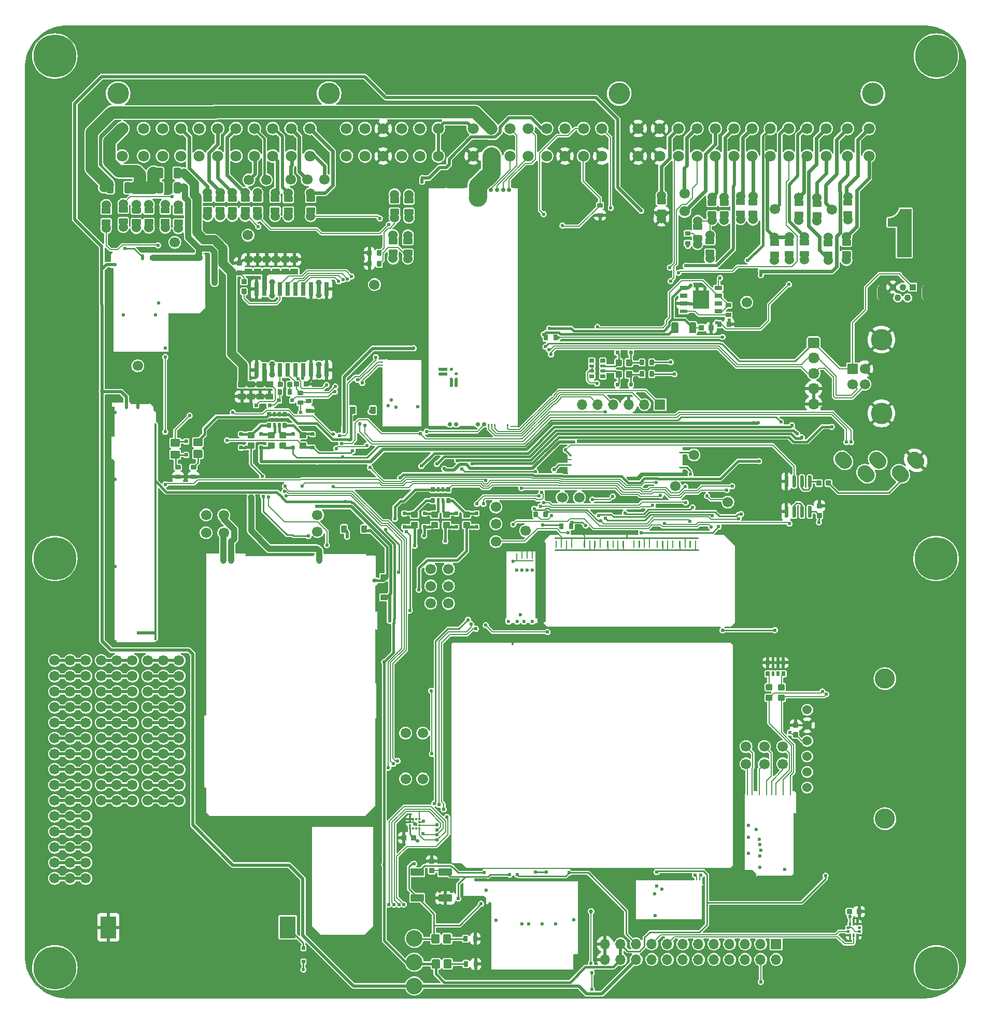
<source format=gtl>
G04 #@! TF.GenerationSoftware,KiCad,Pcbnew,(6.0.1)*
G04 #@! TF.CreationDate,2022-06-23T10:41:42+03:00*
G04 #@! TF.ProjectId,hellen64_NA6_94,68656c6c-656e-4363-945f-4e41365f3934,b*
G04 #@! TF.SameCoordinates,PX141ef50PYa2cc1bc*
G04 #@! TF.FileFunction,Copper,L1,Top*
G04 #@! TF.FilePolarity,Positive*
%FSLAX46Y46*%
G04 Gerber Fmt 4.6, Leading zero omitted, Abs format (unit mm)*
G04 Created by KiCad (PCBNEW (6.0.1)) date 2022-06-23 10:41:42*
%MOMM*%
%LPD*%
G01*
G04 APERTURE LIST*
G04 #@! TA.AperFunction,EtchedComponent*
%ADD10C,0.100000*%
G04 #@! TD*
G04 #@! TA.AperFunction,ComponentPad*
%ADD11C,1.700000*%
G04 #@! TD*
G04 #@! TA.AperFunction,SMDPad,CuDef*
%ADD12O,0.499999X2.999999*%
G04 #@! TD*
G04 #@! TA.AperFunction,SMDPad,CuDef*
%ADD13O,0.499999X12.700000*%
G04 #@! TD*
G04 #@! TA.AperFunction,SMDPad,CuDef*
%ADD14O,1.200000X0.499999*%
G04 #@! TD*
G04 #@! TA.AperFunction,SMDPad,CuDef*
%ADD15O,17.400001X0.399999*%
G04 #@! TD*
G04 #@! TA.AperFunction,SMDPad,CuDef*
%ADD16O,0.499999X11.400000*%
G04 #@! TD*
G04 #@! TA.AperFunction,SMDPad,CuDef*
%ADD17O,14.449999X0.499999*%
G04 #@! TD*
G04 #@! TA.AperFunction,ComponentPad*
%ADD18C,0.599999*%
G04 #@! TD*
G04 #@! TA.AperFunction,SMDPad,CuDef*
%ADD19O,0.499999X0.250000*%
G04 #@! TD*
G04 #@! TA.AperFunction,ComponentPad*
%ADD20C,1.524000*%
G04 #@! TD*
G04 #@! TA.AperFunction,ComponentPad*
%ADD21R,1.700000X1.700000*%
G04 #@! TD*
G04 #@! TA.AperFunction,ComponentPad*
%ADD22O,1.700000X1.700000*%
G04 #@! TD*
G04 #@! TA.AperFunction,SMDPad,CuDef*
%ADD23C,2.700000*%
G04 #@! TD*
G04 #@! TA.AperFunction,SMDPad,CuDef*
%ADD24O,0.200000X14.399999*%
G04 #@! TD*
G04 #@! TA.AperFunction,SMDPad,CuDef*
%ADD25O,0.200000X25.849999*%
G04 #@! TD*
G04 #@! TA.AperFunction,SMDPad,CuDef*
%ADD26O,0.200000X4.149999*%
G04 #@! TD*
G04 #@! TA.AperFunction,SMDPad,CuDef*
%ADD27O,0.200000X4.249999*%
G04 #@! TD*
G04 #@! TA.AperFunction,SMDPad,CuDef*
%ADD28O,0.200000X3.600000*%
G04 #@! TD*
G04 #@! TA.AperFunction,SMDPad,CuDef*
%ADD29O,0.200000X8.824999*%
G04 #@! TD*
G04 #@! TA.AperFunction,SMDPad,CuDef*
%ADD30O,11.324999X0.200000*%
G04 #@! TD*
G04 #@! TA.AperFunction,SMDPad,CuDef*
%ADD31O,25.699999X0.200000*%
G04 #@! TD*
G04 #@! TA.AperFunction,SMDPad,CuDef*
%ADD32O,1.699999X0.200000*%
G04 #@! TD*
G04 #@! TA.AperFunction,SMDPad,CuDef*
%ADD33O,1.000001X1.500000*%
G04 #@! TD*
G04 #@! TA.AperFunction,SMDPad,CuDef*
%ADD34O,0.800001X0.599999*%
G04 #@! TD*
G04 #@! TA.AperFunction,ComponentPad*
%ADD35C,3.500120*%
G04 #@! TD*
G04 #@! TA.AperFunction,ComponentPad*
%ADD36C,1.800000*%
G04 #@! TD*
G04 #@! TA.AperFunction,ComponentPad*
%ADD37R,1.100000X1.100000*%
G04 #@! TD*
G04 #@! TA.AperFunction,ComponentPad*
%ADD38C,1.100000*%
G04 #@! TD*
G04 #@! TA.AperFunction,ComponentPad*
%ADD39O,1.100000X2.400000*%
G04 #@! TD*
G04 #@! TA.AperFunction,ComponentPad*
%ADD40C,3.500000*%
G04 #@! TD*
G04 #@! TA.AperFunction,SMDPad,CuDef*
%ADD41O,0.250000X0.499999*%
G04 #@! TD*
G04 #@! TA.AperFunction,SMDPad,CuDef*
%ADD42O,5.669999X0.200000*%
G04 #@! TD*
G04 #@! TA.AperFunction,SMDPad,CuDef*
%ADD43O,0.399999X9.800001*%
G04 #@! TD*
G04 #@! TA.AperFunction,SMDPad,CuDef*
%ADD44O,6.799999X0.200000*%
G04 #@! TD*
G04 #@! TA.AperFunction,SMDPad,CuDef*
%ADD45O,0.200000X11.100001*%
G04 #@! TD*
G04 #@! TA.AperFunction,ComponentPad*
%ADD46C,3.302000*%
G04 #@! TD*
G04 #@! TA.AperFunction,SMDPad,CuDef*
%ADD47O,0.200000X6.799999*%
G04 #@! TD*
G04 #@! TA.AperFunction,SMDPad,CuDef*
%ADD48O,9.800001X0.399999*%
G04 #@! TD*
G04 #@! TA.AperFunction,SMDPad,CuDef*
%ADD49O,0.200000X5.669999*%
G04 #@! TD*
G04 #@! TA.AperFunction,SMDPad,CuDef*
%ADD50O,11.100001X0.200000*%
G04 #@! TD*
G04 #@! TA.AperFunction,ComponentPad*
%ADD51C,7.000000*%
G04 #@! TD*
G04 #@! TA.AperFunction,SMDPad,CuDef*
%ADD52R,0.375000X0.350000*%
G04 #@! TD*
G04 #@! TA.AperFunction,SMDPad,CuDef*
%ADD53R,0.350000X0.375000*%
G04 #@! TD*
G04 #@! TA.AperFunction,SMDPad,CuDef*
%ADD54R,2.600000X3.600000*%
G04 #@! TD*
G04 #@! TA.AperFunction,SMDPad,CuDef*
%ADD55O,0.499999X1.000001*%
G04 #@! TD*
G04 #@! TA.AperFunction,SMDPad,CuDef*
%ADD56O,8.744829X1.000001*%
G04 #@! TD*
G04 #@! TA.AperFunction,SMDPad,CuDef*
%ADD57O,9.199999X0.200000*%
G04 #@! TD*
G04 #@! TA.AperFunction,SMDPad,CuDef*
%ADD58O,0.499999X0.200000*%
G04 #@! TD*
G04 #@! TA.AperFunction,SMDPad,CuDef*
%ADD59O,0.399999X9.000000*%
G04 #@! TD*
G04 #@! TA.AperFunction,SMDPad,CuDef*
%ADD60O,0.200000X13.800000*%
G04 #@! TD*
G04 #@! TA.AperFunction,SMDPad,CuDef*
%ADD61O,5.399999X0.399999*%
G04 #@! TD*
G04 #@! TA.AperFunction,SMDPad,CuDef*
%ADD62O,0.200000X6.500000*%
G04 #@! TD*
G04 #@! TA.AperFunction,ComponentPad*
%ADD63C,0.700000*%
G04 #@! TD*
G04 #@! TA.AperFunction,SMDPad,CuDef*
%ADD64C,3.000000*%
G04 #@! TD*
G04 #@! TA.AperFunction,SMDPad,CuDef*
%ADD65R,3.000000X0.250000*%
G04 #@! TD*
G04 #@! TA.AperFunction,SMDPad,CuDef*
%ADD66R,1.450000X0.250000*%
G04 #@! TD*
G04 #@! TA.AperFunction,SMDPad,CuDef*
%ADD67R,2.250000X0.250000*%
G04 #@! TD*
G04 #@! TA.AperFunction,SMDPad,CuDef*
%ADD68R,2.950000X0.250000*%
G04 #@! TD*
G04 #@! TA.AperFunction,SMDPad,CuDef*
%ADD69R,0.250000X39.250000*%
G04 #@! TD*
G04 #@! TA.AperFunction,SMDPad,CuDef*
%ADD70R,3.100000X0.250000*%
G04 #@! TD*
G04 #@! TA.AperFunction,SMDPad,CuDef*
%ADD71R,0.950000X0.250000*%
G04 #@! TD*
G04 #@! TA.AperFunction,SMDPad,CuDef*
%ADD72O,5.100000X0.200000*%
G04 #@! TD*
G04 #@! TA.AperFunction,SMDPad,CuDef*
%ADD73O,0.200000X11.100000*%
G04 #@! TD*
G04 #@! TA.AperFunction,SMDPad,CuDef*
%ADD74O,0.200000X0.950000*%
G04 #@! TD*
G04 #@! TA.AperFunction,ComponentPad*
%ADD75C,0.600000*%
G04 #@! TD*
G04 #@! TA.AperFunction,SMDPad,CuDef*
%ADD76O,3.500000X0.200000*%
G04 #@! TD*
G04 #@! TA.AperFunction,SMDPad,CuDef*
%ADD77O,0.250000X0.500000*%
G04 #@! TD*
G04 #@! TA.AperFunction,SMDPad,CuDef*
%ADD78R,1.310000X0.650000*%
G04 #@! TD*
G04 #@! TA.AperFunction,SMDPad,CuDef*
%ADD79R,1.310000X0.600000*%
G04 #@! TD*
G04 #@! TA.AperFunction,SMDPad,CuDef*
%ADD80R,1.325000X1.500000*%
G04 #@! TD*
G04 #@! TA.AperFunction,SMDPad,CuDef*
%ADD81O,0.250000X10.200000*%
G04 #@! TD*
G04 #@! TA.AperFunction,SMDPad,CuDef*
%ADD82O,5.800001X0.250000*%
G04 #@! TD*
G04 #@! TA.AperFunction,SMDPad,CuDef*
%ADD83O,0.200000X0.399999*%
G04 #@! TD*
G04 #@! TA.AperFunction,SMDPad,CuDef*
%ADD84O,0.399999X5.000000*%
G04 #@! TD*
G04 #@! TA.AperFunction,SMDPad,CuDef*
%ADD85O,0.399999X30.000001*%
G04 #@! TD*
G04 #@! TA.AperFunction,SMDPad,CuDef*
%ADD86O,7.200001X0.399999*%
G04 #@! TD*
G04 #@! TA.AperFunction,SMDPad,CuDef*
%ADD87O,3.099999X0.200000*%
G04 #@! TD*
G04 #@! TA.AperFunction,SMDPad,CuDef*
%ADD88O,2.999999X0.499999*%
G04 #@! TD*
G04 #@! TA.AperFunction,SMDPad,CuDef*
%ADD89O,0.399999X35.400000*%
G04 #@! TD*
G04 #@! TA.AperFunction,SMDPad,CuDef*
%ADD90R,0.800000X2.200000*%
G04 #@! TD*
G04 #@! TA.AperFunction,SMDPad,CuDef*
%ADD91R,2.032000X5.080000*%
G04 #@! TD*
G04 #@! TA.AperFunction,SMDPad,CuDef*
%ADD92R,11.430000X7.620000*%
G04 #@! TD*
G04 #@! TA.AperFunction,ComponentPad*
%ADD93O,1.850000X1.700000*%
G04 #@! TD*
G04 #@! TA.AperFunction,ViaPad*
%ADD94C,0.600000*%
G04 #@! TD*
G04 #@! TA.AperFunction,ViaPad*
%ADD95C,0.685800*%
G04 #@! TD*
G04 #@! TA.AperFunction,ViaPad*
%ADD96C,1.500000*%
G04 #@! TD*
G04 #@! TA.AperFunction,ViaPad*
%ADD97C,0.609600*%
G04 #@! TD*
G04 #@! TA.AperFunction,ViaPad*
%ADD98C,1.000000*%
G04 #@! TD*
G04 #@! TA.AperFunction,Conductor*
%ADD99C,0.600000*%
G04 #@! TD*
G04 #@! TA.AperFunction,Conductor*
%ADD100C,0.508000*%
G04 #@! TD*
G04 #@! TA.AperFunction,Conductor*
%ADD101C,0.400000*%
G04 #@! TD*
G04 #@! TA.AperFunction,Conductor*
%ADD102C,0.200000*%
G04 #@! TD*
G04 #@! TA.AperFunction,Conductor*
%ADD103C,0.254000*%
G04 #@! TD*
G04 #@! TA.AperFunction,Conductor*
%ADD104C,0.299720*%
G04 #@! TD*
G04 #@! TA.AperFunction,Conductor*
%ADD105C,2.000000*%
G04 #@! TD*
G04 #@! TA.AperFunction,Conductor*
%ADD106C,0.203200*%
G04 #@! TD*
G04 #@! TA.AperFunction,Conductor*
%ADD107C,1.000000*%
G04 #@! TD*
G04 #@! TA.AperFunction,Conductor*
%ADD108C,0.500000*%
G04 #@! TD*
G04 #@! TA.AperFunction,Conductor*
%ADD109C,3.000000*%
G04 #@! TD*
G04 #@! TA.AperFunction,Conductor*
%ADD110C,1.500000*%
G04 #@! TD*
G04 #@! TA.AperFunction,Conductor*
%ADD111C,0.800000*%
G04 #@! TD*
G04 APERTURE END LIST*
D10*
G04 #@! TO.C,G3*
X144907029Y121113053D02*
X142607029Y121113053D01*
X142607029Y121113053D02*
X142607029Y126013053D01*
X142607029Y126013053D02*
X142597029Y126063053D01*
X142597029Y126063053D02*
X142557029Y126103053D01*
X142557029Y126103053D02*
X142507029Y126113053D01*
X142507029Y126113053D02*
X141107029Y126113053D01*
X141107029Y126113053D02*
X141107029Y127413053D01*
X141107029Y127413053D02*
X141207029Y127413053D01*
X141207029Y127413053D02*
X141387029Y127433053D01*
X141387029Y127433053D02*
X141597029Y127473053D01*
X141597029Y127473053D02*
X141807029Y127543053D01*
X141807029Y127543053D02*
X141937029Y127593053D01*
X141937029Y127593053D02*
X142117029Y127683053D01*
X142117029Y127683053D02*
X142287029Y127793053D01*
X142287029Y127793053D02*
X142467029Y127933053D01*
X142467029Y127933053D02*
X142657029Y128123053D01*
X142657029Y128123053D02*
X142747029Y128243053D01*
X142747029Y128243053D02*
X142857029Y128403053D01*
X142857029Y128403053D02*
X142967029Y128603053D01*
X142967029Y128603053D02*
X143047029Y128793053D01*
X143047029Y128793053D02*
X143087029Y128913053D01*
X143087029Y128913053D02*
X144907029Y128913053D01*
X144907029Y128913053D02*
X144907029Y121113053D01*
G36*
X144907029Y121113053D02*
G01*
X142607029Y121113053D01*
X142607029Y126013053D01*
X142597029Y126063053D01*
X142557029Y126103053D01*
X142507029Y126113053D01*
X141107029Y126113053D01*
X141107029Y127413053D01*
X141207029Y127413053D01*
X141387029Y127433053D01*
X141597029Y127473053D01*
X141807029Y127543053D01*
X141937029Y127593053D01*
X142117029Y127683053D01*
X142287029Y127793053D01*
X142467029Y127933053D01*
X142657029Y128123053D01*
X142747029Y128243053D01*
X142857029Y128403053D01*
X142967029Y128603053D01*
X143047029Y128793053D01*
X143087029Y128913053D01*
X144907029Y128913053D01*
X144907029Y121113053D01*
G37*
X144907029Y121113053D02*
X142607029Y121113053D01*
X142607029Y126013053D01*
X142597029Y126063053D01*
X142557029Y126103053D01*
X142507029Y126113053D01*
X141107029Y126113053D01*
X141107029Y127413053D01*
X141207029Y127413053D01*
X141387029Y127433053D01*
X141597029Y127473053D01*
X141807029Y127543053D01*
X141937029Y127593053D01*
X142117029Y127683053D01*
X142287029Y127793053D01*
X142467029Y127933053D01*
X142657029Y128123053D01*
X142747029Y128243053D01*
X142857029Y128403053D01*
X142967029Y128603053D01*
X143047029Y128793053D01*
X143087029Y128913053D01*
X144907029Y128913053D01*
X144907029Y121113053D01*
G04 #@! TD*
D11*
G04 #@! TO.P,P46,1,Pin_1*
G04 #@! TO.N,/1P*
X39531680Y133705340D03*
G04 #@! TD*
D12*
G04 #@! TO.P,M4,G,GND*
G04 #@! TO.N,GND*
X89968539Y5845064D03*
D13*
X90718540Y13232532D03*
D14*
X90318541Y7120058D03*
D15*
X82218547Y19395047D03*
D16*
X76018539Y10107529D03*
D17*
X82988541Y4570030D03*
D18*
G04 #@! TO.P,M4,V1,V33*
G04 #@! TO.N,+3V3*
X75468535Y17795040D03*
G04 #@! TO.P,M4,V2,GND*
G04 #@! TO.N,GND*
X77043549Y12890031D03*
G04 #@! TO.P,M4,V3,GND*
X89747567Y12899094D03*
G04 #@! TO.P,M4,V4,SD_CS*
G04 #@! TO.N,/SD_CS*
X81268539Y12220030D03*
G04 #@! TO.P,M4,V5,SD_MOSI*
G04 #@! TO.N,/SD_MOSI*
X82443543Y12220030D03*
G04 #@! TO.P,M4,V6,SD_SCK*
G04 #@! TO.N,/SD_SCK*
X84618537Y12220030D03*
G04 #@! TO.P,M4,V7,SD_MISO*
G04 #@! TO.N,/SD_MISO*
X86843539Y12220030D03*
G04 #@! TD*
D19*
G04 #@! TO.P,M9,E1,V5A*
G04 #@! TO.N,+5VA*
X89261466Y87168744D03*
G04 #@! TO.P,M9,E2,GND*
G04 #@! TO.N,GND*
X89261466Y88043744D03*
G04 #@! TO.P,M9,E3,OUT_KNOCK*
G04 #@! TO.N,/IN_KNOCK*
X89261466Y88743745D03*
G04 #@! TO.P,M9,W1,IN_KNOCK*
G04 #@! TO.N,/IN_KNOCK_RAW*
X107086464Y89193744D03*
G04 #@! TO.P,M9,W2,VREF*
G04 #@! TO.N,/VREF2*
X107086464Y86793741D03*
G04 #@! TD*
G04 #@! TO.P,R57,1*
G04 #@! TO.N,/IN_TEMP_OR_PPS2*
G04 #@! TA.AperFunction,SMDPad,CuDef*
G36*
G01*
X58321680Y120375340D02*
X58321680Y119595340D01*
G75*
G02*
X58251680Y119525340I-70000J0D01*
G01*
X57691680Y119525340D01*
G75*
G02*
X57621680Y119595340I0J70000D01*
G01*
X57621680Y120375340D01*
G75*
G02*
X57691680Y120445340I70000J0D01*
G01*
X58251680Y120445340D01*
G75*
G02*
X58321680Y120375340I0J-70000D01*
G01*
G37*
G04 #@! TD.AperFunction*
G04 #@! TO.P,R57,2*
G04 #@! TO.N,GND*
G04 #@! TA.AperFunction,SMDPad,CuDef*
G36*
G01*
X56721680Y120375340D02*
X56721680Y119595340D01*
G75*
G02*
X56651680Y119525340I-70000J0D01*
G01*
X56091680Y119525340D01*
G75*
G02*
X56021680Y119595340I0J70000D01*
G01*
X56021680Y120375340D01*
G75*
G02*
X56091680Y120445340I70000J0D01*
G01*
X56651680Y120445340D01*
G75*
G02*
X56721680Y120375340I0J-70000D01*
G01*
G37*
G04 #@! TD.AperFunction*
G04 #@! TD*
G04 #@! TO.P,R8,1,1*
G04 #@! TO.N,/IN_TPS*
G04 #@! TA.AperFunction,SMDPad,CuDef*
G36*
G01*
X60886680Y121305339D02*
X59636680Y121305339D01*
G75*
G02*
X59536680Y121405339I0J100000D01*
G01*
X59536680Y122205339D01*
G75*
G02*
X59636680Y122305339I100000J0D01*
G01*
X60886680Y122305339D01*
G75*
G02*
X60986680Y122205339I0J-100000D01*
G01*
X60986680Y121405339D01*
G75*
G02*
X60886680Y121305339I-100000J0D01*
G01*
G37*
G04 #@! TD.AperFunction*
D20*
X60261680Y120850340D03*
G04 #@! TO.P,R8,2,2*
G04 #@! TO.N,Net-(P2-Pad75)*
G04 #@! TA.AperFunction,SMDPad,CuDef*
G36*
G01*
X60886680Y123205361D02*
X59636680Y123205361D01*
G75*
G02*
X59536680Y123305361I0J100000D01*
G01*
X59536680Y124105361D01*
G75*
G02*
X59636680Y124205361I100000J0D01*
G01*
X60886680Y124205361D01*
G75*
G02*
X60986680Y124105361I0J-100000D01*
G01*
X60986680Y123305361D01*
G75*
G02*
X60886680Y123205361I-100000J0D01*
G01*
G37*
G04 #@! TD.AperFunction*
X60261680Y124660340D03*
G04 #@! TD*
G04 #@! TO.P,R32,1,1*
G04 #@! TO.N,/IN_VSS*
G04 #@! TA.AperFunction,SMDPad,CuDef*
G36*
G01*
X38726680Y128255339D02*
X37476680Y128255339D01*
G75*
G02*
X37376680Y128355339I0J100000D01*
G01*
X37376680Y129155339D01*
G75*
G02*
X37476680Y129255339I100000J0D01*
G01*
X38726680Y129255339D01*
G75*
G02*
X38826680Y129155339I0J-100000D01*
G01*
X38826680Y128355339D01*
G75*
G02*
X38726680Y128255339I-100000J0D01*
G01*
G37*
G04 #@! TD.AperFunction*
X38101680Y127800340D03*
G04 #@! TO.P,R32,2,2*
G04 #@! TO.N,/1M*
G04 #@! TA.AperFunction,SMDPad,CuDef*
G36*
G01*
X38726680Y130155361D02*
X37476680Y130155361D01*
G75*
G02*
X37376680Y130255361I0J100000D01*
G01*
X37376680Y131055361D01*
G75*
G02*
X37476680Y131155361I100000J0D01*
G01*
X38726680Y131155361D01*
G75*
G02*
X38826680Y131055361I0J-100000D01*
G01*
X38826680Y130255361D01*
G75*
G02*
X38726680Y130155361I-100000J0D01*
G01*
G37*
G04 #@! TD.AperFunction*
X38101680Y131610340D03*
G04 #@! TD*
D11*
G04 #@! TO.P,P5,1,Pin_1*
G04 #@! TO.N,/IO12*
X62302380Y35910220D03*
G04 #@! TD*
G04 #@! TO.P,P6,1,Pin_1*
G04 #@! TO.N,/IO13*
X62302380Y43412400D03*
G04 #@! TD*
G04 #@! TO.P,R2,1*
G04 #@! TO.N,Net-(D10-Pad2)*
G04 #@! TA.AperFunction,SMDPad,CuDef*
G36*
G01*
X24710000Y87162500D02*
X25490000Y87162500D01*
G75*
G02*
X25560000Y87092500I0J-70000D01*
G01*
X25560000Y86532500D01*
G75*
G02*
X25490000Y86462500I-70000J0D01*
G01*
X24710000Y86462500D01*
G75*
G02*
X24640000Y86532500I0J70000D01*
G01*
X24640000Y87092500D01*
G75*
G02*
X24710000Y87162500I70000J0D01*
G01*
G37*
G04 #@! TD.AperFunction*
G04 #@! TO.P,R2,2*
G04 #@! TO.N,GND*
G04 #@! TA.AperFunction,SMDPad,CuDef*
G36*
G01*
X24710000Y85562500D02*
X25490000Y85562500D01*
G75*
G02*
X25560000Y85492500I0J-70000D01*
G01*
X25560000Y84932500D01*
G75*
G02*
X25490000Y84862500I-70000J0D01*
G01*
X24710000Y84862500D01*
G75*
G02*
X24640000Y84932500I0J70000D01*
G01*
X24640000Y85492500D01*
G75*
G02*
X24710000Y85562500I70000J0D01*
G01*
G37*
G04 #@! TD.AperFunction*
G04 #@! TD*
D21*
G04 #@! TO.P,J27,1,Pin_1*
G04 #@! TO.N,Net-(J27-Pad1)*
X103851680Y97005340D03*
D22*
G04 #@! TO.P,J27,2,Pin_2*
G04 #@! TO.N,Net-(J27-Pad2)*
X101311680Y97005340D03*
G04 #@! TO.P,J27,3,Pin_3*
G04 #@! TO.N,GND*
X98771680Y97005340D03*
G04 #@! TO.P,J27,4,Pin_4*
G04 #@! TO.N,Net-(J27-Pad4)*
X96231680Y97005340D03*
G04 #@! TO.P,J27,5,Pin_5*
G04 #@! TO.N,Net-(J27-Pad5)*
X93691680Y97005340D03*
G04 #@! TO.P,J27,6,Pin_6*
G04 #@! TO.N,unconnected-(J27-Pad6)*
X91151680Y97005340D03*
G04 #@! TD*
G04 #@! TO.P,R4,1*
G04 #@! TO.N,/IN_MAF*
G04 #@! TA.AperFunction,SMDPad,CuDef*
G36*
G01*
X113181680Y109745340D02*
X113181680Y110525340D01*
G75*
G02*
X113251680Y110595340I70000J0D01*
G01*
X113811680Y110595340D01*
G75*
G02*
X113881680Y110525340I0J-70000D01*
G01*
X113881680Y109745340D01*
G75*
G02*
X113811680Y109675340I-70000J0D01*
G01*
X113251680Y109675340D01*
G75*
G02*
X113181680Y109745340I0J70000D01*
G01*
G37*
G04 #@! TD.AperFunction*
G04 #@! TO.P,R4,2*
G04 #@! TO.N,GND*
G04 #@! TA.AperFunction,SMDPad,CuDef*
G36*
G01*
X114781680Y109745340D02*
X114781680Y110525340D01*
G75*
G02*
X114851680Y110595340I70000J0D01*
G01*
X115411680Y110595340D01*
G75*
G02*
X115481680Y110525340I0J-70000D01*
G01*
X115481680Y109745340D01*
G75*
G02*
X115411680Y109675340I-70000J0D01*
G01*
X114851680Y109675340D01*
G75*
G02*
X114781680Y109745340I0J70000D01*
G01*
G37*
G04 #@! TD.AperFunction*
G04 #@! TD*
D11*
G04 #@! TO.P,P19,1,Pin_1*
G04 #@! TO.N,/1O*
X36691680Y133695340D03*
G04 #@! TD*
D23*
G04 #@! TO.P,J19,1,Pin_1*
G04 #@! TO.N,+12V*
X63719659Y2136041D03*
G04 #@! TD*
G04 #@! TO.P,C3,1*
G04 #@! TO.N,GND*
G04 #@! TA.AperFunction,SMDPad,CuDef*
G36*
G01*
X61596678Y25965340D02*
X61596678Y26645340D01*
G75*
G02*
X61681678Y26730340I85000J0D01*
G01*
X62361678Y26730340D01*
G75*
G02*
X62446678Y26645340I0J-85000D01*
G01*
X62446678Y25965340D01*
G75*
G02*
X62361678Y25880340I-85000J0D01*
G01*
X61681678Y25880340D01*
G75*
G02*
X61596678Y25965340I0J85000D01*
G01*
G37*
G04 #@! TD.AperFunction*
G04 #@! TO.P,C3,2*
G04 #@! TO.N,+3V3*
G04 #@! TA.AperFunction,SMDPad,CuDef*
G36*
G01*
X63176680Y25965340D02*
X63176680Y26645340D01*
G75*
G02*
X63261680Y26730340I85000J0D01*
G01*
X63941680Y26730340D01*
G75*
G02*
X64026680Y26645340I0J-85000D01*
G01*
X64026680Y25965340D01*
G75*
G02*
X63941680Y25880340I-85000J0D01*
G01*
X63261680Y25880340D01*
G75*
G02*
X63176680Y25965340I0J85000D01*
G01*
G37*
G04 #@! TD.AperFunction*
G04 #@! TD*
D11*
G04 #@! TO.P,G4,1*
G04 #@! TO.N,Net-(G4-Pad1)*
X20210000Y45097322D03*
G04 #@! TO.P,G4,2*
G04 #@! TO.N,Net-(G4-Pad12)*
X20210000Y47637322D03*
G04 #@! TO.P,G4,3*
G04 #@! TO.N,Net-(G4-Pad13)*
X20210000Y50177322D03*
G04 #@! TO.P,G4,4*
G04 #@! TO.N,Net-(G4-Pad14)*
X20210000Y52717322D03*
G04 #@! TO.P,G4,5*
G04 #@! TO.N,Net-(G4-Pad10)*
X20210000Y55257322D03*
G04 #@! TO.P,G4,6*
G04 #@! TO.N,Net-(G4-Pad1)*
X22750000Y45097322D03*
G04 #@! TO.P,G4,7*
G04 #@! TO.N,Net-(G4-Pad12)*
X22750000Y47637322D03*
G04 #@! TO.P,G4,8*
G04 #@! TO.N,Net-(G4-Pad13)*
X22750000Y50177322D03*
G04 #@! TO.P,G4,9*
G04 #@! TO.N,Net-(G4-Pad14)*
X22750000Y52717322D03*
G04 #@! TO.P,G4,10*
G04 #@! TO.N,Net-(G4-Pad10)*
X22750000Y55257322D03*
G04 #@! TO.P,G4,11*
G04 #@! TO.N,Net-(G4-Pad1)*
X25290000Y45097322D03*
G04 #@! TO.P,G4,12*
G04 #@! TO.N,Net-(G4-Pad12)*
X25290000Y47637322D03*
G04 #@! TO.P,G4,13*
G04 #@! TO.N,Net-(G4-Pad13)*
X25290000Y50177322D03*
G04 #@! TO.P,G4,14*
G04 #@! TO.N,Net-(G4-Pad14)*
X25290000Y52717322D03*
G04 #@! TO.P,G4,15*
G04 #@! TO.N,Net-(G4-Pad10)*
X25290000Y55257322D03*
G04 #@! TD*
G04 #@! TO.P,R9,1*
G04 #@! TO.N,Net-(C8-Pad1)*
G04 #@! TA.AperFunction,SMDPad,CuDef*
G36*
G01*
X44731680Y99275340D02*
X45511680Y99275340D01*
G75*
G02*
X45581680Y99205340I0J-70000D01*
G01*
X45581680Y98645340D01*
G75*
G02*
X45511680Y98575340I-70000J0D01*
G01*
X44731680Y98575340D01*
G75*
G02*
X44661680Y98645340I0J70000D01*
G01*
X44661680Y99205340D01*
G75*
G02*
X44731680Y99275340I70000J0D01*
G01*
G37*
G04 #@! TD.AperFunction*
G04 #@! TO.P,R9,2*
G04 #@! TO.N,/ETB_EN*
G04 #@! TA.AperFunction,SMDPad,CuDef*
G36*
G01*
X44731680Y97675340D02*
X45511680Y97675340D01*
G75*
G02*
X45581680Y97605340I0J-70000D01*
G01*
X45581680Y97045340D01*
G75*
G02*
X45511680Y96975340I-70000J0D01*
G01*
X44731680Y96975340D01*
G75*
G02*
X44661680Y97045340I0J70000D01*
G01*
X44661680Y97605340D01*
G75*
G02*
X44731680Y97675340I70000J0D01*
G01*
G37*
G04 #@! TD.AperFunction*
G04 #@! TD*
G04 #@! TO.P,P27,1,Pin_1*
G04 #@! TO.N,/OUT_PP2*
X57211680Y116595340D03*
G04 #@! TD*
G04 #@! TO.P,P10,1,Pin_1*
G04 #@! TO.N,/1C*
X24601680Y123505340D03*
G04 #@! TD*
G04 #@! TO.P,R21,1*
G04 #@! TO.N,+12V_PROT*
G04 #@! TA.AperFunction,SMDPad,CuDef*
G36*
G01*
X108791680Y123005340D02*
X108011680Y123005340D01*
G75*
G02*
X107941680Y123075340I0J70000D01*
G01*
X107941680Y123635340D01*
G75*
G02*
X108011680Y123705340I70000J0D01*
G01*
X108791680Y123705340D01*
G75*
G02*
X108861680Y123635340I0J-70000D01*
G01*
X108861680Y123075340D01*
G75*
G02*
X108791680Y123005340I-70000J0D01*
G01*
G37*
G04 #@! TD.AperFunction*
G04 #@! TO.P,R21,2*
G04 #@! TO.N,Net-(R21-Pad2)*
G04 #@! TA.AperFunction,SMDPad,CuDef*
G36*
G01*
X108791680Y124605340D02*
X108011680Y124605340D01*
G75*
G02*
X107941680Y124675340I0J70000D01*
G01*
X107941680Y125235340D01*
G75*
G02*
X108011680Y125305340I70000J0D01*
G01*
X108791680Y125305340D01*
G75*
G02*
X108861680Y125235340I0J-70000D01*
G01*
X108861680Y124675340D01*
G75*
G02*
X108791680Y124605340I-70000J0D01*
G01*
G37*
G04 #@! TD.AperFunction*
G04 #@! TD*
G04 #@! TO.P,P12,1,Pin_1*
G04 #@! TO.N,/OUT_SOLENOID_A1*
X29701680Y79005340D03*
G04 #@! TD*
G04 #@! TO.P,G12,1*
G04 #@! TO.N,Net-(G12-Pad1)*
X12590000Y32397322D03*
G04 #@! TO.P,G12,2*
G04 #@! TO.N,Net-(G12-Pad12)*
X12590000Y34937322D03*
G04 #@! TO.P,G12,3*
G04 #@! TO.N,Net-(G12-Pad13)*
X12590000Y37477322D03*
G04 #@! TO.P,G12,4*
G04 #@! TO.N,Net-(G12-Pad14)*
X12590000Y40017322D03*
G04 #@! TO.P,G12,5*
G04 #@! TO.N,Net-(G12-Pad10)*
X12590000Y42557322D03*
G04 #@! TO.P,G12,6*
G04 #@! TO.N,Net-(G12-Pad1)*
X15130000Y32397322D03*
G04 #@! TO.P,G12,7*
G04 #@! TO.N,Net-(G12-Pad12)*
X15130000Y34937322D03*
G04 #@! TO.P,G12,8*
G04 #@! TO.N,Net-(G12-Pad13)*
X15130000Y37477322D03*
G04 #@! TO.P,G12,9*
G04 #@! TO.N,Net-(G12-Pad14)*
X15130000Y40017322D03*
G04 #@! TO.P,G12,10*
G04 #@! TO.N,Net-(G12-Pad10)*
X15130000Y42557322D03*
G04 #@! TO.P,G12,11*
G04 #@! TO.N,Net-(G12-Pad1)*
X17670000Y32397322D03*
G04 #@! TO.P,G12,12*
G04 #@! TO.N,Net-(G12-Pad12)*
X17670000Y34937322D03*
G04 #@! TO.P,G12,13*
G04 #@! TO.N,Net-(G12-Pad13)*
X17670000Y37477322D03*
G04 #@! TO.P,G12,14*
G04 #@! TO.N,Net-(G12-Pad14)*
X17670000Y40017322D03*
G04 #@! TO.P,G12,15*
G04 #@! TO.N,Net-(G12-Pad10)*
X17670000Y42557322D03*
G04 #@! TD*
D24*
G04 #@! TO.P,M5,G,GND*
G04 #@! TO.N,GND*
X57389993Y38601063D03*
D25*
X29641557Y59196722D03*
D26*
X29639995Y32385711D03*
G04 #@! TA.AperFunction,SMDPad,CuDef*
G36*
G01*
X30281049Y29751948D02*
X30281049Y29751948D01*
G75*
G02*
X30139627Y29751948I-70711J70711D01*
G01*
X29573941Y30317634D01*
G75*
G02*
X29573941Y30459056I70711J70711D01*
G01*
X29573941Y30459056D01*
G75*
G02*
X29715363Y30459056I70711J-70711D01*
G01*
X30281049Y29893370D01*
G75*
G02*
X30281049Y29751948I-70711J-70711D01*
G01*
G37*
G04 #@! TD.AperFunction*
G04 #@! TA.AperFunction,SMDPad,CuDef*
G36*
G01*
X57441065Y31485197D02*
X57441065Y31485197D01*
G75*
G02*
X57441065Y31343775I-70711J-70711D01*
G01*
X55864217Y29766927D01*
G75*
G02*
X55722795Y29766927I-70711J70711D01*
G01*
X55722795Y29766927D01*
G75*
G02*
X55722795Y29908349I70711J70711D01*
G01*
X57299643Y31485197D01*
G75*
G02*
X57441065Y31485197I70711J-70711D01*
G01*
G37*
G04 #@! TD.AperFunction*
D27*
X57391527Y65321721D03*
D28*
X57541542Y70631720D03*
D29*
X57389990Y55959347D03*
D30*
X41691538Y72396721D03*
G04 #@! TA.AperFunction,SMDPad,CuDef*
G36*
G01*
X57506862Y72489596D02*
X57577572Y72418886D01*
G75*
G02*
X57577572Y72277464I-70711J-70711D01*
G01*
X57577572Y72277464D01*
G75*
G02*
X57436150Y72277464I-70711J70711D01*
G01*
X57365440Y72348174D01*
G75*
G02*
X57365440Y72489596I70711J70711D01*
G01*
X57365440Y72489596D01*
G75*
G02*
X57506862Y72489596I70711J-70711D01*
G01*
G37*
G04 #@! TD.AperFunction*
D31*
X43016547Y29821710D03*
D32*
X56641543Y72456720D03*
D33*
G04 #@! TO.P,M5,S4,OUT_SOLENOID_B1*
G04 #@! TO.N,/OUT_SOLENOID_B1*
X32559110Y71817999D03*
G04 #@! TO.P,M5,S5,OUT_SOLENOID_B2*
G04 #@! TO.N,/OUT_SOLENOID_B2*
X33814975Y71817999D03*
G04 #@! TO.P,M5,S11,V12_RAW*
G04 #@! TO.N,+12V_RAW*
X48190001Y71817999D03*
D34*
G04 #@! TO.P,M5,W5,V12P*
G04 #@! TO.N,+12V_PROT*
X57244999Y68321715D03*
G04 #@! TD*
G04 #@! TO.P,R36,1,1*
G04 #@! TO.N,/OUT_IGN2*
G04 #@! TA.AperFunction,SMDPad,CuDef*
G36*
G01*
X30576680Y128255339D02*
X29326680Y128255339D01*
G75*
G02*
X29226680Y128355339I0J100000D01*
G01*
X29226680Y129155339D01*
G75*
G02*
X29326680Y129255339I100000J0D01*
G01*
X30576680Y129255339D01*
G75*
G02*
X30676680Y129155339I0J-100000D01*
G01*
X30676680Y128355339D01*
G75*
G02*
X30576680Y128255339I-100000J0D01*
G01*
G37*
G04 #@! TD.AperFunction*
D20*
X29951680Y127800340D03*
G04 #@! TO.P,R36,2,2*
G04 #@! TO.N,/1H*
G04 #@! TA.AperFunction,SMDPad,CuDef*
G36*
G01*
X30576680Y130155361D02*
X29326680Y130155361D01*
G75*
G02*
X29226680Y130255361I0J100000D01*
G01*
X29226680Y131055361D01*
G75*
G02*
X29326680Y131155361I100000J0D01*
G01*
X30576680Y131155361D01*
G75*
G02*
X30676680Y131055361I0J-100000D01*
G01*
X30676680Y130255361D01*
G75*
G02*
X30576680Y130155361I-100000J0D01*
G01*
G37*
G04 #@! TD.AperFunction*
X29951680Y131610340D03*
G04 #@! TD*
G04 #@! TO.P,D1,1,A*
G04 #@! TO.N,+5V*
G04 #@! TA.AperFunction,SMDPad,CuDef*
G36*
G01*
X67906019Y6350340D02*
X67906019Y5110340D01*
G75*
G02*
X67776019Y4980340I-130000J0D01*
G01*
X66736019Y4980340D01*
G75*
G02*
X66606019Y5110340I0J130000D01*
G01*
X66606019Y6350340D01*
G75*
G02*
X66736019Y6480340I130000J0D01*
G01*
X67776019Y6480340D01*
G75*
G02*
X67906019Y6350340I0J-130000D01*
G01*
G37*
G04 #@! TD.AperFunction*
G04 #@! TO.P,D1,2,K*
G04 #@! TO.N,Net-(D1-Pad2)*
G04 #@! TA.AperFunction,SMDPad,CuDef*
G36*
G01*
X69806040Y6350340D02*
X69806040Y5110340D01*
G75*
G02*
X69676040Y4980340I-130000J0D01*
G01*
X68636040Y4980340D01*
G75*
G02*
X68506040Y5110340I0J130000D01*
G01*
X68506040Y6350340D01*
G75*
G02*
X68636040Y6480340I130000J0D01*
G01*
X69676040Y6480340D01*
G75*
G02*
X69806040Y6350340I0J-130000D01*
G01*
G37*
G04 #@! TD.AperFunction*
G04 #@! TD*
D11*
G04 #@! TO.P,P35,1,Pin_1*
G04 #@! TO.N,/OUT_LOW5*
X69301680Y64555340D03*
G04 #@! TD*
D20*
G04 #@! TO.P,R48,1,1*
G04 #@! TO.N,Net-(R24-Pad2)*
X112351680Y127100340D03*
G04 #@! TA.AperFunction,SMDPad,CuDef*
G36*
G01*
X112976680Y127555339D02*
X111726680Y127555339D01*
G75*
G02*
X111626680Y127655339I0J100000D01*
G01*
X111626680Y128455339D01*
G75*
G02*
X111726680Y128555339I100000J0D01*
G01*
X112976680Y128555339D01*
G75*
G02*
X113076680Y128455339I0J-100000D01*
G01*
X113076680Y127655339D01*
G75*
G02*
X112976680Y127555339I-100000J0D01*
G01*
G37*
G04 #@! TD.AperFunction*
G04 #@! TO.P,R48,2,2*
G04 #@! TO.N,/3I*
G04 #@! TA.AperFunction,SMDPad,CuDef*
G36*
G01*
X112976680Y129455361D02*
X111726680Y129455361D01*
G75*
G02*
X111626680Y129555361I0J100000D01*
G01*
X111626680Y130355361D01*
G75*
G02*
X111726680Y130455361I100000J0D01*
G01*
X112976680Y130455361D01*
G75*
G02*
X113076680Y130355361I0J-100000D01*
G01*
X113076680Y129555361D01*
G75*
G02*
X112976680Y129455361I-100000J0D01*
G01*
G37*
G04 #@! TD.AperFunction*
X112351680Y130910340D03*
G04 #@! TD*
G04 #@! TO.P,D15,1,K*
G04 #@! TO.N,Net-(D15-Pad1)*
G04 #@! TA.AperFunction,SMDPad,CuDef*
G36*
G01*
X62411889Y79496090D02*
X62411889Y79016090D01*
G75*
G02*
X62351889Y78956090I-60000J0D01*
G01*
X61871889Y78956090D01*
G75*
G02*
X61811889Y79016090I0J60000D01*
G01*
X61811889Y79496090D01*
G75*
G02*
X61871889Y79556090I60000J0D01*
G01*
X62351889Y79556090D01*
G75*
G02*
X62411889Y79496090I0J-60000D01*
G01*
G37*
G04 #@! TD.AperFunction*
G04 #@! TO.P,D15,2,A*
G04 #@! TO.N,/OUT_INJ1*
G04 #@! TA.AperFunction,SMDPad,CuDef*
G36*
G01*
X62411889Y77296090D02*
X62411889Y76816090D01*
G75*
G02*
X62351889Y76756090I-60000J0D01*
G01*
X61871889Y76756090D01*
G75*
G02*
X61811889Y76816090I0J60000D01*
G01*
X61811889Y77296090D01*
G75*
G02*
X61871889Y77356090I60000J0D01*
G01*
X62351889Y77356090D01*
G75*
G02*
X62411889Y77296090I0J-60000D01*
G01*
G37*
G04 #@! TD.AperFunction*
G04 #@! TD*
G04 #@! TO.P,C7,1*
G04 #@! TO.N,GND*
G04 #@! TA.AperFunction,SMDPad,CuDef*
G36*
G01*
X34790197Y120526785D02*
X35470197Y120526785D01*
G75*
G02*
X35555197Y120441785I0J-85000D01*
G01*
X35555197Y119761785D01*
G75*
G02*
X35470197Y119676785I-85000J0D01*
G01*
X34790197Y119676785D01*
G75*
G02*
X34705197Y119761785I0J85000D01*
G01*
X34705197Y120441785D01*
G75*
G02*
X34790197Y120526785I85000J0D01*
G01*
G37*
G04 #@! TD.AperFunction*
G04 #@! TO.P,C7,2*
G04 #@! TO.N,+12V_ETB*
G04 #@! TA.AperFunction,SMDPad,CuDef*
G36*
G01*
X34790197Y118946783D02*
X35470197Y118946783D01*
G75*
G02*
X35555197Y118861783I0J-85000D01*
G01*
X35555197Y118181783D01*
G75*
G02*
X35470197Y118096783I-85000J0D01*
G01*
X34790197Y118096783D01*
G75*
G02*
X34705197Y118181783I0J85000D01*
G01*
X34705197Y118861783D01*
G75*
G02*
X34790197Y118946783I85000J0D01*
G01*
G37*
G04 #@! TD.AperFunction*
G04 #@! TD*
G04 #@! TO.P,C1,1*
G04 #@! TO.N,GND*
G04 #@! TA.AperFunction,SMDPad,CuDef*
G36*
G01*
X66211680Y22945341D02*
X66891680Y22945341D01*
G75*
G02*
X66976680Y22860341I0J-85000D01*
G01*
X66976680Y22180341D01*
G75*
G02*
X66891680Y22095341I-85000J0D01*
G01*
X66211680Y22095341D01*
G75*
G02*
X66126680Y22180341I0J85000D01*
G01*
X66126680Y22860341D01*
G75*
G02*
X66211680Y22945341I85000J0D01*
G01*
G37*
G04 #@! TD.AperFunction*
G04 #@! TO.P,C1,2*
G04 #@! TO.N,/NRESET*
G04 #@! TA.AperFunction,SMDPad,CuDef*
G36*
G01*
X66211680Y21365339D02*
X66891680Y21365339D01*
G75*
G02*
X66976680Y21280339I0J-85000D01*
G01*
X66976680Y20600339D01*
G75*
G02*
X66891680Y20515339I-85000J0D01*
G01*
X66211680Y20515339D01*
G75*
G02*
X66126680Y20600339I0J85000D01*
G01*
X66126680Y21280339D01*
G75*
G02*
X66211680Y21365339I85000J0D01*
G01*
G37*
G04 #@! TD.AperFunction*
G04 #@! TD*
D11*
G04 #@! TO.P,P15,1,Pin_1*
G04 #@! TO.N,/1U*
X49061680Y133755340D03*
G04 #@! TD*
G04 #@! TO.P,F3,1,1*
G04 #@! TO.N,/1B*
G04 #@! TA.AperFunction,SMDPad,CuDef*
G36*
G01*
X22446670Y133905340D02*
X21756670Y133905340D01*
G75*
G02*
X21526670Y134135340I0J230000D01*
G01*
X21526670Y135475340D01*
G75*
G02*
X21756670Y135705340I230000J0D01*
G01*
X22446670Y135705340D01*
G75*
G02*
X22676670Y135475340I0J-230000D01*
G01*
X22676670Y134135340D01*
G75*
G02*
X22446670Y133905340I-230000J0D01*
G01*
G37*
G04 #@! TD.AperFunction*
D20*
X21101680Y134805340D03*
G04 #@! TO.P,F3,2,2*
G04 #@! TO.N,+12V_ETB*
G04 #@! TA.AperFunction,SMDPad,CuDef*
G36*
G01*
X25346690Y133905340D02*
X24656690Y133905340D01*
G75*
G02*
X24426690Y134135340I0J230000D01*
G01*
X24426690Y135475340D01*
G75*
G02*
X24656690Y135705340I230000J0D01*
G01*
X25346690Y135705340D01*
G75*
G02*
X25576690Y135475340I0J-230000D01*
G01*
X25576690Y134135340D01*
G75*
G02*
X25346690Y133905340I-230000J0D01*
G01*
G37*
G04 #@! TD.AperFunction*
X26001680Y134805340D03*
G04 #@! TD*
G04 #@! TO.P,S1,1*
G04 #@! TO.N,/BOOT0*
G04 #@! TA.AperFunction,SMDPad,CuDef*
G36*
G01*
X63221680Y21305341D02*
X65181680Y21305341D01*
G75*
G02*
X65301680Y21185341I0J-120000D01*
G01*
X65301680Y20225341D01*
G75*
G02*
X65181680Y20105341I-120000J0D01*
G01*
X63221680Y20105341D01*
G75*
G02*
X63101680Y20225341I0J120000D01*
G01*
X63101680Y21185341D01*
G75*
G02*
X63221680Y21305341I120000J0D01*
G01*
G37*
G04 #@! TD.AperFunction*
G04 #@! TO.P,S1,2*
G04 #@! TO.N,+3V3*
G04 #@! TA.AperFunction,SMDPad,CuDef*
G36*
G01*
X63221680Y17105340D02*
X65181680Y17105340D01*
G75*
G02*
X65301680Y16985340I0J-120000D01*
G01*
X65301680Y16025340D01*
G75*
G02*
X65181680Y15905340I-120000J0D01*
G01*
X63221680Y15905340D01*
G75*
G02*
X63101680Y16025340I0J120000D01*
G01*
X63101680Y16985340D01*
G75*
G02*
X63221680Y17105340I120000J0D01*
G01*
G37*
G04 #@! TD.AperFunction*
G04 #@! TD*
G04 #@! TO.P,D6,1,A*
G04 #@! TO.N,Net-(D12-Pad1)*
G04 #@! TA.AperFunction,SMDPad,CuDef*
G36*
G01*
X71811891Y79556089D02*
X72711891Y79556089D01*
G75*
G02*
X72811891Y79456089I0J-100000D01*
G01*
X72811891Y78656089D01*
G75*
G02*
X72711891Y78556089I-100000J0D01*
G01*
X71811891Y78556089D01*
G75*
G02*
X71711891Y78656089I0J100000D01*
G01*
X71711891Y79456089D01*
G75*
G02*
X71811891Y79556089I100000J0D01*
G01*
G37*
G04 #@! TD.AperFunction*
G04 #@! TO.P,D6,2,K*
G04 #@! TO.N,/OUT_INJ4*
G04 #@! TA.AperFunction,SMDPad,CuDef*
G36*
G01*
X71811891Y77856089D02*
X72711891Y77856089D01*
G75*
G02*
X72811891Y77756089I0J-100000D01*
G01*
X72811891Y76956089D01*
G75*
G02*
X72711891Y76856089I-100000J0D01*
G01*
X71811891Y76856089D01*
G75*
G02*
X71711891Y76956089I0J100000D01*
G01*
X71711891Y77756089D01*
G75*
G02*
X71811891Y77856089I100000J0D01*
G01*
G37*
G04 #@! TD.AperFunction*
G04 #@! TD*
G04 #@! TO.P,C4,1*
G04 #@! TO.N,Net-(C4-Pad1)*
G04 #@! TA.AperFunction,SMDPad,CuDef*
G36*
G01*
X131806682Y84545340D02*
X131806682Y83865340D01*
G75*
G02*
X131721682Y83780340I-85000J0D01*
G01*
X131041682Y83780340D01*
G75*
G02*
X130956682Y83865340I0J85000D01*
G01*
X130956682Y84545340D01*
G75*
G02*
X131041682Y84630340I85000J0D01*
G01*
X131721682Y84630340D01*
G75*
G02*
X131806682Y84545340I0J-85000D01*
G01*
G37*
G04 #@! TD.AperFunction*
G04 #@! TO.P,C4,2*
G04 #@! TO.N,Net-(C4-Pad2)*
G04 #@! TA.AperFunction,SMDPad,CuDef*
G36*
G01*
X130226680Y84545340D02*
X130226680Y83865340D01*
G75*
G02*
X130141680Y83780340I-85000J0D01*
G01*
X129461680Y83780340D01*
G75*
G02*
X129376680Y83865340I0J85000D01*
G01*
X129376680Y84545340D01*
G75*
G02*
X129461680Y84630340I85000J0D01*
G01*
X130141680Y84630340D01*
G75*
G02*
X130226680Y84545340I0J-85000D01*
G01*
G37*
G04 #@! TD.AperFunction*
G04 #@! TD*
G04 #@! TO.P,R24,1,1*
G04 #@! TO.N,/OUT_TACH*
X112001680Y120850340D03*
G04 #@! TA.AperFunction,SMDPad,CuDef*
G36*
G01*
X112626680Y121305339D02*
X111376680Y121305339D01*
G75*
G02*
X111276680Y121405339I0J100000D01*
G01*
X111276680Y122205339D01*
G75*
G02*
X111376680Y122305339I100000J0D01*
G01*
X112626680Y122305339D01*
G75*
G02*
X112726680Y122205339I0J-100000D01*
G01*
X112726680Y121405339D01*
G75*
G02*
X112626680Y121305339I-100000J0D01*
G01*
G37*
G04 #@! TD.AperFunction*
G04 #@! TO.P,R24,2,2*
G04 #@! TO.N,Net-(R24-Pad2)*
G04 #@! TA.AperFunction,SMDPad,CuDef*
G36*
G01*
X112626680Y123205361D02*
X111376680Y123205361D01*
G75*
G02*
X111276680Y123305361I0J100000D01*
G01*
X111276680Y124105361D01*
G75*
G02*
X111376680Y124205361I100000J0D01*
G01*
X112626680Y124205361D01*
G75*
G02*
X112726680Y124105361I0J-100000D01*
G01*
X112726680Y123305361D01*
G75*
G02*
X112626680Y123205361I-100000J0D01*
G01*
G37*
G04 #@! TD.AperFunction*
X112001680Y124660340D03*
G04 #@! TD*
G04 #@! TO.P,D28,1,K*
G04 #@! TO.N,+12V_PROT*
G04 #@! TA.AperFunction,SMDPad,CuDef*
G36*
G01*
X55996680Y77215340D02*
X55996680Y76195340D01*
G75*
G02*
X55906680Y76105340I-90000J0D01*
G01*
X55186680Y76105340D01*
G75*
G02*
X55096680Y76195340I0J90000D01*
G01*
X55096680Y77215340D01*
G75*
G02*
X55186680Y77305340I90000J0D01*
G01*
X55906680Y77305340D01*
G75*
G02*
X55996680Y77215340I0J-90000D01*
G01*
G37*
G04 #@! TD.AperFunction*
G04 #@! TO.P,D28,2,A*
G04 #@! TO.N,/OUT_BOOST_CONTROL*
G04 #@! TA.AperFunction,SMDPad,CuDef*
G36*
G01*
X52696680Y77215340D02*
X52696680Y76195340D01*
G75*
G02*
X52606680Y76105340I-90000J0D01*
G01*
X51886680Y76105340D01*
G75*
G02*
X51796680Y76195340I0J90000D01*
G01*
X51796680Y77215340D01*
G75*
G02*
X51886680Y77305340I90000J0D01*
G01*
X52606680Y77305340D01*
G75*
G02*
X52696680Y77215340I0J-90000D01*
G01*
G37*
G04 #@! TD.AperFunction*
G04 #@! TD*
G04 #@! TO.P,R33,1,1*
G04 #@! TO.N,/OUT_ECF_RELAY*
X32001680Y127800340D03*
G04 #@! TA.AperFunction,SMDPad,CuDef*
G36*
G01*
X32626680Y128255339D02*
X31376680Y128255339D01*
G75*
G02*
X31276680Y128355339I0J100000D01*
G01*
X31276680Y129155339D01*
G75*
G02*
X31376680Y129255339I100000J0D01*
G01*
X32626680Y129255339D01*
G75*
G02*
X32726680Y129155339I0J-100000D01*
G01*
X32726680Y128355339D01*
G75*
G02*
X32626680Y128255339I-100000J0D01*
G01*
G37*
G04 #@! TD.AperFunction*
G04 #@! TO.P,R33,2,2*
G04 #@! TO.N,/1L*
X32001680Y131610340D03*
G04 #@! TA.AperFunction,SMDPad,CuDef*
G36*
G01*
X32626680Y130155361D02*
X31376680Y130155361D01*
G75*
G02*
X31276680Y130255361I0J100000D01*
G01*
X31276680Y131055361D01*
G75*
G02*
X31376680Y131155361I100000J0D01*
G01*
X32626680Y131155361D01*
G75*
G02*
X32726680Y131055361I0J-100000D01*
G01*
X32726680Y130255361D01*
G75*
G02*
X32626680Y130155361I-100000J0D01*
G01*
G37*
G04 #@! TD.AperFunction*
G04 #@! TD*
G04 #@! TO.P,D12,1,K*
G04 #@! TO.N,Net-(D12-Pad1)*
G04 #@! TA.AperFunction,SMDPad,CuDef*
G36*
G01*
X74199386Y79494591D02*
X74199386Y79014591D01*
G75*
G02*
X74139386Y78954591I-60000J0D01*
G01*
X73659386Y78954591D01*
G75*
G02*
X73599386Y79014591I0J60000D01*
G01*
X73599386Y79494591D01*
G75*
G02*
X73659386Y79554591I60000J0D01*
G01*
X74139386Y79554591D01*
G75*
G02*
X74199386Y79494591I0J-60000D01*
G01*
G37*
G04 #@! TD.AperFunction*
G04 #@! TO.P,D12,2,A*
G04 #@! TO.N,/OUT_INJ4*
G04 #@! TA.AperFunction,SMDPad,CuDef*
G36*
G01*
X74199386Y77294591D02*
X74199386Y76814591D01*
G75*
G02*
X74139386Y76754591I-60000J0D01*
G01*
X73659386Y76754591D01*
G75*
G02*
X73599386Y76814591I0J60000D01*
G01*
X73599386Y77294591D01*
G75*
G02*
X73659386Y77354591I60000J0D01*
G01*
X74139386Y77354591D01*
G75*
G02*
X74199386Y77294591I0J-60000D01*
G01*
G37*
G04 #@! TD.AperFunction*
G04 #@! TD*
G04 #@! TO.P,R42,1,1*
G04 #@! TO.N,+12V_PERM*
G04 #@! TA.AperFunction,SMDPad,CuDef*
G36*
G01*
X14016221Y126259437D02*
X12766221Y126259437D01*
G75*
G02*
X12666221Y126359437I0J100000D01*
G01*
X12666221Y127159437D01*
G75*
G02*
X12766221Y127259437I100000J0D01*
G01*
X14016221Y127259437D01*
G75*
G02*
X14116221Y127159437I0J-100000D01*
G01*
X14116221Y126359437D01*
G75*
G02*
X14016221Y126259437I-100000J0D01*
G01*
G37*
G04 #@! TD.AperFunction*
X13391221Y125804438D03*
G04 #@! TO.P,R42,2,2*
G04 #@! TO.N,/1A*
X13391221Y129614438D03*
G04 #@! TA.AperFunction,SMDPad,CuDef*
G36*
G01*
X14016221Y128159459D02*
X12766221Y128159459D01*
G75*
G02*
X12666221Y128259459I0J100000D01*
G01*
X12666221Y129059459D01*
G75*
G02*
X12766221Y129159459I100000J0D01*
G01*
X14016221Y129159459D01*
G75*
G02*
X14116221Y129059459I0J-100000D01*
G01*
X14116221Y128259459D01*
G75*
G02*
X14016221Y128159459I-100000J0D01*
G01*
G37*
G04 #@! TD.AperFunction*
G04 #@! TD*
D35*
G04 #@! TO.P,P2,*
G04 #@! TO.N,*
X138640980Y147779760D03*
X15340980Y147779760D03*
X49790980Y147779760D03*
X97190980Y147779760D03*
D36*
G04 #@! TO.P,P2,1,1A*
G04 #@! TO.N,/1A*
X15990980Y137579120D03*
G04 #@! TO.P,P2,2,1C*
G04 #@! TO.N,/1C*
X19488560Y137579120D03*
G04 #@! TO.P,P2,3,1E*
G04 #@! TO.N,/1E*
X22589900Y137579120D03*
G04 #@! TO.P,P2,4,1G*
G04 #@! TO.N,/1G*
X25589640Y137579120D03*
G04 #@! TO.P,P2,5,1I*
G04 #@! TO.N,Net-(P2-Pad5)*
X28589380Y137579120D03*
G04 #@! TO.P,P2,6,1K*
G04 #@! TO.N,Net-(P2-Pad6)*
X31589120Y137579120D03*
G04 #@! TO.P,P2,7,1M*
G04 #@! TO.N,/1M*
X34588860Y137579120D03*
G04 #@! TO.P,P2,8,1O*
G04 #@! TO.N,/1O*
X37588600Y137579120D03*
G04 #@! TO.P,P2,9,1Q*
G04 #@! TO.N,/1Q*
X40588340Y137579120D03*
G04 #@! TO.P,P2,10,1S*
G04 #@! TO.N,Net-(P17-Pad1)*
X43588080Y137579120D03*
G04 #@! TO.P,P2,11,1U*
G04 #@! TO.N,/1U*
X46689420Y137579120D03*
G04 #@! TO.P,P2,12,1B*
G04 #@! TO.N,/1B*
X15990980Y142080000D03*
G04 #@! TO.P,P2,13,1D*
G04 #@! TO.N,/1D*
X19488560Y142080000D03*
G04 #@! TO.P,P2,14,1F*
G04 #@! TO.N,/1F*
X22589900Y142080000D03*
G04 #@! TO.P,P2,15,1H*
G04 #@! TO.N,/1H*
X25589640Y142080000D03*
G04 #@! TO.P,P2,16,1J*
G04 #@! TO.N,/1J*
X28589380Y142080000D03*
G04 #@! TO.P,P2,17,1L*
G04 #@! TO.N,/1L*
X31589120Y142080000D03*
G04 #@! TO.P,P2,18,1N*
G04 #@! TO.N,/1N*
X34588860Y142080000D03*
G04 #@! TO.P,P2,19,1P*
G04 #@! TO.N,/1P*
X37588600Y142080000D03*
G04 #@! TO.P,P2,20,1R*
G04 #@! TO.N,Net-(P2-Pad20)*
X40588340Y142080000D03*
G04 #@! TO.P,P2,21,1T*
G04 #@! TO.N,Net-(P16-Pad1)*
X43588080Y142080000D03*
G04 #@! TO.P,P2,22,1V*
G04 #@! TO.N,/1V*
X46689420Y142080000D03*
G04 #@! TO.P,P2,23,2A*
G04 #@! TO.N,GND*
X73340980Y137579120D03*
G04 #@! TO.P,P2,24,2C*
G04 #@! TO.N,/WBO_H-*
X76340720Y137579120D03*
G04 #@! TO.P,P2,25,2E*
G04 #@! TO.N,/WBO_R_Trim*
X79340460Y137579120D03*
G04 #@! TO.P,P2,26,2G*
G04 #@! TO.N,/WBO_Vs{slash}Ip*
X82340200Y137579120D03*
G04 #@! TO.P,P2,27,2I*
G04 #@! TO.N,/OUT_VVT*
X85342480Y137579120D03*
G04 #@! TO.P,P2,28,2K*
G04 #@! TO.N,GND*
X88342220Y137579120D03*
G04 #@! TO.P,P2,29,2M*
G04 #@! TO.N,/IN_PRESSURE*
X91341960Y137579120D03*
G04 #@! TO.P,P2,30,2O*
G04 #@! TO.N,GND*
X94341700Y137579120D03*
G04 #@! TO.P,P2,31,2B*
G04 #@! TO.N,+5VAS*
X73340980Y142080000D03*
G04 #@! TO.P,P2,32,2D*
G04 #@! TO.N,/2D*
X76340720Y142080000D03*
G04 #@! TO.P,P2,33,2F*
G04 #@! TO.N,/WBO_Ip*
X79340460Y142080000D03*
G04 #@! TO.P,P2,34,2H*
G04 #@! TO.N,/WBO_Vs*
X82340200Y142080000D03*
G04 #@! TO.P,P2,35,2J*
G04 #@! TO.N,/OUT_BOOST_CONTROL*
X85342480Y142080000D03*
G04 #@! TO.P,P2,36,2L*
G04 #@! TO.N,/IN_DIGITAL*
X88342220Y142080000D03*
G04 #@! TO.P,P2,37,2N*
G04 #@! TO.N,/IN_TEMP*
X91341960Y142080000D03*
G04 #@! TO.P,P2,38,2P*
G04 #@! TO.N,/IN_KNOCK_RAW*
X94341700Y142080000D03*
G04 #@! TO.P,P2,39,3A*
G04 #@! TO.N,GND*
X100287840Y137579120D03*
G04 #@! TO.P,P2,40,3C*
X103787960Y137579120D03*
G04 #@! TO.P,P2,41,3E*
G04 #@! TO.N,/IN_CRANK*
X106891840Y137579120D03*
G04 #@! TO.P,P2,42,3G*
G04 #@! TO.N,/IN_CAM*
X109891580Y137579120D03*
G04 #@! TO.P,P2,43,3I*
G04 #@! TO.N,/3I*
X112891320Y137579120D03*
G04 #@! TO.P,P2,44,3K*
G04 #@! TO.N,+5VAS*
X115891060Y137579120D03*
G04 #@! TO.P,P2,45,3M*
G04 #@! TO.N,/3M*
X118890800Y137579120D03*
G04 #@! TO.P,P2,46,3O*
G04 #@! TO.N,/3O*
X121890540Y137579120D03*
G04 #@! TO.P,P2,47,3Q*
G04 #@! TO.N,/IN_CLT*
X124890280Y137579120D03*
G04 #@! TO.P,P2,48,3S*
G04 #@! TO.N,/3S*
X127890020Y137579120D03*
G04 #@! TO.P,P2,49,3U*
G04 #@! TO.N,/OUT_INJ1*
X130991360Y137579120D03*
G04 #@! TO.P,P2,50,3W*
G04 #@! TO.N,/OUT_IDLE*
X134491480Y137579120D03*
G04 #@! TO.P,P2,51,3Y*
G04 #@! TO.N,/3Y*
X137991600Y137579120D03*
G04 #@! TO.P,P2,52,3B*
G04 #@! TO.N,GND*
X100287840Y142080000D03*
G04 #@! TO.P,P2,53,3D*
X103787960Y142080000D03*
G04 #@! TO.P,P2,54,3F*
G04 #@! TO.N,/3F*
X106891840Y142080000D03*
G04 #@! TO.P,P2,55,3H*
G04 #@! TO.N,/3H*
X109891580Y142080000D03*
G04 #@! TO.P,P2,56,3J*
G04 #@! TO.N,/3J*
X112891320Y142080000D03*
G04 #@! TO.P,P2,57,3L*
G04 #@! TO.N,/3L*
X115891060Y142080000D03*
G04 #@! TO.P,P2,58,3N*
G04 #@! TO.N,/3N*
X118890800Y142080000D03*
G04 #@! TO.P,P2,59,3P*
G04 #@! TO.N,/IN_IAT*
X121890540Y142080000D03*
G04 #@! TO.P,P2,60,3R*
G04 #@! TO.N,/3R*
X124890280Y142080000D03*
G04 #@! TO.P,P2,61,3T*
G04 #@! TO.N,/3T*
X127890020Y142080000D03*
G04 #@! TO.P,P2,62,3V*
G04 #@! TO.N,/OUT_INJ2*
X130991360Y142080000D03*
G04 #@! TO.P,P2,63,3X*
G04 #@! TO.N,/3X*
X134491480Y142080000D03*
G04 #@! TO.P,P2,64,3Z*
G04 #@! TO.N,/3Z*
X137991600Y142080000D03*
G04 #@! TO.P,P2,65,4A*
G04 #@! TO.N,/OUT_ETB+*
X52640980Y137579120D03*
G04 #@! TO.P,P2,66,4C*
G04 #@! TO.N,/OUT_ETB-*
X55640720Y137579120D03*
G04 #@! TO.P,P2,67,4E*
G04 #@! TO.N,GND*
X58640460Y137579120D03*
G04 #@! TO.P,P2,68,4G*
G04 #@! TO.N,Net-(P2-Pad68)*
X61640200Y137579120D03*
G04 #@! TO.P,P2,69,4I*
G04 #@! TO.N,Net-(P2-Pad69)*
X64642480Y137579120D03*
G04 #@! TO.P,P2,70,4K*
G04 #@! TO.N,+5VAS*
X67642220Y137579120D03*
G04 #@! TO.P,P2,71,4B*
G04 #@! TO.N,/OUT_ETB+*
X52640980Y142080000D03*
G04 #@! TO.P,P2,72,4D*
G04 #@! TO.N,/OUT_ETB-*
X55640720Y142080000D03*
G04 #@! TO.P,P2,73,4F*
G04 #@! TO.N,GND*
X58640460Y142080000D03*
G04 #@! TO.P,P2,74,4H*
G04 #@! TO.N,Net-(P2-Pad74)*
X61640200Y142080000D03*
G04 #@! TO.P,P2,75,4J*
G04 #@! TO.N,Net-(P2-Pad75)*
X64642480Y142080000D03*
G04 #@! TO.P,P2,76,4L*
G04 #@! TO.N,+5VAS*
X67642220Y142080000D03*
G04 #@! TD*
G04 #@! TO.P,D22,1,K*
G04 #@! TO.N,Net-(D18-Pad1)*
G04 #@! TA.AperFunction,SMDPad,CuDef*
G36*
G01*
X38989177Y92443841D02*
X38989177Y91963841D01*
G75*
G02*
X38929177Y91903841I-60000J0D01*
G01*
X38449177Y91903841D01*
G75*
G02*
X38389177Y91963841I0J60000D01*
G01*
X38389177Y92443841D01*
G75*
G02*
X38449177Y92503841I60000J0D01*
G01*
X38929177Y92503841D01*
G75*
G02*
X38989177Y92443841I0J-60000D01*
G01*
G37*
G04 #@! TD.AperFunction*
G04 #@! TO.P,D22,2,A*
G04 #@! TO.N,/OUT_IDLE*
G04 #@! TA.AperFunction,SMDPad,CuDef*
G36*
G01*
X38989177Y90243841D02*
X38989177Y89763841D01*
G75*
G02*
X38929177Y89703841I-60000J0D01*
G01*
X38449177Y89703841D01*
G75*
G02*
X38389177Y89763841I0J60000D01*
G01*
X38389177Y90243841D01*
G75*
G02*
X38449177Y90303841I60000J0D01*
G01*
X38929177Y90303841D01*
G75*
G02*
X38989177Y90243841I0J-60000D01*
G01*
G37*
G04 #@! TD.AperFunction*
G04 #@! TD*
D11*
G04 #@! TO.P,P40,1,Pin_1*
G04 #@! TO.N,/IN_D1*
X77051680Y77555340D03*
G04 #@! TD*
G04 #@! TO.P,D11,1,A*
G04 #@! TO.N,+12V_PROT*
G04 #@! TA.AperFunction,SMDPad,CuDef*
G36*
G01*
X28995000Y90212521D02*
X27755000Y90212521D01*
G75*
G02*
X27625000Y90342521I0J130000D01*
G01*
X27625000Y91382521D01*
G75*
G02*
X27755000Y91512521I130000J0D01*
G01*
X28995000Y91512521D01*
G75*
G02*
X29125000Y91382521I0J-130000D01*
G01*
X29125000Y90342521D01*
G75*
G02*
X28995000Y90212521I-130000J0D01*
G01*
G37*
G04 #@! TD.AperFunction*
G04 #@! TO.P,D11,2,K*
G04 #@! TO.N,Net-(D11-Pad2)*
G04 #@! TA.AperFunction,SMDPad,CuDef*
G36*
G01*
X28995000Y88312500D02*
X27755000Y88312500D01*
G75*
G02*
X27625000Y88442500I0J130000D01*
G01*
X27625000Y89482500D01*
G75*
G02*
X27755000Y89612500I130000J0D01*
G01*
X28995000Y89612500D01*
G75*
G02*
X29125000Y89482500I0J-130000D01*
G01*
X29125000Y88442500D01*
G75*
G02*
X28995000Y88312500I-130000J0D01*
G01*
G37*
G04 #@! TD.AperFunction*
G04 #@! TD*
G04 #@! TO.P,C17,1*
G04 #@! TO.N,+12V_ETB*
G04 #@! TA.AperFunction,SMDPad,CuDef*
G36*
G01*
X39526680Y100830340D02*
X40576680Y100830340D01*
G75*
G02*
X40676680Y100730340I0J-100000D01*
G01*
X40676680Y99930340D01*
G75*
G02*
X40576680Y99830340I-100000J0D01*
G01*
X39526680Y99830340D01*
G75*
G02*
X39426680Y99930340I0J100000D01*
G01*
X39426680Y100730340D01*
G75*
G02*
X39526680Y100830340I100000J0D01*
G01*
G37*
G04 #@! TD.AperFunction*
G04 #@! TO.P,C17,2*
G04 #@! TO.N,GND*
G04 #@! TA.AperFunction,SMDPad,CuDef*
G36*
G01*
X39526680Y98830340D02*
X40576680Y98830340D01*
G75*
G02*
X40676680Y98730340I0J-100000D01*
G01*
X40676680Y97930340D01*
G75*
G02*
X40576680Y97830340I-100000J0D01*
G01*
X39526680Y97830340D01*
G75*
G02*
X39426680Y97930340I0J100000D01*
G01*
X39426680Y98730340D01*
G75*
G02*
X39526680Y98830340I100000J0D01*
G01*
G37*
G04 #@! TD.AperFunction*
G04 #@! TD*
G04 #@! TO.P,P44,1,Pin_1*
G04 #@! TO.N,/IN_SENS3*
X90691680Y81865340D03*
G04 #@! TD*
G04 #@! TO.P,P13,1,Pin_1*
G04 #@! TO.N,/OUT_SOLENOID_B1*
X32601680Y76105340D03*
G04 #@! TD*
G04 #@! TO.P,R11,1*
G04 #@! TO.N,/IN_PRESSURE*
G04 #@! TA.AperFunction,SMDPad,CuDef*
G36*
G01*
X93671680Y129895340D02*
X94451680Y129895340D01*
G75*
G02*
X94521680Y129825340I0J-70000D01*
G01*
X94521680Y129265340D01*
G75*
G02*
X94451680Y129195340I-70000J0D01*
G01*
X93671680Y129195340D01*
G75*
G02*
X93601680Y129265340I0J70000D01*
G01*
X93601680Y129825340D01*
G75*
G02*
X93671680Y129895340I70000J0D01*
G01*
G37*
G04 #@! TD.AperFunction*
G04 #@! TO.P,R11,2*
G04 #@! TO.N,GND*
G04 #@! TA.AperFunction,SMDPad,CuDef*
G36*
G01*
X93671680Y128295340D02*
X94451680Y128295340D01*
G75*
G02*
X94521680Y128225340I0J-70000D01*
G01*
X94521680Y127665340D01*
G75*
G02*
X94451680Y127595340I-70000J0D01*
G01*
X93671680Y127595340D01*
G75*
G02*
X93601680Y127665340I0J70000D01*
G01*
X93601680Y128225340D01*
G75*
G02*
X93671680Y128295340I70000J0D01*
G01*
G37*
G04 #@! TD.AperFunction*
G04 #@! TD*
G04 #@! TO.P,R6,1*
G04 #@! TO.N,+12V_PROT*
G04 #@! TA.AperFunction,SMDPad,CuDef*
G36*
G01*
X69611889Y83491090D02*
X69611889Y82821090D01*
G75*
G02*
X69546889Y82756090I-65000J0D01*
G01*
X69026889Y82756090D01*
G75*
G02*
X68961889Y82821090I0J65000D01*
G01*
X68961889Y83491090D01*
G75*
G02*
X69026889Y83556090I65000J0D01*
G01*
X69546889Y83556090D01*
G75*
G02*
X69611889Y83491090I0J-65000D01*
G01*
G37*
G04 #@! TD.AperFunction*
G04 #@! TO.P,R6,2*
G04 #@! TA.AperFunction,SMDPad,CuDef*
G36*
G01*
X68636889Y83511090D02*
X68636889Y82801090D01*
G75*
G02*
X68591889Y82756090I-45000J0D01*
G01*
X68231889Y82756090D01*
G75*
G02*
X68186889Y82801090I0J45000D01*
G01*
X68186889Y83511090D01*
G75*
G02*
X68231889Y83556090I45000J0D01*
G01*
X68591889Y83556090D01*
G75*
G02*
X68636889Y83511090I0J-45000D01*
G01*
G37*
G04 #@! TD.AperFunction*
G04 #@! TO.P,R6,3*
G04 #@! TA.AperFunction,SMDPad,CuDef*
G36*
G01*
X67836889Y83511090D02*
X67836889Y82801090D01*
G75*
G02*
X67791889Y82756090I-45000J0D01*
G01*
X67431889Y82756090D01*
G75*
G02*
X67386889Y82801090I0J45000D01*
G01*
X67386889Y83511090D01*
G75*
G02*
X67431889Y83556090I45000J0D01*
G01*
X67791889Y83556090D01*
G75*
G02*
X67836889Y83511090I0J-45000D01*
G01*
G37*
G04 #@! TD.AperFunction*
G04 #@! TO.P,R6,4*
G04 #@! TA.AperFunction,SMDPad,CuDef*
G36*
G01*
X67061889Y83491090D02*
X67061889Y82821090D01*
G75*
G02*
X66996889Y82756090I-65000J0D01*
G01*
X66476889Y82756090D01*
G75*
G02*
X66411889Y82821090I0J65000D01*
G01*
X66411889Y83491090D01*
G75*
G02*
X66476889Y83556090I65000J0D01*
G01*
X66996889Y83556090D01*
G75*
G02*
X67061889Y83491090I0J-65000D01*
G01*
G37*
G04 #@! TD.AperFunction*
G04 #@! TO.P,R6,5*
G04 #@! TO.N,Net-(D15-Pad1)*
G04 #@! TA.AperFunction,SMDPad,CuDef*
G36*
G01*
X67061889Y81691090D02*
X67061889Y81021090D01*
G75*
G02*
X66996889Y80956090I-65000J0D01*
G01*
X66476889Y80956090D01*
G75*
G02*
X66411889Y81021090I0J65000D01*
G01*
X66411889Y81691090D01*
G75*
G02*
X66476889Y81756090I65000J0D01*
G01*
X66996889Y81756090D01*
G75*
G02*
X67061889Y81691090I0J-65000D01*
G01*
G37*
G04 #@! TD.AperFunction*
G04 #@! TO.P,R6,6*
G04 #@! TO.N,Net-(D14-Pad1)*
G04 #@! TA.AperFunction,SMDPad,CuDef*
G36*
G01*
X67836889Y81711090D02*
X67836889Y81001090D01*
G75*
G02*
X67791889Y80956090I-45000J0D01*
G01*
X67431889Y80956090D01*
G75*
G02*
X67386889Y81001090I0J45000D01*
G01*
X67386889Y81711090D01*
G75*
G02*
X67431889Y81756090I45000J0D01*
G01*
X67791889Y81756090D01*
G75*
G02*
X67836889Y81711090I0J-45000D01*
G01*
G37*
G04 #@! TD.AperFunction*
G04 #@! TO.P,R6,7*
G04 #@! TO.N,Net-(D13-Pad1)*
G04 #@! TA.AperFunction,SMDPad,CuDef*
G36*
G01*
X68636889Y81711090D02*
X68636889Y81001090D01*
G75*
G02*
X68591889Y80956090I-45000J0D01*
G01*
X68231889Y80956090D01*
G75*
G02*
X68186889Y81001090I0J45000D01*
G01*
X68186889Y81711090D01*
G75*
G02*
X68231889Y81756090I45000J0D01*
G01*
X68591889Y81756090D01*
G75*
G02*
X68636889Y81711090I0J-45000D01*
G01*
G37*
G04 #@! TD.AperFunction*
G04 #@! TO.P,R6,8*
G04 #@! TO.N,Net-(D12-Pad1)*
G04 #@! TA.AperFunction,SMDPad,CuDef*
G36*
G01*
X69611889Y81691090D02*
X69611889Y81021090D01*
G75*
G02*
X69546889Y80956090I-65000J0D01*
G01*
X69026889Y80956090D01*
G75*
G02*
X68961889Y81021090I0J65000D01*
G01*
X68961889Y81691090D01*
G75*
G02*
X69026889Y81756090I65000J0D01*
G01*
X69546889Y81756090D01*
G75*
G02*
X69611889Y81691090I0J-65000D01*
G01*
G37*
G04 #@! TD.AperFunction*
G04 #@! TD*
D23*
G04 #@! TO.P,J20,1,Pin_1*
G04 #@! TO.N,+5V*
X63719659Y6008843D03*
G04 #@! TD*
D11*
G04 #@! TO.P,P29,1,Pin_1*
G04 #@! TO.N,/OUT_IGN5*
X120901680Y41205340D03*
G04 #@! TD*
D20*
G04 #@! TO.P,R43,1,1*
G04 #@! TO.N,/OUT_PUMP_RELAY*
X127451680Y120650340D03*
G04 #@! TA.AperFunction,SMDPad,CuDef*
G36*
G01*
X128076680Y121105339D02*
X126826680Y121105339D01*
G75*
G02*
X126726680Y121205339I0J100000D01*
G01*
X126726680Y122005339D01*
G75*
G02*
X126826680Y122105339I100000J0D01*
G01*
X128076680Y122105339D01*
G75*
G02*
X128176680Y122005339I0J-100000D01*
G01*
X128176680Y121205339D01*
G75*
G02*
X128076680Y121105339I-100000J0D01*
G01*
G37*
G04 #@! TD.AperFunction*
G04 #@! TO.P,R43,2,2*
G04 #@! TO.N,/3T*
X127451680Y124460340D03*
G04 #@! TA.AperFunction,SMDPad,CuDef*
G36*
G01*
X128076680Y123005361D02*
X126826680Y123005361D01*
G75*
G02*
X126726680Y123105361I0J100000D01*
G01*
X126726680Y123905361D01*
G75*
G02*
X126826680Y124005361I100000J0D01*
G01*
X128076680Y124005361D01*
G75*
G02*
X128176680Y123905361I0J-100000D01*
G01*
X128176680Y123105361D01*
G75*
G02*
X128076680Y123005361I-100000J0D01*
G01*
G37*
G04 #@! TD.AperFunction*
G04 #@! TD*
D37*
G04 #@! TO.P,J1,1,VBUS*
G04 #@! TO.N,/VBUS*
X145101680Y116180340D03*
D38*
G04 #@! TO.P,J1,2,D-*
G04 #@! TO.N,/USB-*
X144301680Y114430340D03*
G04 #@! TO.P,J1,3,D+*
G04 #@! TO.N,/USB+*
X143501680Y116180340D03*
G04 #@! TO.P,J1,4,ID*
G04 #@! TO.N,unconnected-(J1-Pad4)*
X142701680Y114430340D03*
G04 #@! TO.P,J1,5,GND*
G04 #@! TO.N,GND*
X141901680Y116180340D03*
D39*
G04 #@! TO.P,J1,6,Shield*
X147151680Y115305340D03*
X139851680Y115305340D03*
G04 #@! TD*
D11*
G04 #@! TO.P,P37,1,Pin_1*
G04 #@! TO.N,/IN_RES2*
X114941680Y81095340D03*
G04 #@! TD*
G04 #@! TO.P,R55,1*
G04 #@! TO.N,/IN_DIGITAL*
G04 #@! TA.AperFunction,SMDPad,CuDef*
G36*
G01*
X87151680Y108345340D02*
X87151680Y107565340D01*
G75*
G02*
X87081680Y107495340I-70000J0D01*
G01*
X86521680Y107495340D01*
G75*
G02*
X86451680Y107565340I0J70000D01*
G01*
X86451680Y108345340D01*
G75*
G02*
X86521680Y108415340I70000J0D01*
G01*
X87081680Y108415340D01*
G75*
G02*
X87151680Y108345340I0J-70000D01*
G01*
G37*
G04 #@! TD.AperFunction*
G04 #@! TO.P,R55,2*
G04 #@! TO.N,+5VA*
G04 #@! TA.AperFunction,SMDPad,CuDef*
G36*
G01*
X85551680Y108345340D02*
X85551680Y107565340D01*
G75*
G02*
X85481680Y107495340I-70000J0D01*
G01*
X84921680Y107495340D01*
G75*
G02*
X84851680Y107565340I0J70000D01*
G01*
X84851680Y108345340D01*
G75*
G02*
X84921680Y108415340I70000J0D01*
G01*
X85481680Y108415340D01*
G75*
G02*
X85551680Y108345340I0J-70000D01*
G01*
G37*
G04 #@! TD.AperFunction*
G04 #@! TD*
G04 #@! TO.P,P42,1,Pin_1*
G04 #@! TO.N,/IN_D3*
X77051680Y80305340D03*
G04 #@! TD*
D20*
G04 #@! TO.P,R52,1,1*
G04 #@! TO.N,/IN_TEMP_OR_PPS2*
X62681680Y120840340D03*
G04 #@! TA.AperFunction,SMDPad,CuDef*
G36*
G01*
X63306680Y121295339D02*
X62056680Y121295339D01*
G75*
G02*
X61956680Y121395339I0J100000D01*
G01*
X61956680Y122195339D01*
G75*
G02*
X62056680Y122295339I100000J0D01*
G01*
X63306680Y122295339D01*
G75*
G02*
X63406680Y122195339I0J-100000D01*
G01*
X63406680Y121395339D01*
G75*
G02*
X63306680Y121295339I-100000J0D01*
G01*
G37*
G04 #@! TD.AperFunction*
G04 #@! TO.P,R52,2,2*
G04 #@! TO.N,Net-(P2-Pad68)*
X62681680Y124650340D03*
G04 #@! TA.AperFunction,SMDPad,CuDef*
G36*
G01*
X63306680Y123195361D02*
X62056680Y123195361D01*
G75*
G02*
X61956680Y123295361I0J100000D01*
G01*
X61956680Y124095361D01*
G75*
G02*
X62056680Y124195361I100000J0D01*
G01*
X63306680Y124195361D01*
G75*
G02*
X63406680Y124095361I0J-100000D01*
G01*
X63406680Y123295361D01*
G75*
G02*
X63306680Y123195361I-100000J0D01*
G01*
G37*
G04 #@! TD.AperFunction*
G04 #@! TD*
G04 #@! TO.P,D30,1,K*
G04 #@! TO.N,Net-(D27-Pad1)*
G04 #@! TA.AperFunction,SMDPad,CuDef*
G36*
G01*
X96662380Y100599897D02*
X97142380Y100599897D01*
G75*
G02*
X97202380Y100539897I0J-60000D01*
G01*
X97202380Y100059897D01*
G75*
G02*
X97142380Y99999897I-60000J0D01*
G01*
X96662380Y99999897D01*
G75*
G02*
X96602380Y100059897I0J60000D01*
G01*
X96602380Y100539897D01*
G75*
G02*
X96662380Y100599897I60000J0D01*
G01*
G37*
G04 #@! TD.AperFunction*
G04 #@! TO.P,D30,2,A*
G04 #@! TO.N,Net-(D27-Pad2)*
G04 #@! TA.AperFunction,SMDPad,CuDef*
G36*
G01*
X98862380Y100599897D02*
X99342380Y100599897D01*
G75*
G02*
X99402380Y100539897I0J-60000D01*
G01*
X99402380Y100059897D01*
G75*
G02*
X99342380Y99999897I-60000J0D01*
G01*
X98862380Y99999897D01*
G75*
G02*
X98802380Y100059897I0J60000D01*
G01*
X98802380Y100539897D01*
G75*
G02*
X98862380Y100599897I60000J0D01*
G01*
G37*
G04 #@! TD.AperFunction*
G04 #@! TD*
D11*
G04 #@! TO.P,P41,1,Pin_1*
G04 #@! TO.N,/IN_D2*
X118031680Y113705340D03*
G04 #@! TD*
G04 #@! TO.P,P30,1,Pin_1*
G04 #@! TO.N,/OUT_IGN6*
X120901680Y38370220D03*
G04 #@! TD*
G04 #@! TO.P,P26,1,Pin_1*
G04 #@! TO.N,/OUT_PP1*
X66401680Y67405340D03*
G04 #@! TD*
D21*
G04 #@! TO.P,J5,1,VBUS*
G04 #@! TO.N,/VBUS*
X135316680Y102855340D03*
D11*
G04 #@! TO.P,J5,2,D-*
G04 #@! TO.N,/USB-*
X135316680Y100355340D03*
G04 #@! TO.P,J5,3,D+*
G04 #@! TO.N,/USB+*
X137316680Y100355340D03*
G04 #@! TO.P,J5,4,GND*
G04 #@! TO.N,GND*
X137316680Y102855340D03*
D40*
G04 #@! TO.P,J5,5,Shield*
X140026680Y95585340D03*
X140026680Y107625340D03*
G04 #@! TD*
D11*
G04 #@! TO.P,P4,1,Pin_1*
G04 #@! TO.N,/IO4*
X65112640Y43410220D03*
G04 #@! TD*
G04 #@! TO.P,P25,1,Pin_1*
G04 #@! TO.N,/OUT_IGN4*
X123901680Y38370220D03*
G04 #@! TD*
D41*
G04 #@! TO.P,M8,E1,GND*
G04 #@! TO.N,GND*
X58359046Y93574906D03*
D42*
X62221543Y104374902D03*
D43*
X58359046Y98199900D03*
D44*
X61621544Y93399902D03*
D45*
X64959043Y98899901D03*
D19*
G04 #@! TO.P,M8,S1,CANL*
G04 #@! TO.N,/CAN-*
X58409044Y103924900D03*
G04 #@! TO.P,M8,S2,CANH*
G04 #@! TO.N,/CAN+*
X58409044Y103424899D03*
D18*
G04 #@! TO.P,M8,V1,V5*
G04 #@! TO.N,+5V*
X59459042Y96874902D03*
G04 #@! TO.P,M8,V2,CAN_VIO*
G04 #@! TO.N,Net-(M12-PadW2)*
X59984042Y97749904D03*
G04 #@! TO.P,M8,V5,CAN_TX*
G04 #@! TO.N,Net-(M12-PadW4)*
X60734040Y96574900D03*
G04 #@! TO.P,M8,V6,CAN_RX*
G04 #@! TO.N,Net-(M12-PadW3)*
X64284041Y96649903D03*
G04 #@! TD*
D46*
G04 #@! TO.P,U2,*
G04 #@! TO.N,*
X140601680Y52290340D03*
X140601680Y29430340D03*
D20*
G04 #@! TO.P,U2,1,VOUT*
G04 #@! TO.N,/IN_MAP3*
X127901680Y47210340D03*
G04 #@! TO.P,U2,2,GND*
G04 #@! TO.N,GND*
X127901680Y44670340D03*
G04 #@! TO.P,U2,3,VCC*
G04 #@! TO.N,+5VA*
X127901680Y42130340D03*
G04 #@! TO.P,U2,4,V1*
G04 #@! TO.N,unconnected-(U2-Pad4)*
X127901680Y39590340D03*
G04 #@! TO.P,U2,5,V2*
G04 #@! TO.N,unconnected-(U2-Pad5)*
X127901680Y37050340D03*
G04 #@! TO.P,U2,6,V_EX*
G04 #@! TO.N,unconnected-(U2-Pad6)*
X127901680Y34510340D03*
G04 #@! TD*
G04 #@! TO.P,R17,1,1*
G04 #@! TO.N,/OUT_INJ4*
X131301680Y124320340D03*
G04 #@! TA.AperFunction,SMDPad,CuDef*
G36*
G01*
X130676680Y123865341D02*
X131926680Y123865341D01*
G75*
G02*
X132026680Y123765341I0J-100000D01*
G01*
X132026680Y122965341D01*
G75*
G02*
X131926680Y122865341I-100000J0D01*
G01*
X130676680Y122865341D01*
G75*
G02*
X130576680Y122965341I0J100000D01*
G01*
X130576680Y123765341D01*
G75*
G02*
X130676680Y123865341I100000J0D01*
G01*
G37*
G04 #@! TD.AperFunction*
G04 #@! TO.P,R17,2,2*
G04 #@! TO.N,/OUT_INJ2*
G04 #@! TA.AperFunction,SMDPad,CuDef*
G36*
G01*
X130676680Y121965319D02*
X131926680Y121965319D01*
G75*
G02*
X132026680Y121865319I0J-100000D01*
G01*
X132026680Y121065319D01*
G75*
G02*
X131926680Y120965319I-100000J0D01*
G01*
X130676680Y120965319D01*
G75*
G02*
X130576680Y121065319I0J100000D01*
G01*
X130576680Y121865319D01*
G75*
G02*
X130676680Y121965319I100000J0D01*
G01*
G37*
G04 #@! TD.AperFunction*
X131301680Y120510340D03*
G04 #@! TD*
D11*
G04 #@! TO.P,G6,1*
G04 #@! TO.N,Net-(G6-Pad1)*
X4970000Y45097322D03*
G04 #@! TO.P,G6,2*
G04 #@! TO.N,Net-(G6-Pad12)*
X4970000Y47637322D03*
G04 #@! TO.P,G6,3*
G04 #@! TO.N,Net-(G6-Pad13)*
X4970000Y50177322D03*
G04 #@! TO.P,G6,4*
G04 #@! TO.N,Net-(G6-Pad14)*
X4970000Y52717322D03*
G04 #@! TO.P,G6,5*
G04 #@! TO.N,Net-(G6-Pad10)*
X4970000Y55257322D03*
G04 #@! TO.P,G6,6*
G04 #@! TO.N,Net-(G6-Pad1)*
X7510000Y45097322D03*
G04 #@! TO.P,G6,7*
G04 #@! TO.N,Net-(G6-Pad12)*
X7510000Y47637322D03*
G04 #@! TO.P,G6,8*
G04 #@! TO.N,Net-(G6-Pad13)*
X7510000Y50177322D03*
G04 #@! TO.P,G6,9*
G04 #@! TO.N,Net-(G6-Pad14)*
X7510000Y52717322D03*
G04 #@! TO.P,G6,10*
G04 #@! TO.N,Net-(G6-Pad10)*
X7510000Y55257322D03*
G04 #@! TO.P,G6,11*
G04 #@! TO.N,Net-(G6-Pad1)*
X10050000Y45097322D03*
G04 #@! TO.P,G6,12*
G04 #@! TO.N,Net-(G6-Pad12)*
X10050000Y47637322D03*
G04 #@! TO.P,G6,13*
G04 #@! TO.N,Net-(G6-Pad13)*
X10050000Y50177322D03*
G04 #@! TO.P,G6,14*
G04 #@! TO.N,Net-(G6-Pad14)*
X10050000Y52717322D03*
G04 #@! TO.P,G6,15*
G04 #@! TO.N,Net-(G6-Pad10)*
X10050000Y55257322D03*
G04 #@! TD*
G04 #@! TO.P,P17,1,Pin_1*
G04 #@! TO.N,Net-(P17-Pad1)*
X43511680Y133755340D03*
G04 #@! TD*
D47*
G04 #@! TO.P,M13,E1,GND*
G04 #@! TO.N,GND*
X99818541Y16291056D03*
D19*
X99993545Y19553554D03*
D48*
X104618539Y19553554D03*
D49*
X110793541Y15691057D03*
D50*
X105318540Y12953557D03*
D41*
G04 #@! TO.P,M13,S1,CANL*
G04 #@! TO.N,/CAN-*
X110343539Y19503556D03*
G04 #@! TO.P,M13,S2,CANH*
G04 #@! TO.N,/CAN+*
X109843538Y19503556D03*
D18*
G04 #@! TO.P,M13,V1,V5*
G04 #@! TO.N,+5V*
X103293541Y18453558D03*
G04 #@! TO.P,M13,V2,CAN_VIO*
G04 #@! TO.N,/CAN_VIO*
X104168543Y17928558D03*
G04 #@! TO.P,M13,V5,CAN_TX*
G04 #@! TO.N,/CAN_TX*
X102993539Y17178560D03*
G04 #@! TO.P,M13,V6,CAN_RX*
G04 #@! TO.N,/CAN_RX*
X103068542Y13628559D03*
G04 #@! TD*
G04 #@! TO.P,S2,1*
G04 #@! TO.N,/NRESET*
G04 #@! TA.AperFunction,SMDPad,CuDef*
G36*
G01*
X67796680Y21305341D02*
X69756680Y21305341D01*
G75*
G02*
X69876680Y21185341I0J-120000D01*
G01*
X69876680Y20225341D01*
G75*
G02*
X69756680Y20105341I-120000J0D01*
G01*
X67796680Y20105341D01*
G75*
G02*
X67676680Y20225341I0J120000D01*
G01*
X67676680Y21185341D01*
G75*
G02*
X67796680Y21305341I120000J0D01*
G01*
G37*
G04 #@! TD.AperFunction*
G04 #@! TO.P,S2,2*
G04 #@! TO.N,GND*
G04 #@! TA.AperFunction,SMDPad,CuDef*
G36*
G01*
X67796680Y17105340D02*
X69756680Y17105340D01*
G75*
G02*
X69876680Y16985340I0J-120000D01*
G01*
X69876680Y16025340D01*
G75*
G02*
X69756680Y15905340I-120000J0D01*
G01*
X67796680Y15905340D01*
G75*
G02*
X67676680Y16025340I0J120000D01*
G01*
X67676680Y16985340D01*
G75*
G02*
X67796680Y17105340I120000J0D01*
G01*
G37*
G04 #@! TD.AperFunction*
G04 #@! TD*
D11*
G04 #@! TO.P,P11,1,Pin_1*
G04 #@! TO.N,/OUT_SOLENOID_A2*
X29701680Y76105340D03*
G04 #@! TD*
G04 #@! TO.P,P16,1,Pin_1*
G04 #@! TO.N,Net-(P16-Pad1)*
X46241680Y133745340D03*
G04 #@! TD*
G04 #@! TO.P,P33,1,Pin_1*
G04 #@! TO.N,/OUT_LOW1_DUAL*
X47901680Y76305340D03*
G04 #@! TD*
G04 #@! TO.P,R40,1,1*
G04 #@! TO.N,/CAN+*
G04 #@! TA.AperFunction,SMDPad,CuDef*
G36*
G01*
X18936680Y126305339D02*
X17686680Y126305339D01*
G75*
G02*
X17586680Y126405339I0J100000D01*
G01*
X17586680Y127205339D01*
G75*
G02*
X17686680Y127305339I100000J0D01*
G01*
X18936680Y127305339D01*
G75*
G02*
X19036680Y127205339I0J-100000D01*
G01*
X19036680Y126405339D01*
G75*
G02*
X18936680Y126305339I-100000J0D01*
G01*
G37*
G04 #@! TD.AperFunction*
D20*
X18311680Y125850340D03*
G04 #@! TO.P,R40,2,2*
G04 #@! TO.N,/1D*
G04 #@! TA.AperFunction,SMDPad,CuDef*
G36*
G01*
X18936680Y128205361D02*
X17686680Y128205361D01*
G75*
G02*
X17586680Y128305361I0J100000D01*
G01*
X17586680Y129105361D01*
G75*
G02*
X17686680Y129205361I100000J0D01*
G01*
X18936680Y129205361D01*
G75*
G02*
X19036680Y129105361I0J-100000D01*
G01*
X19036680Y128305361D01*
G75*
G02*
X18936680Y128205361I-100000J0D01*
G01*
G37*
G04 #@! TD.AperFunction*
X18311680Y129660340D03*
G04 #@! TD*
G04 #@! TO.P,D23,1,K*
G04 #@! TO.N,Net-(D19-Pad1)*
G04 #@! TA.AperFunction,SMDPad,CuDef*
G36*
G01*
X35701680Y92445340D02*
X35701680Y91965340D01*
G75*
G02*
X35641680Y91905340I-60000J0D01*
G01*
X35161680Y91905340D01*
G75*
G02*
X35101680Y91965340I0J60000D01*
G01*
X35101680Y92445340D01*
G75*
G02*
X35161680Y92505340I60000J0D01*
G01*
X35641680Y92505340D01*
G75*
G02*
X35701680Y92445340I0J-60000D01*
G01*
G37*
G04 #@! TD.AperFunction*
G04 #@! TO.P,D23,2,A*
G04 #@! TO.N,/OUT_ECF_RELAY*
G04 #@! TA.AperFunction,SMDPad,CuDef*
G36*
G01*
X35701680Y90245340D02*
X35701680Y89765340D01*
G75*
G02*
X35641680Y89705340I-60000J0D01*
G01*
X35161680Y89705340D01*
G75*
G02*
X35101680Y89765340I0J60000D01*
G01*
X35101680Y90245340D01*
G75*
G02*
X35161680Y90305340I60000J0D01*
G01*
X35641680Y90305340D01*
G75*
G02*
X35701680Y90245340I0J-60000D01*
G01*
G37*
G04 #@! TD.AperFunction*
G04 #@! TD*
G04 #@! TO.P,D26,1,A*
G04 #@! TO.N,Net-(D26-Pad1)*
G04 #@! TA.AperFunction,SMDPad,CuDef*
G36*
G01*
X96602381Y103412402D02*
X96602381Y104312402D01*
G75*
G02*
X96702381Y104412402I100000J0D01*
G01*
X97502381Y104412402D01*
G75*
G02*
X97602381Y104312402I0J-100000D01*
G01*
X97602381Y103412402D01*
G75*
G02*
X97502381Y103312402I-100000J0D01*
G01*
X96702381Y103312402D01*
G75*
G02*
X96602381Y103412402I0J100000D01*
G01*
G37*
G04 #@! TD.AperFunction*
G04 #@! TO.P,D26,2,K*
G04 #@! TO.N,Net-(D26-Pad2)*
G04 #@! TA.AperFunction,SMDPad,CuDef*
G36*
G01*
X98302381Y103412402D02*
X98302381Y104312402D01*
G75*
G02*
X98402381Y104412402I100000J0D01*
G01*
X99202381Y104412402D01*
G75*
G02*
X99302381Y104312402I0J-100000D01*
G01*
X99302381Y103412402D01*
G75*
G02*
X99202381Y103312402I-100000J0D01*
G01*
X98402381Y103312402D01*
G75*
G02*
X98302381Y103412402I0J100000D01*
G01*
G37*
G04 #@! TD.AperFunction*
G04 #@! TD*
G04 #@! TO.P,C22,1*
G04 #@! TO.N,GND*
G04 #@! TA.AperFunction,SMDPad,CuDef*
G36*
G01*
X112616681Y109895340D02*
X112616681Y109215340D01*
G75*
G02*
X112531681Y109130340I-85000J0D01*
G01*
X111851681Y109130340D01*
G75*
G02*
X111766681Y109215340I0J85000D01*
G01*
X111766681Y109895340D01*
G75*
G02*
X111851681Y109980340I85000J0D01*
G01*
X112531681Y109980340D01*
G75*
G02*
X112616681Y109895340I0J-85000D01*
G01*
G37*
G04 #@! TD.AperFunction*
G04 #@! TO.P,C22,2*
G04 #@! TO.N,+5VAS*
G04 #@! TA.AperFunction,SMDPad,CuDef*
G36*
G01*
X111036679Y109895340D02*
X111036679Y109215340D01*
G75*
G02*
X110951679Y109130340I-85000J0D01*
G01*
X110271679Y109130340D01*
G75*
G02*
X110186679Y109215340I0J85000D01*
G01*
X110186679Y109895340D01*
G75*
G02*
X110271679Y109980340I85000J0D01*
G01*
X110951679Y109980340D01*
G75*
G02*
X111036679Y109895340I0J-85000D01*
G01*
G37*
G04 #@! TD.AperFunction*
G04 #@! TD*
G04 #@! TO.P,C16,1*
G04 #@! TO.N,GND*
G04 #@! TA.AperFunction,SMDPad,CuDef*
G36*
G01*
X43596680Y121225340D02*
X44646680Y121225340D01*
G75*
G02*
X44746680Y121125340I0J-100000D01*
G01*
X44746680Y120325340D01*
G75*
G02*
X44646680Y120225340I-100000J0D01*
G01*
X43596680Y120225340D01*
G75*
G02*
X43496680Y120325340I0J100000D01*
G01*
X43496680Y121125340D01*
G75*
G02*
X43596680Y121225340I100000J0D01*
G01*
G37*
G04 #@! TD.AperFunction*
G04 #@! TO.P,C16,2*
G04 #@! TO.N,+12V_ETB*
G04 #@! TA.AperFunction,SMDPad,CuDef*
G36*
G01*
X43596680Y119225340D02*
X44646680Y119225340D01*
G75*
G02*
X44746680Y119125340I0J-100000D01*
G01*
X44746680Y118325340D01*
G75*
G02*
X44646680Y118225340I-100000J0D01*
G01*
X43596680Y118225340D01*
G75*
G02*
X43496680Y118325340I0J100000D01*
G01*
X43496680Y119125340D01*
G75*
G02*
X43596680Y119225340I100000J0D01*
G01*
G37*
G04 #@! TD.AperFunction*
G04 #@! TD*
D51*
G04 #@! TO.P,J13,1,Pin_1*
G04 #@! TO.N,unconnected-(J13-Pad1)*
X5000000Y5100000D03*
G04 #@! TD*
G04 #@! TO.P,R16,1*
G04 #@! TO.N,unconnected-(R16-Pad1)*
G04 #@! TA.AperFunction,SMDPad,CuDef*
G36*
G01*
X92367380Y104512400D02*
X93037380Y104512400D01*
G75*
G02*
X93102380Y104447400I0J-65000D01*
G01*
X93102380Y103927400D01*
G75*
G02*
X93037380Y103862400I-65000J0D01*
G01*
X92367380Y103862400D01*
G75*
G02*
X92302380Y103927400I0J65000D01*
G01*
X92302380Y104447400D01*
G75*
G02*
X92367380Y104512400I65000J0D01*
G01*
G37*
G04 #@! TD.AperFunction*
G04 #@! TO.P,R16,2*
G04 #@! TO.N,+5V*
G04 #@! TA.AperFunction,SMDPad,CuDef*
G36*
G01*
X92347380Y103537400D02*
X93057380Y103537400D01*
G75*
G02*
X93102380Y103492400I0J-45000D01*
G01*
X93102380Y103132400D01*
G75*
G02*
X93057380Y103087400I-45000J0D01*
G01*
X92347380Y103087400D01*
G75*
G02*
X92302380Y103132400I0J45000D01*
G01*
X92302380Y103492400D01*
G75*
G02*
X92347380Y103537400I45000J0D01*
G01*
G37*
G04 #@! TD.AperFunction*
G04 #@! TO.P,R16,3*
G04 #@! TA.AperFunction,SMDPad,CuDef*
G36*
G01*
X92347380Y102737400D02*
X93057380Y102737400D01*
G75*
G02*
X93102380Y102692400I0J-45000D01*
G01*
X93102380Y102332400D01*
G75*
G02*
X93057380Y102287400I-45000J0D01*
G01*
X92347380Y102287400D01*
G75*
G02*
X92302380Y102332400I0J45000D01*
G01*
X92302380Y102692400D01*
G75*
G02*
X92347380Y102737400I45000J0D01*
G01*
G37*
G04 #@! TD.AperFunction*
G04 #@! TO.P,R16,4*
G04 #@! TO.N,unconnected-(R16-Pad4)*
G04 #@! TA.AperFunction,SMDPad,CuDef*
G36*
G01*
X92367380Y101962400D02*
X93037380Y101962400D01*
G75*
G02*
X93102380Y101897400I0J-65000D01*
G01*
X93102380Y101377400D01*
G75*
G02*
X93037380Y101312400I-65000J0D01*
G01*
X92367380Y101312400D01*
G75*
G02*
X92302380Y101377400I0J65000D01*
G01*
X92302380Y101897400D01*
G75*
G02*
X92367380Y101962400I65000J0D01*
G01*
G37*
G04 #@! TD.AperFunction*
G04 #@! TO.P,R16,5*
G04 #@! TO.N,unconnected-(R16-Pad5)*
G04 #@! TA.AperFunction,SMDPad,CuDef*
G36*
G01*
X94167380Y101962400D02*
X94837380Y101962400D01*
G75*
G02*
X94902380Y101897400I0J-65000D01*
G01*
X94902380Y101377400D01*
G75*
G02*
X94837380Y101312400I-65000J0D01*
G01*
X94167380Y101312400D01*
G75*
G02*
X94102380Y101377400I0J65000D01*
G01*
X94102380Y101897400D01*
G75*
G02*
X94167380Y101962400I65000J0D01*
G01*
G37*
G04 #@! TD.AperFunction*
G04 #@! TO.P,R16,6*
G04 #@! TO.N,Net-(D27-Pad1)*
G04 #@! TA.AperFunction,SMDPad,CuDef*
G36*
G01*
X94147380Y102737400D02*
X94857380Y102737400D01*
G75*
G02*
X94902380Y102692400I0J-45000D01*
G01*
X94902380Y102332400D01*
G75*
G02*
X94857380Y102287400I-45000J0D01*
G01*
X94147380Y102287400D01*
G75*
G02*
X94102380Y102332400I0J45000D01*
G01*
X94102380Y102692400D01*
G75*
G02*
X94147380Y102737400I45000J0D01*
G01*
G37*
G04 #@! TD.AperFunction*
G04 #@! TO.P,R16,7*
G04 #@! TO.N,Net-(D26-Pad1)*
G04 #@! TA.AperFunction,SMDPad,CuDef*
G36*
G01*
X94147380Y103537400D02*
X94857380Y103537400D01*
G75*
G02*
X94902380Y103492400I0J-45000D01*
G01*
X94902380Y103132400D01*
G75*
G02*
X94857380Y103087400I-45000J0D01*
G01*
X94147380Y103087400D01*
G75*
G02*
X94102380Y103132400I0J45000D01*
G01*
X94102380Y103492400D01*
G75*
G02*
X94147380Y103537400I45000J0D01*
G01*
G37*
G04 #@! TD.AperFunction*
G04 #@! TO.P,R16,8*
G04 #@! TO.N,unconnected-(R16-Pad8)*
G04 #@! TA.AperFunction,SMDPad,CuDef*
G36*
G01*
X94167380Y104512400D02*
X94837380Y104512400D01*
G75*
G02*
X94902380Y104447400I0J-65000D01*
G01*
X94902380Y103927400D01*
G75*
G02*
X94837380Y103862400I-65000J0D01*
G01*
X94167380Y103862400D01*
G75*
G02*
X94102380Y103927400I0J65000D01*
G01*
X94102380Y104447400D01*
G75*
G02*
X94167380Y104512400I65000J0D01*
G01*
G37*
G04 #@! TD.AperFunction*
G04 #@! TD*
G04 #@! TO.P,M7,G,GND*
G04 #@! TO.N,GND*
G04 #@! TA.AperFunction,SMDPad,CuDef*
G36*
G01*
X48361543Y10519216D02*
X55651543Y10519216D01*
G75*
G02*
X55751543Y10419216I0J-100000D01*
G01*
X55751543Y10419216D01*
G75*
G02*
X55651543Y10319216I-100000J0D01*
G01*
X48361543Y10319216D01*
G75*
G02*
X48261543Y10419216I0J100000D01*
G01*
X48261543Y10419216D01*
G75*
G02*
X48361543Y10519216I100000J0D01*
G01*
G37*
G04 #@! TD.AperFunction*
G04 #@! TA.AperFunction,SMDPad,CuDef*
G36*
G01*
X55585075Y10491668D02*
X57027573Y11934166D01*
G75*
G02*
X57168995Y11934166I70711J-70711D01*
G01*
X57168995Y11934166D01*
G75*
G02*
X57168995Y11792744I-70711J-70711D01*
G01*
X55726497Y10350246D01*
G75*
G02*
X55585075Y10350246I-70711J70711D01*
G01*
X55585075Y10350246D01*
G75*
G02*
X55585075Y10491668I70711J70711D01*
G01*
G37*
G04 #@! TD.AperFunction*
G04 #@! TA.AperFunction,SMDPad,CuDef*
G36*
G01*
X57000026Y11918203D02*
X57000026Y28178203D01*
G75*
G02*
X57100026Y28278203I100000J0D01*
G01*
X57100026Y28278203D01*
G75*
G02*
X57200026Y28178203I0J-100000D01*
G01*
X57200026Y11918203D01*
G75*
G02*
X57100026Y11818203I-100000J0D01*
G01*
X57100026Y11818203D01*
G75*
G02*
X57000026Y11918203I0J100000D01*
G01*
G37*
G04 #@! TD.AperFunction*
G04 #@! TA.AperFunction,SMDPad,CuDef*
G36*
G01*
X57102209Y28111700D02*
X46932209Y28111700D01*
G75*
G02*
X46832209Y28211700I0J100000D01*
G01*
X46832209Y28211700D01*
G75*
G02*
X46932209Y28311700I100000J0D01*
G01*
X57102209Y28311700D01*
G75*
G02*
X57202209Y28211700I0J-100000D01*
G01*
X57202209Y28211700D01*
G75*
G02*
X57102209Y28111700I-100000J0D01*
G01*
G37*
G04 #@! TD.AperFunction*
G04 #@! TA.AperFunction,SMDPad,CuDef*
G36*
G01*
X46995234Y11903931D02*
X48402376Y10496789D01*
G75*
G02*
X48402376Y10355367I-70711J-70711D01*
G01*
X48402376Y10355367D01*
G75*
G02*
X48260954Y10355367I-70711J70711D01*
G01*
X46853812Y11762509D01*
G75*
G02*
X46853812Y11903931I70711J70711D01*
G01*
X46853812Y11903931D01*
G75*
G02*
X46995234Y11903931I70711J-70711D01*
G01*
G37*
G04 #@! TD.AperFunction*
G04 #@! TA.AperFunction,SMDPad,CuDef*
G36*
G01*
X46822400Y11839779D02*
X46822400Y28189779D01*
G75*
G02*
X46922400Y28289779I100000J0D01*
G01*
X46922400Y28289779D01*
G75*
G02*
X47022400Y28189779I0J-100000D01*
G01*
X47022400Y11839779D01*
G75*
G02*
X46922400Y11739779I-100000J0D01*
G01*
X46922400Y11739779D01*
G75*
G02*
X46822400Y11839779I0J100000D01*
G01*
G37*
G04 #@! TD.AperFunction*
G04 #@! TD*
G04 #@! TO.P,D9,1,A*
G04 #@! TO.N,Net-(D15-Pad1)*
G04 #@! TA.AperFunction,SMDPad,CuDef*
G36*
G01*
X63311891Y79556089D02*
X64211891Y79556089D01*
G75*
G02*
X64311891Y79456089I0J-100000D01*
G01*
X64311891Y78656089D01*
G75*
G02*
X64211891Y78556089I-100000J0D01*
G01*
X63311891Y78556089D01*
G75*
G02*
X63211891Y78656089I0J100000D01*
G01*
X63211891Y79456089D01*
G75*
G02*
X63311891Y79556089I100000J0D01*
G01*
G37*
G04 #@! TD.AperFunction*
G04 #@! TO.P,D9,2,K*
G04 #@! TO.N,/OUT_INJ1*
G04 #@! TA.AperFunction,SMDPad,CuDef*
G36*
G01*
X63311891Y77856089D02*
X64211891Y77856089D01*
G75*
G02*
X64311891Y77756089I0J-100000D01*
G01*
X64311891Y76956089D01*
G75*
G02*
X64211891Y76856089I-100000J0D01*
G01*
X63311891Y76856089D01*
G75*
G02*
X63211891Y76956089I0J100000D01*
G01*
X63211891Y77756089D01*
G75*
G02*
X63311891Y77856089I100000J0D01*
G01*
G37*
G04 #@! TD.AperFunction*
G04 #@! TD*
D11*
G04 #@! TO.P,P28,1,Pin_1*
G04 #@! TO.N,/IN_D4*
X81913040Y76406220D03*
G04 #@! TD*
G04 #@! TO.P,P24,1,Pin_1*
G04 #@! TO.N,/OUT_IGN3*
X123901680Y41205340D03*
G04 #@! TD*
G04 #@! TO.P,D8,1,A*
G04 #@! TO.N,Net-(D14-Pad1)*
G04 #@! TA.AperFunction,SMDPad,CuDef*
G36*
G01*
X66611891Y79556089D02*
X67511891Y79556089D01*
G75*
G02*
X67611891Y79456089I0J-100000D01*
G01*
X67611891Y78656089D01*
G75*
G02*
X67511891Y78556089I-100000J0D01*
G01*
X66611891Y78556089D01*
G75*
G02*
X66511891Y78656089I0J100000D01*
G01*
X66511891Y79456089D01*
G75*
G02*
X66611891Y79556089I100000J0D01*
G01*
G37*
G04 #@! TD.AperFunction*
G04 #@! TO.P,D8,2,K*
G04 #@! TO.N,/OUT_INJ2*
G04 #@! TA.AperFunction,SMDPad,CuDef*
G36*
G01*
X66611891Y77856089D02*
X67511891Y77856089D01*
G75*
G02*
X67611891Y77756089I0J-100000D01*
G01*
X67611891Y76956089D01*
G75*
G02*
X67511891Y76856089I-100000J0D01*
G01*
X66611891Y76856089D01*
G75*
G02*
X66511891Y76956089I0J100000D01*
G01*
X66511891Y77756089D01*
G75*
G02*
X66611891Y77856089I100000J0D01*
G01*
G37*
G04 #@! TD.AperFunction*
G04 #@! TD*
G04 #@! TO.P,P8,1,Pin_1*
G04 #@! TO.N,/3X*
X131951680Y128855340D03*
G04 #@! TD*
G04 #@! TO.P,G9,1*
G04 #@! TO.N,Net-(G9-Pad1)*
X4970000Y19697322D03*
G04 #@! TO.P,G9,2*
G04 #@! TO.N,Net-(G9-Pad12)*
X4970000Y22237322D03*
G04 #@! TO.P,G9,3*
G04 #@! TO.N,Net-(G9-Pad13)*
X4970000Y24777322D03*
G04 #@! TO.P,G9,4*
G04 #@! TO.N,Net-(G9-Pad14)*
X4970000Y27317322D03*
G04 #@! TO.P,G9,5*
G04 #@! TO.N,Net-(G9-Pad10)*
X4970000Y29857322D03*
G04 #@! TO.P,G9,6*
G04 #@! TO.N,Net-(G9-Pad1)*
X7510000Y19697322D03*
G04 #@! TO.P,G9,7*
G04 #@! TO.N,Net-(G9-Pad12)*
X7510000Y22237322D03*
G04 #@! TO.P,G9,8*
G04 #@! TO.N,Net-(G9-Pad13)*
X7510000Y24777322D03*
G04 #@! TO.P,G9,9*
G04 #@! TO.N,Net-(G9-Pad14)*
X7510000Y27317322D03*
G04 #@! TO.P,G9,10*
G04 #@! TO.N,Net-(G9-Pad10)*
X7510000Y29857322D03*
G04 #@! TO.P,G9,11*
G04 #@! TO.N,Net-(G9-Pad1)*
X10050000Y19697322D03*
G04 #@! TO.P,G9,12*
G04 #@! TO.N,Net-(G9-Pad12)*
X10050000Y22237322D03*
G04 #@! TO.P,G9,13*
G04 #@! TO.N,Net-(G9-Pad13)*
X10050000Y24777322D03*
G04 #@! TO.P,G9,14*
G04 #@! TO.N,Net-(G9-Pad14)*
X10050000Y27317322D03*
G04 #@! TO.P,G9,15*
G04 #@! TO.N,Net-(G9-Pad10)*
X10050000Y29857322D03*
G04 #@! TD*
G04 #@! TO.P,D14,1,K*
G04 #@! TO.N,Net-(D14-Pad1)*
G04 #@! TA.AperFunction,SMDPad,CuDef*
G36*
G01*
X65711889Y79496090D02*
X65711889Y79016090D01*
G75*
G02*
X65651889Y78956090I-60000J0D01*
G01*
X65171889Y78956090D01*
G75*
G02*
X65111889Y79016090I0J60000D01*
G01*
X65111889Y79496090D01*
G75*
G02*
X65171889Y79556090I60000J0D01*
G01*
X65651889Y79556090D01*
G75*
G02*
X65711889Y79496090I0J-60000D01*
G01*
G37*
G04 #@! TD.AperFunction*
G04 #@! TO.P,D14,2,A*
G04 #@! TO.N,/OUT_INJ2*
G04 #@! TA.AperFunction,SMDPad,CuDef*
G36*
G01*
X65711889Y77296090D02*
X65711889Y76816090D01*
G75*
G02*
X65651889Y76756090I-60000J0D01*
G01*
X65171889Y76756090D01*
G75*
G02*
X65111889Y76816090I0J60000D01*
G01*
X65111889Y77296090D01*
G75*
G02*
X65171889Y77356090I60000J0D01*
G01*
X65651889Y77356090D01*
G75*
G02*
X65711889Y77296090I0J-60000D01*
G01*
G37*
G04 #@! TD.AperFunction*
G04 #@! TD*
G04 #@! TO.P,M1,E1,GND*
G04 #@! TO.N,GND*
G04 #@! TA.AperFunction,SMDPad,CuDef*
G36*
G01*
X84987640Y61640012D02*
X84987640Y74440012D01*
G75*
G02*
X85087640Y74540012I100000J0D01*
G01*
X85087640Y74540012D01*
G75*
G02*
X85187640Y74440012I0J-100000D01*
G01*
X85187640Y61640012D01*
G75*
G02*
X85087640Y61540012I-100000J0D01*
G01*
X85087640Y61540012D01*
G75*
G02*
X84987640Y61640012I0J100000D01*
G01*
G37*
G04 #@! TD.AperFunction*
G04 #@! TO.P,M1,J1,PULL_V5A*
G04 #@! TO.N,+5VA*
G04 #@! TA.AperFunction,SMDPad,CuDef*
G36*
G01*
X86767640Y73385021D02*
X110117640Y73385021D01*
G75*
G02*
X110242640Y73260021I0J-125000D01*
G01*
X110242640Y73260021D01*
G75*
G02*
X110117640Y73135021I-125000J0D01*
G01*
X86767640Y73135021D01*
G75*
G02*
X86642640Y73260021I0J125000D01*
G01*
X86642640Y73260021D01*
G75*
G02*
X86767640Y73385021I125000J0D01*
G01*
G37*
G04 #@! TD.AperFunction*
G04 #@! TO.P,M1,J2,PULL_GNDA*
G04 #@! TO.N,GND*
G04 #@! TA.AperFunction,SMDPad,CuDef*
G36*
G01*
X110092640Y75059984D02*
X86742640Y75059984D01*
G75*
G02*
X86617640Y75184984I0J125000D01*
G01*
X86617640Y75184984D01*
G75*
G02*
X86742640Y75309984I125000J0D01*
G01*
X110092640Y75309984D01*
G75*
G02*
X110217640Y75184984I0J-125000D01*
G01*
X110217640Y75184984D01*
G75*
G02*
X110092640Y75059984I-125000J0D01*
G01*
G37*
G04 #@! TD.AperFunction*
G04 #@! TO.P,M1,J3,PULL_RES2*
G04 #@! TO.N,+5VA*
G04 #@! TA.AperFunction,SMDPad,CuDef*
G36*
G01*
X109742623Y74760003D02*
X109742623Y73710003D01*
G75*
G02*
X109642623Y73610003I-100000J0D01*
G01*
X109642623Y73610003D01*
G75*
G02*
X109542623Y73710003I0J100000D01*
G01*
X109542623Y74760003D01*
G75*
G02*
X109642623Y74860003I100000J0D01*
G01*
X109642623Y74860003D01*
G75*
G02*
X109742623Y74760003I0J-100000D01*
G01*
G37*
G04 #@! TD.AperFunction*
G04 #@! TO.P,M1,J4,PULL_O2S2*
G04 #@! TO.N,unconnected-(M1-PadJ4)*
G04 #@! TA.AperFunction,SMDPad,CuDef*
G36*
G01*
X108867624Y74760003D02*
X108867624Y73710003D01*
G75*
G02*
X108767624Y73610003I-100000J0D01*
G01*
X108767624Y73610003D01*
G75*
G02*
X108667624Y73710003I0J100000D01*
G01*
X108667624Y74760003D01*
G75*
G02*
X108767624Y74860003I100000J0D01*
G01*
X108767624Y74860003D01*
G75*
G02*
X108867624Y74760003I0J-100000D01*
G01*
G37*
G04 #@! TD.AperFunction*
G04 #@! TO.P,M1,J5,PULL_PPS*
G04 #@! TO.N,GND*
G04 #@! TA.AperFunction,SMDPad,CuDef*
G36*
G01*
X108067598Y74760014D02*
X108067598Y73710014D01*
G75*
G02*
X107967598Y73610014I-100000J0D01*
G01*
X107967598Y73610014D01*
G75*
G02*
X107867598Y73710014I0J100000D01*
G01*
X107867598Y74760014D01*
G75*
G02*
X107967598Y74860014I100000J0D01*
G01*
X107967598Y74860014D01*
G75*
G02*
X108067598Y74760014I0J-100000D01*
G01*
G37*
G04 #@! TD.AperFunction*
G04 #@! TO.P,M1,J6,PULL_RES1*
G04 #@! TO.N,+5VA*
G04 #@! TA.AperFunction,SMDPad,CuDef*
G36*
G01*
X107192595Y74760014D02*
X107192595Y73710014D01*
G75*
G02*
X107092595Y73610014I-100000J0D01*
G01*
X107092595Y73610014D01*
G75*
G02*
X106992595Y73710014I0J100000D01*
G01*
X106992595Y74760014D01*
G75*
G02*
X107092595Y74860014I100000J0D01*
G01*
X107092595Y74860014D01*
G75*
G02*
X107192595Y74760014I0J-100000D01*
G01*
G37*
G04 #@! TD.AperFunction*
G04 #@! TO.P,M1,J7,PULL_AUX4*
G04 #@! TO.N,unconnected-(M1-PadJ7)*
G04 #@! TA.AperFunction,SMDPad,CuDef*
G36*
G01*
X106067637Y74760014D02*
X106067637Y73710014D01*
G75*
G02*
X105967637Y73610014I-100000J0D01*
G01*
X105967637Y73610014D01*
G75*
G02*
X105867637Y73710014I0J100000D01*
G01*
X105867637Y74760014D01*
G75*
G02*
X105967637Y74860014I100000J0D01*
G01*
X105967637Y74860014D01*
G75*
G02*
X106067637Y74760014I0J-100000D01*
G01*
G37*
G04 #@! TD.AperFunction*
G04 #@! TO.P,M1,J8,PULL_AUX3*
G04 #@! TO.N,+5VA*
G04 #@! TA.AperFunction,SMDPad,CuDef*
G36*
G01*
X105192635Y74760014D02*
X105192635Y73710014D01*
G75*
G02*
X105092635Y73610014I-100000J0D01*
G01*
X105092635Y73610014D01*
G75*
G02*
X104992635Y73710014I0J100000D01*
G01*
X104992635Y74760014D01*
G75*
G02*
X105092635Y74860014I100000J0D01*
G01*
X105092635Y74860014D01*
G75*
G02*
X105192635Y74760014I0J-100000D01*
G01*
G37*
G04 #@! TD.AperFunction*
G04 #@! TO.P,M1,J9,PULL_AUX2*
G04 #@! TA.AperFunction,SMDPad,CuDef*
G36*
G01*
X104392637Y74760014D02*
X104392637Y73710014D01*
G75*
G02*
X104292637Y73610014I-100000J0D01*
G01*
X104292637Y73610014D01*
G75*
G02*
X104192637Y73710014I0J100000D01*
G01*
X104192637Y74760014D01*
G75*
G02*
X104292637Y74860014I100000J0D01*
G01*
X104292637Y74860014D01*
G75*
G02*
X104392637Y74760014I0J-100000D01*
G01*
G37*
G04 #@! TD.AperFunction*
G04 #@! TO.P,M1,J10,PULL_AUX1*
G04 #@! TO.N,unconnected-(M1-PadJ10)*
G04 #@! TA.AperFunction,SMDPad,CuDef*
G36*
G01*
X103517635Y74760014D02*
X103517635Y73710014D01*
G75*
G02*
X103417635Y73610014I-100000J0D01*
G01*
X103417635Y73610014D01*
G75*
G02*
X103317635Y73710014I0J100000D01*
G01*
X103317635Y74760014D01*
G75*
G02*
X103417635Y74860014I100000J0D01*
G01*
X103417635Y74860014D01*
G75*
G02*
X103517635Y74760014I0J-100000D01*
G01*
G37*
G04 #@! TD.AperFunction*
G04 #@! TO.P,M1,J11,PULL_RES3*
G04 #@! TO.N,GND*
G04 #@! TA.AperFunction,SMDPad,CuDef*
G36*
G01*
X102242638Y74760014D02*
X102242638Y73710014D01*
G75*
G02*
X102142638Y73610014I-100000J0D01*
G01*
X102142638Y73610014D01*
G75*
G02*
X102042638Y73710014I0J100000D01*
G01*
X102042638Y74760014D01*
G75*
G02*
X102142638Y74860014I100000J0D01*
G01*
X102142638Y74860014D01*
G75*
G02*
X102242638Y74760014I0J-100000D01*
G01*
G37*
G04 #@! TD.AperFunction*
G04 #@! TO.P,M1,J12,PULL_MAP3*
G04 #@! TA.AperFunction,SMDPad,CuDef*
G36*
G01*
X101367636Y74760014D02*
X101367636Y73710014D01*
G75*
G02*
X101267636Y73610014I-100000J0D01*
G01*
X101267636Y73610014D01*
G75*
G02*
X101167636Y73710014I0J100000D01*
G01*
X101167636Y74760014D01*
G75*
G02*
X101267636Y74860014I100000J0D01*
G01*
X101267636Y74860014D01*
G75*
G02*
X101367636Y74760014I0J-100000D01*
G01*
G37*
G04 #@! TD.AperFunction*
G04 #@! TO.P,M1,J13,PULL_MAP2*
G04 #@! TO.N,unconnected-(M1-PadJ13)*
G04 #@! TA.AperFunction,SMDPad,CuDef*
G36*
G01*
X100567638Y74760014D02*
X100567638Y73710014D01*
G75*
G02*
X100467638Y73610014I-100000J0D01*
G01*
X100467638Y73610014D01*
G75*
G02*
X100367638Y73710014I0J100000D01*
G01*
X100367638Y74760014D01*
G75*
G02*
X100467638Y74860014I100000J0D01*
G01*
X100467638Y74860014D01*
G75*
G02*
X100567638Y74760014I0J-100000D01*
G01*
G37*
G04 #@! TD.AperFunction*
G04 #@! TO.P,M1,J14,PULL_MAP1*
G04 #@! TO.N,unconnected-(M1-PadJ14)*
G04 #@! TA.AperFunction,SMDPad,CuDef*
G36*
G01*
X99692636Y74760014D02*
X99692636Y73710014D01*
G75*
G02*
X99592636Y73610014I-100000J0D01*
G01*
X99592636Y73610014D01*
G75*
G02*
X99492636Y73710014I0J100000D01*
G01*
X99492636Y74760014D01*
G75*
G02*
X99592636Y74860014I100000J0D01*
G01*
X99592636Y74860014D01*
G75*
G02*
X99692636Y74760014I0J-100000D01*
G01*
G37*
G04 #@! TD.AperFunction*
G04 #@! TO.P,M1,J15,PULL_IAT*
G04 #@! TO.N,+5VA*
G04 #@! TA.AperFunction,SMDPad,CuDef*
G36*
G01*
X97967633Y74760014D02*
X97967633Y73710014D01*
G75*
G02*
X97867633Y73610014I-100000J0D01*
G01*
X97867633Y73610014D01*
G75*
G02*
X97767633Y73710014I0J100000D01*
G01*
X97767633Y74760014D01*
G75*
G02*
X97867633Y74860014I100000J0D01*
G01*
X97867633Y74860014D01*
G75*
G02*
X97967633Y74760014I0J-100000D01*
G01*
G37*
G04 #@! TD.AperFunction*
G04 #@! TO.P,M1,J16,PULL_CLT*
G04 #@! TA.AperFunction,SMDPad,CuDef*
G36*
G01*
X97092631Y74760014D02*
X97092631Y73710014D01*
G75*
G02*
X96992631Y73610014I-100000J0D01*
G01*
X96992631Y73610014D01*
G75*
G02*
X96892631Y73710014I0J100000D01*
G01*
X96892631Y74760014D01*
G75*
G02*
X96992631Y74860014I100000J0D01*
G01*
X96992631Y74860014D01*
G75*
G02*
X97092631Y74760014I0J-100000D01*
G01*
G37*
G04 #@! TD.AperFunction*
G04 #@! TO.P,M1,J17,PULL_CAM*
G04 #@! TO.N,unconnected-(M1-PadJ17)*
G04 #@! TA.AperFunction,SMDPad,CuDef*
G36*
G01*
X96292632Y74760014D02*
X96292632Y73710014D01*
G75*
G02*
X96192632Y73610014I-100000J0D01*
G01*
X96192632Y73610014D01*
G75*
G02*
X96092632Y73710014I0J100000D01*
G01*
X96092632Y74760014D01*
G75*
G02*
X96192632Y74860014I100000J0D01*
G01*
X96192632Y74860014D01*
G75*
G02*
X96292632Y74760014I0J-100000D01*
G01*
G37*
G04 #@! TD.AperFunction*
G04 #@! TO.P,M1,J18,PULL_VSS*
G04 #@! TO.N,+5VA*
G04 #@! TA.AperFunction,SMDPad,CuDef*
G36*
G01*
X95417630Y74760014D02*
X95417630Y73710014D01*
G75*
G02*
X95317630Y73610014I-100000J0D01*
G01*
X95317630Y73610014D01*
G75*
G02*
X95217630Y73710014I0J100000D01*
G01*
X95217630Y74760014D01*
G75*
G02*
X95317630Y74860014I100000J0D01*
G01*
X95317630Y74860014D01*
G75*
G02*
X95417630Y74760014I0J-100000D01*
G01*
G37*
G04 #@! TD.AperFunction*
G04 #@! TO.P,M1,J19,PULL_TPS*
G04 #@! TO.N,GND*
G04 #@! TA.AperFunction,SMDPad,CuDef*
G36*
G01*
X94167643Y74760014D02*
X94167643Y73710014D01*
G75*
G02*
X94067643Y73610014I-100000J0D01*
G01*
X94067643Y73610014D01*
G75*
G02*
X93967643Y73710014I0J100000D01*
G01*
X93967643Y74760014D01*
G75*
G02*
X94067643Y74860014I100000J0D01*
G01*
X94067643Y74860014D01*
G75*
G02*
X94167643Y74760014I0J-100000D01*
G01*
G37*
G04 #@! TD.AperFunction*
G04 #@! TO.P,M1,J20,PULL_O2S*
G04 #@! TO.N,+5VA*
G04 #@! TA.AperFunction,SMDPad,CuDef*
G36*
G01*
X93292640Y74760014D02*
X93292640Y73710014D01*
G75*
G02*
X93192640Y73610014I-100000J0D01*
G01*
X93192640Y73610014D01*
G75*
G02*
X93092640Y73710014I0J100000D01*
G01*
X93092640Y74760014D01*
G75*
G02*
X93192640Y74860014I100000J0D01*
G01*
X93192640Y74860014D01*
G75*
G02*
X93292640Y74760014I0J-100000D01*
G01*
G37*
G04 #@! TD.AperFunction*
G04 #@! TO.P,M1,J21,PULL_CRANK*
G04 #@! TA.AperFunction,SMDPad,CuDef*
G36*
G01*
X92492643Y74760014D02*
X92492643Y73710014D01*
G75*
G02*
X92392643Y73610014I-100000J0D01*
G01*
X92392643Y73610014D01*
G75*
G02*
X92292643Y73710014I0J100000D01*
G01*
X92292643Y74760014D01*
G75*
G02*
X92392643Y74860014I100000J0D01*
G01*
X92392643Y74860014D01*
G75*
G02*
X92492643Y74760014I0J-100000D01*
G01*
G37*
G04 #@! TD.AperFunction*
G04 #@! TO.P,M1,J22,PULL_KNOCK*
G04 #@! TO.N,GND*
G04 #@! TA.AperFunction,SMDPad,CuDef*
G36*
G01*
X91617640Y74760014D02*
X91617640Y73710014D01*
G75*
G02*
X91517640Y73610014I-100000J0D01*
G01*
X91517640Y73610014D01*
G75*
G02*
X91417640Y73710014I0J100000D01*
G01*
X91417640Y74760014D01*
G75*
G02*
X91517640Y74860014I100000J0D01*
G01*
X91517640Y74860014D01*
G75*
G02*
X91617640Y74760014I0J-100000D01*
G01*
G37*
G04 #@! TD.AperFunction*
G04 #@! TO.P,M1,J23,PULL_SENS4*
G04 #@! TA.AperFunction,SMDPad,CuDef*
G36*
G01*
X89537629Y74760019D02*
X89537629Y73710019D01*
G75*
G02*
X89437629Y73610019I-100000J0D01*
G01*
X89437629Y73610019D01*
G75*
G02*
X89337629Y73710019I0J100000D01*
G01*
X89337629Y74760019D01*
G75*
G02*
X89437629Y74860019I100000J0D01*
G01*
X89437629Y74860019D01*
G75*
G02*
X89537629Y74760019I0J-100000D01*
G01*
G37*
G04 #@! TD.AperFunction*
G04 #@! TO.P,M1,J24,PULL_SENS3*
G04 #@! TO.N,+5VA*
G04 #@! TA.AperFunction,SMDPad,CuDef*
G36*
G01*
X88662627Y74760019D02*
X88662627Y73710019D01*
G75*
G02*
X88562627Y73610019I-100000J0D01*
G01*
X88562627Y73610019D01*
G75*
G02*
X88462627Y73710019I0J100000D01*
G01*
X88462627Y74760019D01*
G75*
G02*
X88562627Y74860019I100000J0D01*
G01*
X88562627Y74860019D01*
G75*
G02*
X88662627Y74760019I0J-100000D01*
G01*
G37*
G04 #@! TD.AperFunction*
G04 #@! TO.P,M1,J25,PULL_SENS2*
G04 #@! TO.N,GND*
G04 #@! TA.AperFunction,SMDPad,CuDef*
G36*
G01*
X87862629Y74760019D02*
X87862629Y73710019D01*
G75*
G02*
X87762629Y73610019I-100000J0D01*
G01*
X87762629Y73610019D01*
G75*
G02*
X87662629Y73710019I0J100000D01*
G01*
X87662629Y74760019D01*
G75*
G02*
X87762629Y74860019I100000J0D01*
G01*
X87762629Y74860019D01*
G75*
G02*
X87862629Y74760019I0J-100000D01*
G01*
G37*
G04 #@! TD.AperFunction*
G04 #@! TO.P,M1,J26,PULL_SENS1*
G04 #@! TO.N,unconnected-(M1-PadJ26)*
G04 #@! TA.AperFunction,SMDPad,CuDef*
G36*
G01*
X86987627Y74760019D02*
X86987627Y73710019D01*
G75*
G02*
X86887627Y73610019I-100000J0D01*
G01*
X86887627Y73610019D01*
G75*
G02*
X86787627Y73710019I0J100000D01*
G01*
X86787627Y74760019D01*
G75*
G02*
X86887627Y74860019I100000J0D01*
G01*
X86887627Y74860019D01*
G75*
G02*
X86987627Y74760019I0J-100000D01*
G01*
G37*
G04 #@! TD.AperFunction*
G04 #@! TD*
D23*
G04 #@! TO.P,J22,1,Pin_1*
G04 #@! TO.N,GND*
X63726680Y14030340D03*
G04 #@! TD*
G04 #@! TO.P,C13,1*
G04 #@! TO.N,+12V_ETB*
G04 #@! TA.AperFunction,SMDPad,CuDef*
G36*
G01*
X41646680Y118225340D02*
X40596680Y118225340D01*
G75*
G02*
X40496680Y118325340I0J100000D01*
G01*
X40496680Y119125340D01*
G75*
G02*
X40596680Y119225340I100000J0D01*
G01*
X41646680Y119225340D01*
G75*
G02*
X41746680Y119125340I0J-100000D01*
G01*
X41746680Y118325340D01*
G75*
G02*
X41646680Y118225340I-100000J0D01*
G01*
G37*
G04 #@! TD.AperFunction*
G04 #@! TO.P,C13,2*
G04 #@! TO.N,GND*
G04 #@! TA.AperFunction,SMDPad,CuDef*
G36*
G01*
X41646680Y120225340D02*
X40596680Y120225340D01*
G75*
G02*
X40496680Y120325340I0J100000D01*
G01*
X40496680Y121125340D01*
G75*
G02*
X40596680Y121225340I100000J0D01*
G01*
X41646680Y121225340D01*
G75*
G02*
X41746680Y121125340I0J-100000D01*
G01*
X41746680Y120325340D01*
G75*
G02*
X41646680Y120225340I-100000J0D01*
G01*
G37*
G04 #@! TD.AperFunction*
G04 #@! TD*
G04 #@! TO.P,D29,1,K*
G04 #@! TO.N,Net-(D26-Pad1)*
G04 #@! TA.AperFunction,SMDPad,CuDef*
G36*
G01*
X96662380Y105812400D02*
X97142380Y105812400D01*
G75*
G02*
X97202380Y105752400I0J-60000D01*
G01*
X97202380Y105272400D01*
G75*
G02*
X97142380Y105212400I-60000J0D01*
G01*
X96662380Y105212400D01*
G75*
G02*
X96602380Y105272400I0J60000D01*
G01*
X96602380Y105752400D01*
G75*
G02*
X96662380Y105812400I60000J0D01*
G01*
G37*
G04 #@! TD.AperFunction*
G04 #@! TO.P,D29,2,A*
G04 #@! TO.N,Net-(D26-Pad2)*
G04 #@! TA.AperFunction,SMDPad,CuDef*
G36*
G01*
X98862380Y105812400D02*
X99342380Y105812400D01*
G75*
G02*
X99402380Y105752400I0J-60000D01*
G01*
X99402380Y105272400D01*
G75*
G02*
X99342380Y105212400I-60000J0D01*
G01*
X98862380Y105212400D01*
G75*
G02*
X98802380Y105272400I0J60000D01*
G01*
X98802380Y105752400D01*
G75*
G02*
X98862380Y105812400I60000J0D01*
G01*
G37*
G04 #@! TD.AperFunction*
G04 #@! TD*
D20*
G04 #@! TO.P,R38,1,1*
G04 #@! TO.N,/CAN-*
X20351680Y125870340D03*
G04 #@! TA.AperFunction,SMDPad,CuDef*
G36*
G01*
X20976680Y126325339D02*
X19726680Y126325339D01*
G75*
G02*
X19626680Y126425339I0J100000D01*
G01*
X19626680Y127225339D01*
G75*
G02*
X19726680Y127325339I100000J0D01*
G01*
X20976680Y127325339D01*
G75*
G02*
X21076680Y127225339I0J-100000D01*
G01*
X21076680Y126425339D01*
G75*
G02*
X20976680Y126325339I-100000J0D01*
G01*
G37*
G04 #@! TD.AperFunction*
G04 #@! TO.P,R38,2,2*
G04 #@! TO.N,/1F*
X20351680Y129680340D03*
G04 #@! TA.AperFunction,SMDPad,CuDef*
G36*
G01*
X20976680Y128225361D02*
X19726680Y128225361D01*
G75*
G02*
X19626680Y128325361I0J100000D01*
G01*
X19626680Y129125361D01*
G75*
G02*
X19726680Y129225361I100000J0D01*
G01*
X20976680Y129225361D01*
G75*
G02*
X21076680Y129125361I0J-100000D01*
G01*
X21076680Y128325361D01*
G75*
G02*
X20976680Y128225361I-100000J0D01*
G01*
G37*
G04 #@! TD.AperFunction*
G04 #@! TD*
G04 #@! TO.P,R44,1,1*
G04 #@! TO.N,/OUT_CONDENSER_FAN*
G04 #@! TA.AperFunction,SMDPad,CuDef*
G36*
G01*
X127150000Y127499999D02*
X125900000Y127499999D01*
G75*
G02*
X125800000Y127599999I0J100000D01*
G01*
X125800000Y128399999D01*
G75*
G02*
X125900000Y128499999I100000J0D01*
G01*
X127150000Y128499999D01*
G75*
G02*
X127250000Y128399999I0J-100000D01*
G01*
X127250000Y127599999D01*
G75*
G02*
X127150000Y127499999I-100000J0D01*
G01*
G37*
G04 #@! TD.AperFunction*
X126525000Y127045000D03*
G04 #@! TO.P,R44,2,2*
G04 #@! TO.N,/3S*
G04 #@! TA.AperFunction,SMDPad,CuDef*
G36*
G01*
X127150000Y129400021D02*
X125900000Y129400021D01*
G75*
G02*
X125800000Y129500021I0J100000D01*
G01*
X125800000Y130300021D01*
G75*
G02*
X125900000Y130400021I100000J0D01*
G01*
X127150000Y130400021D01*
G75*
G02*
X127250000Y130300021I0J-100000D01*
G01*
X127250000Y129500021D01*
G75*
G02*
X127150000Y129400021I-100000J0D01*
G01*
G37*
G04 #@! TD.AperFunction*
X126525000Y130855000D03*
G04 #@! TD*
G04 #@! TO.P,C9,1*
G04 #@! TO.N,+12V_ETB*
G04 #@! TA.AperFunction,SMDPad,CuDef*
G36*
G01*
X37146680Y118225340D02*
X36096680Y118225340D01*
G75*
G02*
X35996680Y118325340I0J100000D01*
G01*
X35996680Y119125340D01*
G75*
G02*
X36096680Y119225340I100000J0D01*
G01*
X37146680Y119225340D01*
G75*
G02*
X37246680Y119125340I0J-100000D01*
G01*
X37246680Y118325340D01*
G75*
G02*
X37146680Y118225340I-100000J0D01*
G01*
G37*
G04 #@! TD.AperFunction*
G04 #@! TO.P,C9,2*
G04 #@! TO.N,GND*
G04 #@! TA.AperFunction,SMDPad,CuDef*
G36*
G01*
X37146680Y120225340D02*
X36096680Y120225340D01*
G75*
G02*
X35996680Y120325340I0J100000D01*
G01*
X35996680Y121125340D01*
G75*
G02*
X36096680Y121225340I100000J0D01*
G01*
X37146680Y121225340D01*
G75*
G02*
X37246680Y121125340I0J-100000D01*
G01*
X37246680Y120325340D01*
G75*
G02*
X37146680Y120225340I-100000J0D01*
G01*
G37*
G04 #@! TD.AperFunction*
G04 #@! TD*
G04 #@! TO.P,D16,1,A*
G04 #@! TO.N,Net-(D16-Pad1)*
G04 #@! TA.AperFunction,SMDPad,CuDef*
G36*
G01*
X45051680Y92512399D02*
X45951680Y92512399D01*
G75*
G02*
X46051680Y92412399I0J-100000D01*
G01*
X46051680Y91612399D01*
G75*
G02*
X45951680Y91512399I-100000J0D01*
G01*
X45051680Y91512399D01*
G75*
G02*
X44951680Y91612399I0J100000D01*
G01*
X44951680Y92412399D01*
G75*
G02*
X45051680Y92512399I100000J0D01*
G01*
G37*
G04 #@! TD.AperFunction*
G04 #@! TO.P,D16,2,K*
G04 #@! TO.N,/OUT_CHECK_ENGINE*
G04 #@! TA.AperFunction,SMDPad,CuDef*
G36*
G01*
X45051680Y90812399D02*
X45951680Y90812399D01*
G75*
G02*
X46051680Y90712399I0J-100000D01*
G01*
X46051680Y89912399D01*
G75*
G02*
X45951680Y89812399I-100000J0D01*
G01*
X45051680Y89812399D01*
G75*
G02*
X44951680Y89912399I0J100000D01*
G01*
X44951680Y90712399D01*
G75*
G02*
X45051680Y90812399I100000J0D01*
G01*
G37*
G04 #@! TD.AperFunction*
G04 #@! TD*
G04 #@! TO.P,M3,S2,GND*
G04 #@! TO.N,GND*
G04 #@! TA.AperFunction,SMDPad,CuDef*
G36*
G01*
X115453132Y21213843D02*
X72153132Y21213843D01*
G75*
G02*
X72053132Y21313843I0J100000D01*
G01*
X72053132Y21313843D01*
G75*
G02*
X72153132Y21413843I100000J0D01*
G01*
X115453132Y21413843D01*
G75*
G02*
X115553132Y21313843I0J-100000D01*
G01*
X115553132Y21313843D01*
G75*
G02*
X115453132Y21213843I-100000J0D01*
G01*
G37*
G04 #@! TD.AperFunction*
G04 #@! TA.AperFunction,SMDPad,CuDef*
G36*
G01*
X115793538Y21746752D02*
X115793538Y57736752D01*
G75*
G02*
X115893538Y57836752I100000J0D01*
G01*
X115893538Y57836752D01*
G75*
G02*
X115993538Y57736752I0J-100000D01*
G01*
X115993538Y21746752D01*
G75*
G02*
X115893538Y21646752I-100000J0D01*
G01*
X115893538Y21646752D01*
G75*
G02*
X115793538Y21746752I0J100000D01*
G01*
G37*
G04 #@! TD.AperFunction*
G04 #@! TA.AperFunction,SMDPad,CuDef*
G36*
G01*
X115368541Y58163846D02*
X69968541Y58163846D01*
G75*
G02*
X69868541Y58263846I0J100000D01*
G01*
X69868541Y58263846D01*
G75*
G02*
X69968541Y58363846I100000J0D01*
G01*
X115368541Y58363846D01*
G75*
G02*
X115468541Y58263846I0J-100000D01*
G01*
X115468541Y58263846D01*
G75*
G02*
X115368541Y58163846I-100000J0D01*
G01*
G37*
G04 #@! TD.AperFunction*
G04 #@! TA.AperFunction,SMDPad,CuDef*
G36*
G01*
X115960973Y21670669D02*
X115536709Y21246405D01*
G75*
G02*
X115395287Y21246405I-70711J70711D01*
G01*
X115395287Y21246405D01*
G75*
G02*
X115395287Y21387827I70711J70711D01*
G01*
X115819551Y21812091D01*
G75*
G02*
X115960973Y21812091I70711J-70711D01*
G01*
X115960973Y21812091D01*
G75*
G02*
X115960973Y21670669I-70711J-70711D01*
G01*
G37*
G04 #@! TD.AperFunction*
G04 #@! TA.AperFunction,SMDPad,CuDef*
G36*
G01*
X69790505Y22358298D02*
X70037993Y22110810D01*
G75*
G02*
X70037993Y21969388I-70711J-70711D01*
G01*
X70037993Y21969388D01*
G75*
G02*
X69896571Y21969388I-70711J70711D01*
G01*
X69649083Y22216876D01*
G75*
G02*
X69649083Y22358298I70711J70711D01*
G01*
X69649083Y22358298D01*
G75*
G02*
X69790505Y22358298I70711J-70711D01*
G01*
G37*
G04 #@! TD.AperFunction*
G04 #@! TA.AperFunction,SMDPad,CuDef*
G36*
G01*
X69650982Y58062704D02*
X69919682Y58331404D01*
G75*
G02*
X70061104Y58331404I70711J-70711D01*
G01*
X70061104Y58331404D01*
G75*
G02*
X70061104Y58189982I-70711J-70711D01*
G01*
X69792404Y57921282D01*
G75*
G02*
X69650982Y57921282I-70711J70711D01*
G01*
X69650982Y57921282D01*
G75*
G02*
X69650982Y58062704I70711J70711D01*
G01*
G37*
G04 #@! TD.AperFunction*
G04 #@! TA.AperFunction,SMDPad,CuDef*
G36*
G01*
X115821958Y57669006D02*
X115298698Y58192266D01*
G75*
G02*
X115298698Y58333688I70711J70711D01*
G01*
X115298698Y58333688D01*
G75*
G02*
X115440120Y58333688I70711J-70711D01*
G01*
X115963380Y57810428D01*
G75*
G02*
X115963380Y57669006I-70711J-70711D01*
G01*
X115963380Y57669006D01*
G75*
G02*
X115821958Y57669006I-70711J70711D01*
G01*
G37*
G04 #@! TD.AperFunction*
G04 #@! TA.AperFunction,SMDPad,CuDef*
G36*
G01*
X71498195Y22100606D02*
X72205301Y21393500D01*
G75*
G02*
X72205301Y21252078I-70711J-70711D01*
G01*
X72205301Y21252078D01*
G75*
G02*
X72063879Y21252078I-70711J70711D01*
G01*
X71356773Y21959184D01*
G75*
G02*
X71356773Y22100606I70711J70711D01*
G01*
X71356773Y22100606D01*
G75*
G02*
X71498195Y22100606I70711J-70711D01*
G01*
G37*
G04 #@! TD.AperFunction*
G04 #@! TA.AperFunction,SMDPad,CuDef*
G36*
G01*
X71393539Y21938843D02*
X69993539Y21938843D01*
G75*
G02*
X69893539Y22038843I0J100000D01*
G01*
X69893539Y22038843D01*
G75*
G02*
X69993539Y22138843I100000J0D01*
G01*
X71393539Y22138843D01*
G75*
G02*
X71493539Y22038843I0J-100000D01*
G01*
X71493539Y22038843D01*
G75*
G02*
X71393539Y21938843I-100000J0D01*
G01*
G37*
G04 #@! TD.AperFunction*
G04 #@! TA.AperFunction,SMDPad,CuDef*
G36*
G01*
X69618541Y22288840D02*
X69618541Y57988840D01*
G75*
G02*
X69718541Y58088840I100000J0D01*
G01*
X69718541Y58088840D01*
G75*
G02*
X69818541Y57988840I0J-100000D01*
G01*
X69818541Y22288840D01*
G75*
G02*
X69718541Y22188840I-100000J0D01*
G01*
X69718541Y22188840D01*
G75*
G02*
X69618541Y22288840I0J100000D01*
G01*
G37*
G04 #@! TD.AperFunction*
G04 #@! TA.AperFunction,SMDPad,CuDef*
G36*
G01*
X79638541Y57788843D02*
X79638541Y58238843D01*
G75*
G02*
X79763541Y58363843I125000J0D01*
G01*
X79763541Y58363843D01*
G75*
G02*
X79888541Y58238843I0J-125000D01*
G01*
X79888541Y57788843D01*
G75*
G02*
X79763541Y57663843I-125000J0D01*
G01*
X79763541Y57663843D01*
G75*
G02*
X79638541Y57788843I0J125000D01*
G01*
G37*
G04 #@! TD.AperFunction*
G04 #@! TD*
D11*
G04 #@! TO.P,P45,1,Pin_1*
G04 #@! TO.N,/IO2*
X65101680Y35905340D03*
G04 #@! TD*
G04 #@! TO.P,R3,1*
G04 #@! TO.N,+5VA*
G04 #@! TA.AperFunction,SMDPad,CuDef*
G36*
G01*
X87401680Y76765340D02*
X87401680Y77545340D01*
G75*
G02*
X87471680Y77615340I70000J0D01*
G01*
X88031680Y77615340D01*
G75*
G02*
X88101680Y77545340I0J-70000D01*
G01*
X88101680Y76765340D01*
G75*
G02*
X88031680Y76695340I-70000J0D01*
G01*
X87471680Y76695340D01*
G75*
G02*
X87401680Y76765340I0J70000D01*
G01*
G37*
G04 #@! TD.AperFunction*
G04 #@! TO.P,R3,2*
G04 #@! TO.N,/IN_CAM*
G04 #@! TA.AperFunction,SMDPad,CuDef*
G36*
G01*
X89001680Y76765340D02*
X89001680Y77545340D01*
G75*
G02*
X89071680Y77615340I70000J0D01*
G01*
X89631680Y77615340D01*
G75*
G02*
X89701680Y77545340I0J-70000D01*
G01*
X89701680Y76765340D01*
G75*
G02*
X89631680Y76695340I-70000J0D01*
G01*
X89071680Y76695340D01*
G75*
G02*
X89001680Y76765340I0J70000D01*
G01*
G37*
G04 #@! TD.AperFunction*
G04 #@! TD*
G04 #@! TO.P,R10,1*
G04 #@! TO.N,Net-(C10-Pad1)*
G04 #@! TA.AperFunction,SMDPad,CuDef*
G36*
G01*
X43701680Y99445340D02*
X43701680Y98665340D01*
G75*
G02*
X43631680Y98595340I-70000J0D01*
G01*
X43071680Y98595340D01*
G75*
G02*
X43001680Y98665340I0J70000D01*
G01*
X43001680Y99445340D01*
G75*
G02*
X43071680Y99515340I70000J0D01*
G01*
X43631680Y99515340D01*
G75*
G02*
X43701680Y99445340I0J-70000D01*
G01*
G37*
G04 #@! TD.AperFunction*
G04 #@! TO.P,R10,2*
G04 #@! TO.N,Net-(D33-Pad1)*
G04 #@! TA.AperFunction,SMDPad,CuDef*
G36*
G01*
X42101680Y99445340D02*
X42101680Y98665340D01*
G75*
G02*
X42031680Y98595340I-70000J0D01*
G01*
X41471680Y98595340D01*
G75*
G02*
X41401680Y98665340I0J70000D01*
G01*
X41401680Y99445340D01*
G75*
G02*
X41471680Y99515340I70000J0D01*
G01*
X42031680Y99515340D01*
G75*
G02*
X42101680Y99445340I0J-70000D01*
G01*
G37*
G04 #@! TD.AperFunction*
G04 #@! TD*
G04 #@! TO.P,D19,1,A*
G04 #@! TO.N,Net-(D19-Pad1)*
G04 #@! TA.AperFunction,SMDPad,CuDef*
G36*
G01*
X36601682Y92505339D02*
X37501682Y92505339D01*
G75*
G02*
X37601682Y92405339I0J-100000D01*
G01*
X37601682Y91605339D01*
G75*
G02*
X37501682Y91505339I-100000J0D01*
G01*
X36601682Y91505339D01*
G75*
G02*
X36501682Y91605339I0J100000D01*
G01*
X36501682Y92405339D01*
G75*
G02*
X36601682Y92505339I100000J0D01*
G01*
G37*
G04 #@! TD.AperFunction*
G04 #@! TO.P,D19,2,K*
G04 #@! TO.N,/OUT_ECF_RELAY*
G04 #@! TA.AperFunction,SMDPad,CuDef*
G36*
G01*
X36601682Y90805339D02*
X37501682Y90805339D01*
G75*
G02*
X37601682Y90705339I0J-100000D01*
G01*
X37601682Y89905339D01*
G75*
G02*
X37501682Y89805339I-100000J0D01*
G01*
X36601682Y89805339D01*
G75*
G02*
X36501682Y89905339I0J100000D01*
G01*
X36501682Y90705339D01*
G75*
G02*
X36601682Y90805339I100000J0D01*
G01*
G37*
G04 #@! TD.AperFunction*
G04 #@! TD*
D20*
G04 #@! TO.P,R30,1,1*
G04 #@! TO.N,/IN_AC_SW*
X40981680Y127760340D03*
G04 #@! TA.AperFunction,SMDPad,CuDef*
G36*
G01*
X41606680Y128215339D02*
X40356680Y128215339D01*
G75*
G02*
X40256680Y128315339I0J100000D01*
G01*
X40256680Y129115339D01*
G75*
G02*
X40356680Y129215339I100000J0D01*
G01*
X41606680Y129215339D01*
G75*
G02*
X41706680Y129115339I0J-100000D01*
G01*
X41706680Y128315339D01*
G75*
G02*
X41606680Y128215339I-100000J0D01*
G01*
G37*
G04 #@! TD.AperFunction*
G04 #@! TO.P,R30,2,2*
G04 #@! TO.N,/1Q*
G04 #@! TA.AperFunction,SMDPad,CuDef*
G36*
G01*
X41606680Y130115361D02*
X40356680Y130115361D01*
G75*
G02*
X40256680Y130215361I0J100000D01*
G01*
X40256680Y131015361D01*
G75*
G02*
X40356680Y131115361I100000J0D01*
G01*
X41606680Y131115361D01*
G75*
G02*
X41706680Y131015361I0J-100000D01*
G01*
X41706680Y130215361D01*
G75*
G02*
X41606680Y130115361I-100000J0D01*
G01*
G37*
G04 #@! TD.AperFunction*
X40981680Y131570340D03*
G04 #@! TD*
G04 #@! TO.P,D21,1,K*
G04 #@! TO.N,Net-(D17-Pad1)*
G04 #@! TA.AperFunction,SMDPad,CuDef*
G36*
G01*
X44201680Y92445340D02*
X44201680Y91965340D01*
G75*
G02*
X44141680Y91905340I-60000J0D01*
G01*
X43661680Y91905340D01*
G75*
G02*
X43601680Y91965340I0J60000D01*
G01*
X43601680Y92445340D01*
G75*
G02*
X43661680Y92505340I60000J0D01*
G01*
X44141680Y92505340D01*
G75*
G02*
X44201680Y92445340I0J-60000D01*
G01*
G37*
G04 #@! TD.AperFunction*
G04 #@! TO.P,D21,2,A*
G04 #@! TO.N,/OUT_PUMP_RELAY*
G04 #@! TA.AperFunction,SMDPad,CuDef*
G36*
G01*
X44201680Y90245340D02*
X44201680Y89765340D01*
G75*
G02*
X44141680Y89705340I-60000J0D01*
G01*
X43661680Y89705340D01*
G75*
G02*
X43601680Y89765340I0J60000D01*
G01*
X43601680Y90245340D01*
G75*
G02*
X43661680Y90305340I60000J0D01*
G01*
X44141680Y90305340D01*
G75*
G02*
X44201680Y90245340I0J-60000D01*
G01*
G37*
G04 #@! TD.AperFunction*
G04 #@! TD*
G04 #@! TO.P,R31,1,1*
G04 #@! TO.N,+5VAS*
G04 #@! TA.AperFunction,SMDPad,CuDef*
G36*
G01*
X36726680Y128255339D02*
X35476680Y128255339D01*
G75*
G02*
X35376680Y128355339I0J100000D01*
G01*
X35376680Y129155339D01*
G75*
G02*
X35476680Y129255339I100000J0D01*
G01*
X36726680Y129255339D01*
G75*
G02*
X36826680Y129155339I0J-100000D01*
G01*
X36826680Y128355339D01*
G75*
G02*
X36726680Y128255339I-100000J0D01*
G01*
G37*
G04 #@! TD.AperFunction*
X36101680Y127800340D03*
G04 #@! TO.P,R31,2,2*
G04 #@! TO.N,/1N*
G04 #@! TA.AperFunction,SMDPad,CuDef*
G36*
G01*
X36726680Y130155361D02*
X35476680Y130155361D01*
G75*
G02*
X35376680Y130255361I0J100000D01*
G01*
X35376680Y131055361D01*
G75*
G02*
X35476680Y131155361I100000J0D01*
G01*
X36726680Y131155361D01*
G75*
G02*
X36826680Y131055361I0J-100000D01*
G01*
X36826680Y130255361D01*
G75*
G02*
X36726680Y130155361I-100000J0D01*
G01*
G37*
G04 #@! TD.AperFunction*
X36101680Y131610340D03*
G04 #@! TD*
D11*
G04 #@! TO.P,P36,1,Pin_1*
G04 #@! TO.N,/IN_RES1*
X18551680Y103355340D03*
G04 #@! TD*
G04 #@! TO.P,R56,1*
G04 #@! TO.N,/IN_TPS2*
G04 #@! TA.AperFunction,SMDPad,CuDef*
G36*
G01*
X58321680Y122175340D02*
X58321680Y121395340D01*
G75*
G02*
X58251680Y121325340I-70000J0D01*
G01*
X57691680Y121325340D01*
G75*
G02*
X57621680Y121395340I0J70000D01*
G01*
X57621680Y122175340D01*
G75*
G02*
X57691680Y122245340I70000J0D01*
G01*
X58251680Y122245340D01*
G75*
G02*
X58321680Y122175340I0J-70000D01*
G01*
G37*
G04 #@! TD.AperFunction*
G04 #@! TO.P,R56,2*
G04 #@! TO.N,GND*
G04 #@! TA.AperFunction,SMDPad,CuDef*
G36*
G01*
X56721680Y122175340D02*
X56721680Y121395340D01*
G75*
G02*
X56651680Y121325340I-70000J0D01*
G01*
X56091680Y121325340D01*
G75*
G02*
X56021680Y121395340I0J70000D01*
G01*
X56021680Y122175340D01*
G75*
G02*
X56091680Y122245340I70000J0D01*
G01*
X56651680Y122245340D01*
G75*
G02*
X56721680Y122175340I0J-70000D01*
G01*
G37*
G04 #@! TD.AperFunction*
G04 #@! TD*
D51*
G04 #@! TO.P,J16,1,Pin_1*
G04 #@! TO.N,unconnected-(J16-Pad1)*
X149000000Y153900000D03*
G04 #@! TD*
D11*
G04 #@! TO.P,P32,1,Pin_1*
G04 #@! TO.N,/OUT_IGN8*
X117901680Y38370220D03*
G04 #@! TD*
D52*
G04 #@! TO.P,U1,1,SCL/SPC*
G04 #@! TO.N,/EXT_SPI_SCK*
X64564180Y27855340D03*
G04 #@! TO.P,U1,2,~{CS}*
G04 #@! TO.N,/EXT_SPI_CS*
X64564180Y28355340D03*
G04 #@! TO.P,U1,3,SA0/SDO*
G04 #@! TO.N,/EXT_SPI_MISO*
X64564180Y28855340D03*
G04 #@! TO.P,U1,4,SDA/SDI*
G04 #@! TO.N,/EXT_SPI_MOSI*
X64564180Y29355340D03*
D53*
G04 #@! TO.P,U1,5,NC*
G04 #@! TO.N,unconnected-(U1-Pad5)*
X64051680Y29367840D03*
G04 #@! TO.P,U1,6,GND*
G04 #@! TO.N,GND*
X63551680Y29367840D03*
D52*
G04 #@! TO.P,U1,7,RES*
X63039180Y29355340D03*
G04 #@! TO.P,U1,8,GND*
X63039180Y28855340D03*
G04 #@! TO.P,U1,9,Vdd*
G04 #@! TO.N,+3V3*
X63039180Y28355340D03*
G04 #@! TO.P,U1,10,Vdd_IO*
X63039180Y27855340D03*
D53*
G04 #@! TO.P,U1,11,INT2*
G04 #@! TO.N,unconnected-(U1-Pad11)*
X63551680Y27842840D03*
G04 #@! TO.P,U1,12,INT1*
G04 #@! TO.N,unconnected-(U1-Pad12)*
X64051680Y27842840D03*
G04 #@! TD*
D54*
G04 #@! TO.P,BT1,1,+*
G04 #@! TO.N,Net-(BT1-Pad1)*
X43051680Y11705340D03*
G04 #@! TO.P,BT1,2,-*
G04 #@! TO.N,GND*
X13751680Y11705340D03*
G04 #@! TD*
G04 #@! TO.P,R5,1*
G04 #@! TO.N,Net-(D11-Pad2)*
G04 #@! TA.AperFunction,SMDPad,CuDef*
G36*
G01*
X27260000Y87162500D02*
X28040000Y87162500D01*
G75*
G02*
X28110000Y87092500I0J-70000D01*
G01*
X28110000Y86532500D01*
G75*
G02*
X28040000Y86462500I-70000J0D01*
G01*
X27260000Y86462500D01*
G75*
G02*
X27190000Y86532500I0J70000D01*
G01*
X27190000Y87092500D01*
G75*
G02*
X27260000Y87162500I70000J0D01*
G01*
G37*
G04 #@! TD.AperFunction*
G04 #@! TO.P,R5,2*
G04 #@! TO.N,GND*
G04 #@! TA.AperFunction,SMDPad,CuDef*
G36*
G01*
X27260000Y85562500D02*
X28040000Y85562500D01*
G75*
G02*
X28110000Y85492500I0J-70000D01*
G01*
X28110000Y84932500D01*
G75*
G02*
X28040000Y84862500I-70000J0D01*
G01*
X27260000Y84862500D01*
G75*
G02*
X27190000Y84932500I0J70000D01*
G01*
X27190000Y85492500D01*
G75*
G02*
X27260000Y85562500I70000J0D01*
G01*
G37*
G04 #@! TD.AperFunction*
G04 #@! TD*
D51*
G04 #@! TO.P,J14,1,Pin_1*
G04 #@! TO.N,unconnected-(J14-Pad1)*
X149000000Y5100000D03*
G04 #@! TD*
G04 #@! TO.P,D2,1,A*
G04 #@! TO.N,+3V3*
G04 #@! TA.AperFunction,SMDPad,CuDef*
G36*
G01*
X67826659Y10450340D02*
X67826659Y9210340D01*
G75*
G02*
X67696659Y9080340I-130000J0D01*
G01*
X66656659Y9080340D01*
G75*
G02*
X66526659Y9210340I0J130000D01*
G01*
X66526659Y10450340D01*
G75*
G02*
X66656659Y10580340I130000J0D01*
G01*
X67696659Y10580340D01*
G75*
G02*
X67826659Y10450340I0J-130000D01*
G01*
G37*
G04 #@! TD.AperFunction*
G04 #@! TO.P,D2,2,K*
G04 #@! TO.N,Net-(D2-Pad2)*
G04 #@! TA.AperFunction,SMDPad,CuDef*
G36*
G01*
X69726680Y10450340D02*
X69726680Y9210340D01*
G75*
G02*
X69596680Y9080340I-130000J0D01*
G01*
X68556680Y9080340D01*
G75*
G02*
X68426680Y9210340I0J130000D01*
G01*
X68426680Y10450340D01*
G75*
G02*
X68556680Y10580340I130000J0D01*
G01*
X69596680Y10580340D01*
G75*
G02*
X69726680Y10450340I0J-130000D01*
G01*
G37*
G04 #@! TD.AperFunction*
G04 #@! TD*
D11*
G04 #@! TO.P,P9,1,Pin_1*
G04 #@! TO.N,/3R*
X122651680Y128955340D03*
G04 #@! TD*
G04 #@! TO.P,J25,R*
G04 #@! TO.N,unconnected-(J25-PadR)*
G04 #@! TA.AperFunction,ComponentPad*
G36*
G01*
X136466020Y86792657D02*
X136466020Y86792657D01*
G75*
G02*
X138163076Y86792657I848528J-848528D01*
G01*
X138587340Y86368393D01*
G75*
G02*
X138587340Y84671337I-848528J-848528D01*
G01*
X138587340Y84671337D01*
G75*
G02*
X136890284Y84671337I-848528J848528D01*
G01*
X136466020Y85095601D01*
G75*
G02*
X136466020Y86792657I848528J848528D01*
G01*
G37*
G04 #@! TD.AperFunction*
G04 #@! TO.P,J25,RN*
G04 #@! TO.N,unconnected-(J25-PadRN)*
G04 #@! TA.AperFunction,ComponentPad*
G36*
G01*
X138366020Y88992657D02*
X138366020Y88992657D01*
G75*
G02*
X140063076Y88992657I848528J-848528D01*
G01*
X140487340Y88568393D01*
G75*
G02*
X140487340Y86871337I-848528J-848528D01*
G01*
X140487340Y86871337D01*
G75*
G02*
X138790284Y86871337I-848528J848528D01*
G01*
X138366020Y87295601D01*
G75*
G02*
X138366020Y88992657I848528J848528D01*
G01*
G37*
G04 #@! TD.AperFunction*
G04 #@! TO.P,J25,S*
G04 #@! TO.N,GND*
G04 #@! TA.AperFunction,ComponentPad*
G36*
G01*
X144566020Y88992657D02*
X144566020Y88992657D01*
G75*
G02*
X146263076Y88992657I848528J-848528D01*
G01*
X146687340Y88568393D01*
G75*
G02*
X146687340Y86871337I-848528J-848528D01*
G01*
X146687340Y86871337D01*
G75*
G02*
X144990284Y86871337I-848528J848528D01*
G01*
X144566020Y87295601D01*
G75*
G02*
X144566020Y88992657I848528J848528D01*
G01*
G37*
G04 #@! TD.AperFunction*
G04 #@! TO.P,J25,T*
G04 #@! TO.N,Net-(C4-Pad1)*
G04 #@! TA.AperFunction,ComponentPad*
G36*
G01*
X142066020Y86792657D02*
X142066020Y86792657D01*
G75*
G02*
X143763076Y86792657I848528J-848528D01*
G01*
X144187340Y86368393D01*
G75*
G02*
X144187340Y84671337I-848528J-848528D01*
G01*
X144187340Y84671337D01*
G75*
G02*
X142490284Y84671337I-848528J848528D01*
G01*
X142066020Y85095601D01*
G75*
G02*
X142066020Y86792657I848528J848528D01*
G01*
G37*
G04 #@! TD.AperFunction*
G04 #@! TO.P,J25,TN*
G04 #@! TO.N,unconnected-(J25-PadTN)*
G04 #@! TA.AperFunction,ComponentPad*
G36*
G01*
X132766020Y88992657D02*
X132766020Y88992657D01*
G75*
G02*
X134463076Y88992657I848528J-848528D01*
G01*
X134887340Y88568393D01*
G75*
G02*
X134887340Y86871337I-848528J-848528D01*
G01*
X134887340Y86871337D01*
G75*
G02*
X133190284Y86871337I-848528J848528D01*
G01*
X132766020Y87295601D01*
G75*
G02*
X132766020Y88992657I848528J848528D01*
G01*
G37*
G04 #@! TD.AperFunction*
G04 #@! TD*
G04 #@! TO.P,D10,1,A*
G04 #@! TO.N,+12V_RAW*
G04 #@! TA.AperFunction,SMDPad,CuDef*
G36*
G01*
X25284740Y90112522D02*
X24044740Y90112522D01*
G75*
G02*
X23914740Y90242522I0J130000D01*
G01*
X23914740Y91282522D01*
G75*
G02*
X24044740Y91412522I130000J0D01*
G01*
X25284740Y91412522D01*
G75*
G02*
X25414740Y91282522I0J-130000D01*
G01*
X25414740Y90242522D01*
G75*
G02*
X25284740Y90112522I-130000J0D01*
G01*
G37*
G04 #@! TD.AperFunction*
G04 #@! TO.P,D10,2,K*
G04 #@! TO.N,Net-(D10-Pad2)*
G04 #@! TA.AperFunction,SMDPad,CuDef*
G36*
G01*
X25284740Y88212501D02*
X24044740Y88212501D01*
G75*
G02*
X23914740Y88342501I0J130000D01*
G01*
X23914740Y89382501D01*
G75*
G02*
X24044740Y89512501I130000J0D01*
G01*
X25284740Y89512501D01*
G75*
G02*
X25414740Y89382501I0J-130000D01*
G01*
X25414740Y88342501D01*
G75*
G02*
X25284740Y88212501I-130000J0D01*
G01*
G37*
G04 #@! TD.AperFunction*
G04 #@! TD*
G04 #@! TO.P,G11,1*
G04 #@! TO.N,Net-(G11-Pad1)*
X12590000Y45097322D03*
G04 #@! TO.P,G11,2*
G04 #@! TO.N,Net-(G11-Pad12)*
X12590000Y47637322D03*
G04 #@! TO.P,G11,3*
G04 #@! TO.N,Net-(G11-Pad13)*
X12590000Y50177322D03*
G04 #@! TO.P,G11,4*
G04 #@! TO.N,Net-(G11-Pad14)*
X12590000Y52717322D03*
G04 #@! TO.P,G11,5*
G04 #@! TO.N,Net-(G11-Pad10)*
X12590000Y55257322D03*
G04 #@! TO.P,G11,6*
G04 #@! TO.N,Net-(G11-Pad1)*
X15130000Y45097322D03*
G04 #@! TO.P,G11,7*
G04 #@! TO.N,Net-(G11-Pad12)*
X15130000Y47637322D03*
G04 #@! TO.P,G11,8*
G04 #@! TO.N,Net-(G11-Pad13)*
X15130000Y50177322D03*
G04 #@! TO.P,G11,9*
G04 #@! TO.N,Net-(G11-Pad14)*
X15130000Y52717322D03*
G04 #@! TO.P,G11,10*
G04 #@! TO.N,Net-(G11-Pad10)*
X15130000Y55257322D03*
G04 #@! TO.P,G11,11*
G04 #@! TO.N,Net-(G11-Pad1)*
X17670000Y45097322D03*
G04 #@! TO.P,G11,12*
G04 #@! TO.N,Net-(G11-Pad12)*
X17670000Y47637322D03*
G04 #@! TO.P,G11,13*
G04 #@! TO.N,Net-(G11-Pad13)*
X17670000Y50177322D03*
G04 #@! TO.P,G11,14*
G04 #@! TO.N,Net-(G11-Pad14)*
X17670000Y52717322D03*
G04 #@! TO.P,G11,15*
G04 #@! TO.N,Net-(G11-Pad10)*
X17670000Y55257322D03*
G04 #@! TD*
G04 #@! TO.P,P23,1,Pin_1*
G04 #@! TO.N,/OUT_HIGH2*
X47901680Y79005340D03*
G04 #@! TD*
G04 #@! TO.P,P21,1,Pin_1*
G04 #@! TO.N,Net-(P2-Pad5)*
X36551680Y124655340D03*
G04 #@! TD*
D55*
G04 #@! TO.P,M10,E1,V5*
G04 #@! TO.N,+5V*
X19362887Y121064325D03*
D56*
G04 #@! TO.P,M10,E2,V12_RAW*
G04 #@! TO.N,+12V_RAW*
X24865452Y120979124D03*
D57*
G04 #@! TO.P,M10,S1,GND*
G04 #@! TO.N,GND*
X19119321Y105539322D03*
D58*
X23412897Y105539325D03*
G04 #@! TA.AperFunction,SMDPad,CuDef*
G36*
G01*
X29853569Y112522172D02*
X29005041Y111673644D01*
G75*
G02*
X28722199Y111673644I-141421J141421D01*
G01*
X28722199Y111673644D01*
G75*
G02*
X28722199Y111956486I141421J141421D01*
G01*
X29570727Y112805014D01*
G75*
G02*
X29853569Y112805014I141421J-141421D01*
G01*
X29853569Y112805014D01*
G75*
G02*
X29853569Y112522172I-141421J-141421D01*
G01*
G37*
G04 #@! TD.AperFunction*
D59*
X29762887Y116989319D03*
D60*
X14512887Y112383258D03*
D61*
X26287887Y111739320D03*
D62*
X23637887Y108689328D03*
D18*
G04 #@! TO.P,M10,V1,V12*
G04 #@! TO.N,+12V*
X14862888Y119889324D03*
G04 #@! TO.P,M10,V2,VBAT*
G04 #@! TO.N,/VBAT*
X16187892Y111664324D03*
G04 #@! TO.P,M10,V3,IN_VIGN*
G04 #@! TO.N,+12V_RAW*
X21420386Y111681829D03*
G04 #@! TO.P,M10,V4,V12_PERM*
G04 #@! TO.N,+12V_PERM*
X21912892Y113564325D03*
G04 #@! TO.P,M10,V5,VIGN*
G04 #@! TO.N,/VIGN*
X23037878Y106214332D03*
G04 #@! TD*
G04 #@! TO.P,D17,1,A*
G04 #@! TO.N,Net-(D17-Pad1)*
G04 #@! TA.AperFunction,SMDPad,CuDef*
G36*
G01*
X41801682Y92505339D02*
X42701682Y92505339D01*
G75*
G02*
X42801682Y92405339I0J-100000D01*
G01*
X42801682Y91605339D01*
G75*
G02*
X42701682Y91505339I-100000J0D01*
G01*
X41801682Y91505339D01*
G75*
G02*
X41701682Y91605339I0J100000D01*
G01*
X41701682Y92405339D01*
G75*
G02*
X41801682Y92505339I100000J0D01*
G01*
G37*
G04 #@! TD.AperFunction*
G04 #@! TO.P,D17,2,K*
G04 #@! TO.N,/OUT_PUMP_RELAY*
G04 #@! TA.AperFunction,SMDPad,CuDef*
G36*
G01*
X41801682Y90805339D02*
X42701682Y90805339D01*
G75*
G02*
X42801682Y90705339I0J-100000D01*
G01*
X42801682Y89905339D01*
G75*
G02*
X42701682Y89805339I-100000J0D01*
G01*
X41801682Y89805339D01*
G75*
G02*
X41701682Y89905339I0J100000D01*
G01*
X41701682Y90705339D01*
G75*
G02*
X41801682Y90805339I100000J0D01*
G01*
G37*
G04 #@! TD.AperFunction*
G04 #@! TD*
G04 #@! TO.P,R19,1,1*
G04 #@! TO.N,/IN_TPS*
G04 #@! TA.AperFunction,SMDPad,CuDef*
G36*
G01*
X114976680Y127555339D02*
X113726680Y127555339D01*
G75*
G02*
X113626680Y127655339I0J100000D01*
G01*
X113626680Y128455339D01*
G75*
G02*
X113726680Y128555339I100000J0D01*
G01*
X114976680Y128555339D01*
G75*
G02*
X115076680Y128455339I0J-100000D01*
G01*
X115076680Y127655339D01*
G75*
G02*
X114976680Y127555339I-100000J0D01*
G01*
G37*
G04 #@! TD.AperFunction*
D20*
X114351680Y127100340D03*
G04 #@! TO.P,R19,2,2*
G04 #@! TO.N,/3L*
X114351680Y130910340D03*
G04 #@! TA.AperFunction,SMDPad,CuDef*
G36*
G01*
X114976680Y129455361D02*
X113726680Y129455361D01*
G75*
G02*
X113626680Y129555361I0J100000D01*
G01*
X113626680Y130355361D01*
G75*
G02*
X113726680Y130455361I100000J0D01*
G01*
X114976680Y130455361D01*
G75*
G02*
X115076680Y130355361I0J-100000D01*
G01*
X115076680Y129555361D01*
G75*
G02*
X114976680Y129455361I-100000J0D01*
G01*
G37*
G04 #@! TD.AperFunction*
G04 #@! TD*
G04 #@! TO.P,R41,1*
G04 #@! TO.N,+5V*
G04 #@! TA.AperFunction,SMDPad,CuDef*
G36*
G01*
X114661680Y113605340D02*
X115441680Y113605340D01*
G75*
G02*
X115511680Y113535340I0J-70000D01*
G01*
X115511680Y112975340D01*
G75*
G02*
X115441680Y112905340I-70000J0D01*
G01*
X114661680Y112905340D01*
G75*
G02*
X114591680Y112975340I0J70000D01*
G01*
X114591680Y113535340D01*
G75*
G02*
X114661680Y113605340I70000J0D01*
G01*
G37*
G04 #@! TD.AperFunction*
G04 #@! TO.P,R41,2*
G04 #@! TO.N,Net-(R41-Pad2)*
G04 #@! TA.AperFunction,SMDPad,CuDef*
G36*
G01*
X114661680Y112005340D02*
X115441680Y112005340D01*
G75*
G02*
X115511680Y111935340I0J-70000D01*
G01*
X115511680Y111375340D01*
G75*
G02*
X115441680Y111305340I-70000J0D01*
G01*
X114661680Y111305340D01*
G75*
G02*
X114591680Y111375340I0J70000D01*
G01*
X114591680Y111935340D01*
G75*
G02*
X114661680Y112005340I70000J0D01*
G01*
G37*
G04 #@! TD.AperFunction*
G04 #@! TD*
G04 #@! TO.P,D3,1,A*
G04 #@! TO.N,/OUT_IGN1*
G04 #@! TA.AperFunction,SMDPad,CuDef*
G36*
G01*
X124130830Y48690850D02*
X123230830Y48690850D01*
G75*
G02*
X123130830Y48790850I0J100000D01*
G01*
X123130830Y49590850D01*
G75*
G02*
X123230830Y49690850I100000J0D01*
G01*
X124130830Y49690850D01*
G75*
G02*
X124230830Y49590850I0J-100000D01*
G01*
X124230830Y48790850D01*
G75*
G02*
X124130830Y48690850I-100000J0D01*
G01*
G37*
G04 #@! TD.AperFunction*
G04 #@! TO.P,D3,2,K*
G04 #@! TO.N,Net-(D3-Pad2)*
G04 #@! TA.AperFunction,SMDPad,CuDef*
G36*
G01*
X124130830Y50390850D02*
X123230830Y50390850D01*
G75*
G02*
X123130830Y50490850I0J100000D01*
G01*
X123130830Y51290850D01*
G75*
G02*
X123230830Y51390850I100000J0D01*
G01*
X124130830Y51390850D01*
G75*
G02*
X124230830Y51290850I0J-100000D01*
G01*
X124230830Y50490850D01*
G75*
G02*
X124130830Y50390850I-100000J0D01*
G01*
G37*
G04 #@! TD.AperFunction*
G04 #@! TD*
D11*
G04 #@! TO.P,G7,1*
G04 #@! TO.N,Net-(G7-Pad1)*
X20210000Y32397322D03*
G04 #@! TO.P,G7,2*
G04 #@! TO.N,Net-(G7-Pad12)*
X20210000Y34937322D03*
G04 #@! TO.P,G7,3*
G04 #@! TO.N,Net-(G7-Pad13)*
X20210000Y37477322D03*
G04 #@! TO.P,G7,4*
G04 #@! TO.N,Net-(G7-Pad14)*
X20210000Y40017322D03*
G04 #@! TO.P,G7,5*
G04 #@! TO.N,Net-(G7-Pad10)*
X20210000Y42557322D03*
G04 #@! TO.P,G7,6*
G04 #@! TO.N,Net-(G7-Pad1)*
X22750000Y32397322D03*
G04 #@! TO.P,G7,7*
G04 #@! TO.N,Net-(G7-Pad12)*
X22750000Y34937322D03*
G04 #@! TO.P,G7,8*
G04 #@! TO.N,Net-(G7-Pad13)*
X22750000Y37477322D03*
G04 #@! TO.P,G7,9*
G04 #@! TO.N,Net-(G7-Pad14)*
X22750000Y40017322D03*
G04 #@! TO.P,G7,10*
G04 #@! TO.N,Net-(G7-Pad10)*
X22750000Y42557322D03*
G04 #@! TO.P,G7,11*
G04 #@! TO.N,Net-(G7-Pad1)*
X25290000Y32397322D03*
G04 #@! TO.P,G7,12*
G04 #@! TO.N,Net-(G7-Pad12)*
X25290000Y34937322D03*
G04 #@! TO.P,G7,13*
G04 #@! TO.N,Net-(G7-Pad13)*
X25290000Y37477322D03*
G04 #@! TO.P,G7,14*
G04 #@! TO.N,Net-(G7-Pad14)*
X25290000Y40017322D03*
G04 #@! TO.P,G7,15*
G04 #@! TO.N,Net-(G7-Pad10)*
X25290000Y42557322D03*
G04 #@! TD*
D63*
G04 #@! TO.P,M12,E1,LSU_Un*
G04 #@! TO.N,/WBO_Vs*
X79225000Y132050000D03*
G04 #@! TO.P,M12,E2,LSU_Vm*
G04 #@! TO.N,/WBO_Vs{slash}Ip*
X78225000Y132050000D03*
G04 #@! TO.P,M12,E3,LSU_Ip*
G04 #@! TO.N,/WBO_Ip*
X77225000Y132050000D03*
G04 #@! TO.P,M12,E4,LSU_Rtrim*
G04 #@! TO.N,/WBO_R_Trim*
X76225000Y132050000D03*
D64*
G04 #@! TO.P,M12,E5,LSU_H+*
G04 #@! TO.N,/WBO_H-*
X74075000Y130800000D03*
D65*
G04 #@! TO.P,M12,E6,LSU_H-*
G04 #@! TO.N,GND*
X70575000Y132425000D03*
D66*
G04 #@! TO.P,M12,G,GND*
X80100000Y93425000D03*
D67*
X72350000Y93425000D03*
D68*
X67300000Y132425000D03*
D69*
X80700000Y112925000D03*
D70*
X67375000Y93425000D03*
D71*
X80350000Y132425000D03*
D69*
X65950000Y112925000D03*
G04 #@! TO.P,M12,J1,SEL1*
G04 #@! TO.N,unconnected-(M12-PadJ1)*
G04 #@! TA.AperFunction,SMDPad,CuDef*
G36*
G01*
X67775000Y103050000D02*
X69025000Y103050000D01*
G75*
G02*
X69150000Y102925000I0J-125000D01*
G01*
X69150000Y102675000D01*
G75*
G02*
X69025000Y102550000I-125000J0D01*
G01*
X67775000Y102550000D01*
G75*
G02*
X67650000Y102675000I0J125000D01*
G01*
X67650000Y102925000D01*
G75*
G02*
X67775000Y103050000I125000J0D01*
G01*
G37*
G04 #@! TD.AperFunction*
G04 #@! TO.P,M12,J2,SEL2*
G04 #@! TO.N,unconnected-(M12-PadJ2)*
G04 #@! TA.AperFunction,SMDPad,CuDef*
G36*
G01*
X70450000Y101375000D02*
X70700000Y101375000D01*
G75*
G02*
X70825000Y101250000I0J-125000D01*
G01*
X70825000Y100000000D01*
G75*
G02*
X70700000Y99875000I-125000J0D01*
G01*
X70450000Y99875000D01*
G75*
G02*
X70325000Y100000000I0J125000D01*
G01*
X70325000Y101250000D01*
G75*
G02*
X70450000Y101375000I125000J0D01*
G01*
G37*
G04 #@! TD.AperFunction*
G04 #@! TO.P,M12,J_GND1,PULL_DOWN1*
G04 #@! TO.N,unconnected-(M12-PadJ_GND1)*
G04 #@! TA.AperFunction,SMDPad,CuDef*
G36*
G01*
X67775000Y102250000D02*
X69025000Y102250000D01*
G75*
G02*
X69150000Y102125000I0J-125000D01*
G01*
X69150000Y101875000D01*
G75*
G02*
X69025000Y101750000I-125000J0D01*
G01*
X67775000Y101750000D01*
G75*
G02*
X67650000Y101875000I0J125000D01*
G01*
X67650000Y102125000D01*
G75*
G02*
X67775000Y102250000I125000J0D01*
G01*
G37*
G04 #@! TD.AperFunction*
G04 #@! TO.P,M12,J_GND2,PULL_DOWN2*
G04 #@! TO.N,unconnected-(M12-PadJ_GND2)*
G04 #@! TA.AperFunction,SMDPad,CuDef*
G36*
G01*
X70325000Y101925000D02*
X70325000Y102175000D01*
G75*
G02*
X70450000Y102300000I125000J0D01*
G01*
X70700000Y102300000D01*
G75*
G02*
X70825000Y102175000I0J-125000D01*
G01*
X70825000Y101925000D01*
G75*
G02*
X70700000Y101800000I-125000J0D01*
G01*
X70450000Y101800000D01*
G75*
G02*
X70325000Y101925000I0J125000D01*
G01*
G37*
G04 #@! TD.AperFunction*
G04 #@! TO.P,M12,J_VCC1,PULL_UP1*
G04 #@! TO.N,unconnected-(M12-PadJ_VCC1)*
G04 #@! TA.AperFunction,SMDPad,CuDef*
G36*
G01*
X69650000Y103050000D02*
X69900000Y103050000D01*
G75*
G02*
X70025000Y102925000I0J-125000D01*
G01*
X70025000Y102675000D01*
G75*
G02*
X69900000Y102550000I-125000J0D01*
G01*
X69650000Y102550000D01*
G75*
G02*
X69525000Y102675000I0J125000D01*
G01*
X69525000Y102925000D01*
G75*
G02*
X69650000Y103050000I125000J0D01*
G01*
G37*
G04 #@! TD.AperFunction*
G04 #@! TO.P,M12,J_VCC2,PULL_UP2*
G04 #@! TO.N,unconnected-(M12-PadJ_VCC2)*
G04 #@! TA.AperFunction,SMDPad,CuDef*
G36*
G01*
X69650000Y101375000D02*
X69900000Y101375000D01*
G75*
G02*
X70025000Y101250000I0J-125000D01*
G01*
X70025000Y100000000D01*
G75*
G02*
X69900000Y99875000I-125000J0D01*
G01*
X69650000Y99875000D01*
G75*
G02*
X69525000Y100000000I0J125000D01*
G01*
X69525000Y101250000D01*
G75*
G02*
X69650000Y101375000I125000J0D01*
G01*
G37*
G04 #@! TD.AperFunction*
D63*
G04 #@! TO.P,M12,W1,V5_IN*
G04 #@! TO.N,+5V*
X69575000Y93800000D03*
G04 #@! TO.P,M12,W2,CAN_VIO*
G04 #@! TO.N,Net-(M12-PadW2)*
X70575000Y93800000D03*
G04 #@! TO.P,M12,W3,CAN_RX*
G04 #@! TO.N,Net-(M12-PadW3)*
X74125000Y93800000D03*
G04 #@! TO.P,M12,W4,CAN_TX*
G04 #@! TO.N,Net-(M12-PadW4)*
X75125000Y93800000D03*
G04 #@! TO.P,M12,W5,nReset*
G04 #@! TO.N,Net-(J27-Pad5)*
G04 #@! TA.AperFunction,SMDPad,CuDef*
G36*
G01*
X75875000Y93400000D02*
X75875000Y93400000D01*
G75*
G02*
X75750000Y93525000I0J125000D01*
G01*
X75750000Y93775000D01*
G75*
G02*
X75875000Y93900000I125000J0D01*
G01*
X75875000Y93900000D01*
G75*
G02*
X76000000Y93775000I0J-125000D01*
G01*
X76000000Y93525000D01*
G75*
G02*
X75875000Y93400000I-125000J0D01*
G01*
G37*
G04 #@! TD.AperFunction*
G04 #@! TO.P,M12,W6,SWDIO*
G04 #@! TO.N,Net-(J27-Pad4)*
G04 #@! TA.AperFunction,SMDPad,CuDef*
G36*
G01*
X76375000Y93400000D02*
X76375000Y93400000D01*
G75*
G02*
X76250000Y93525000I0J125000D01*
G01*
X76250000Y93775000D01*
G75*
G02*
X76375000Y93900000I125000J0D01*
G01*
X76375000Y93900000D01*
G75*
G02*
X76500000Y93775000I0J-125000D01*
G01*
X76500000Y93525000D01*
G75*
G02*
X76375000Y93400000I-125000J0D01*
G01*
G37*
G04 #@! TD.AperFunction*
G04 #@! TO.P,M12,W7,SWCLK*
G04 #@! TO.N,Net-(J27-Pad2)*
G04 #@! TA.AperFunction,SMDPad,CuDef*
G36*
G01*
X76875000Y93400000D02*
X76875000Y93400000D01*
G75*
G02*
X76750000Y93525000I0J125000D01*
G01*
X76750000Y93775000D01*
G75*
G02*
X76875000Y93900000I125000J0D01*
G01*
X76875000Y93900000D01*
G75*
G02*
X77000000Y93775000I0J-125000D01*
G01*
X77000000Y93525000D01*
G75*
G02*
X76875000Y93400000I-125000J0D01*
G01*
G37*
G04 #@! TD.AperFunction*
G04 #@! TO.P,M12,W8,V33_OUT*
G04 #@! TO.N,Net-(J27-Pad1)*
G04 #@! TA.AperFunction,SMDPad,CuDef*
G36*
G01*
X78975000Y93400000D02*
X78975000Y93400000D01*
G75*
G02*
X78850000Y93525000I0J125000D01*
G01*
X78850000Y93775000D01*
G75*
G02*
X78975000Y93900000I125000J0D01*
G01*
X78975000Y93900000D01*
G75*
G02*
X79100000Y93775000I0J-125000D01*
G01*
X79100000Y93525000D01*
G75*
G02*
X78975000Y93400000I-125000J0D01*
G01*
G37*
G04 #@! TD.AperFunction*
G04 #@! TD*
G04 #@! TO.P,U3,1*
G04 #@! TO.N,Net-(C4-Pad2)*
G04 #@! TA.AperFunction,SMDPad,CuDef*
G36*
G01*
X128156680Y85455340D02*
X128456680Y85455340D01*
G75*
G02*
X128606680Y85305340I0J-150000D01*
G01*
X128606680Y83655340D01*
G75*
G02*
X128456680Y83505340I-150000J0D01*
G01*
X128156680Y83505340D01*
G75*
G02*
X128006680Y83655340I0J150000D01*
G01*
X128006680Y85305340D01*
G75*
G02*
X128156680Y85455340I150000J0D01*
G01*
G37*
G04 #@! TD.AperFunction*
G04 #@! TO.P,U3,2,-*
G04 #@! TA.AperFunction,SMDPad,CuDef*
G36*
G01*
X126886680Y85455340D02*
X127186680Y85455340D01*
G75*
G02*
X127336680Y85305340I0J-150000D01*
G01*
X127336680Y83655340D01*
G75*
G02*
X127186680Y83505340I-150000J0D01*
G01*
X126886680Y83505340D01*
G75*
G02*
X126736680Y83655340I0J150000D01*
G01*
X126736680Y85305340D01*
G75*
G02*
X126886680Y85455340I150000J0D01*
G01*
G37*
G04 #@! TD.AperFunction*
G04 #@! TO.P,U3,3,+*
G04 #@! TO.N,/IN_KNOCK*
G04 #@! TA.AperFunction,SMDPad,CuDef*
G36*
G01*
X125616680Y85455340D02*
X125916680Y85455340D01*
G75*
G02*
X126066680Y85305340I0J-150000D01*
G01*
X126066680Y83655340D01*
G75*
G02*
X125916680Y83505340I-150000J0D01*
G01*
X125616680Y83505340D01*
G75*
G02*
X125466680Y83655340I0J150000D01*
G01*
X125466680Y85305340D01*
G75*
G02*
X125616680Y85455340I150000J0D01*
G01*
G37*
G04 #@! TD.AperFunction*
G04 #@! TO.P,U3,4,V-*
G04 #@! TO.N,GND*
G04 #@! TA.AperFunction,SMDPad,CuDef*
G36*
G01*
X124346680Y85455340D02*
X124646680Y85455340D01*
G75*
G02*
X124796680Y85305340I0J-150000D01*
G01*
X124796680Y83655340D01*
G75*
G02*
X124646680Y83505340I-150000J0D01*
G01*
X124346680Y83505340D01*
G75*
G02*
X124196680Y83655340I0J150000D01*
G01*
X124196680Y85305340D01*
G75*
G02*
X124346680Y85455340I150000J0D01*
G01*
G37*
G04 #@! TD.AperFunction*
G04 #@! TO.P,U3,5,+*
G04 #@! TA.AperFunction,SMDPad,CuDef*
G36*
G01*
X124346680Y80505340D02*
X124646680Y80505340D01*
G75*
G02*
X124796680Y80355340I0J-150000D01*
G01*
X124796680Y78705340D01*
G75*
G02*
X124646680Y78555340I-150000J0D01*
G01*
X124346680Y78555340D01*
G75*
G02*
X124196680Y78705340I0J150000D01*
G01*
X124196680Y80355340D01*
G75*
G02*
X124346680Y80505340I150000J0D01*
G01*
G37*
G04 #@! TD.AperFunction*
G04 #@! TO.P,U3,6,-*
G04 #@! TO.N,Net-(U3-Pad6)*
G04 #@! TA.AperFunction,SMDPad,CuDef*
G36*
G01*
X125616680Y80505340D02*
X125916680Y80505340D01*
G75*
G02*
X126066680Y80355340I0J-150000D01*
G01*
X126066680Y78705340D01*
G75*
G02*
X125916680Y78555340I-150000J0D01*
G01*
X125616680Y78555340D01*
G75*
G02*
X125466680Y78705340I0J150000D01*
G01*
X125466680Y80355340D01*
G75*
G02*
X125616680Y80505340I150000J0D01*
G01*
G37*
G04 #@! TD.AperFunction*
G04 #@! TO.P,U3,7*
G04 #@! TA.AperFunction,SMDPad,CuDef*
G36*
G01*
X126886680Y80505340D02*
X127186680Y80505340D01*
G75*
G02*
X127336680Y80355340I0J-150000D01*
G01*
X127336680Y78705340D01*
G75*
G02*
X127186680Y78555340I-150000J0D01*
G01*
X126886680Y78555340D01*
G75*
G02*
X126736680Y78705340I0J150000D01*
G01*
X126736680Y80355340D01*
G75*
G02*
X126886680Y80505340I150000J0D01*
G01*
G37*
G04 #@! TD.AperFunction*
G04 #@! TO.P,U3,8,V+*
G04 #@! TO.N,+5V*
G04 #@! TA.AperFunction,SMDPad,CuDef*
G36*
G01*
X128156680Y80505340D02*
X128456680Y80505340D01*
G75*
G02*
X128606680Y80355340I0J-150000D01*
G01*
X128606680Y78705340D01*
G75*
G02*
X128456680Y78555340I-150000J0D01*
G01*
X128156680Y78555340D01*
G75*
G02*
X128006680Y78705340I0J150000D01*
G01*
X128006680Y80355340D01*
G75*
G02*
X128156680Y80505340I150000J0D01*
G01*
G37*
G04 #@! TD.AperFunction*
G04 #@! TD*
G04 #@! TO.P,U4,1,VDDio*
G04 #@! TO.N,+3V3*
G04 #@! TA.AperFunction,SMDPad,CuDef*
G36*
G01*
X134301680Y11530340D02*
X134301680Y11730340D01*
G75*
G02*
X134401680Y11830340I100000J0D01*
G01*
X134751680Y11830340D01*
G75*
G02*
X134851680Y11730340I0J-100000D01*
G01*
X134851680Y11530340D01*
G75*
G02*
X134751680Y11430340I-100000J0D01*
G01*
X134401680Y11430340D01*
G75*
G02*
X134301680Y11530340I0J100000D01*
G01*
G37*
G04 #@! TD.AperFunction*
G04 #@! TO.P,U4,2,SCL/SCLK*
G04 #@! TO.N,/EXT_I2C_SCL*
G04 #@! TA.AperFunction,SMDPad,CuDef*
G36*
G01*
X134301680Y10930340D02*
X134301680Y11130340D01*
G75*
G02*
X134401680Y11230340I100000J0D01*
G01*
X134751680Y11230340D01*
G75*
G02*
X134851680Y11130340I0J-100000D01*
G01*
X134851680Y10930340D01*
G75*
G02*
X134751680Y10830340I-100000J0D01*
G01*
X134401680Y10830340D01*
G75*
G02*
X134301680Y10930340I0J100000D01*
G01*
G37*
G04 #@! TD.AperFunction*
G04 #@! TO.P,U4,3,GND*
G04 #@! TO.N,GND*
G04 #@! TA.AperFunction,SMDPad,CuDef*
G36*
G01*
X134701680Y10230340D02*
X134701680Y10580340D01*
G75*
G02*
X134801680Y10680340I100000J0D01*
G01*
X135001680Y10680340D01*
G75*
G02*
X135101680Y10580340I0J-100000D01*
G01*
X135101680Y10230340D01*
G75*
G02*
X135001680Y10130340I-100000J0D01*
G01*
X134801680Y10130340D01*
G75*
G02*
X134701680Y10230340I0J100000D01*
G01*
G37*
G04 #@! TD.AperFunction*
G04 #@! TO.P,U4,4,SDA/MOSI*
G04 #@! TO.N,/EXT_I2C_SDA*
G04 #@! TA.AperFunction,SMDPad,CuDef*
G36*
G01*
X135301680Y10230340D02*
X135301680Y10580340D01*
G75*
G02*
X135401680Y10680340I100000J0D01*
G01*
X135601680Y10680340D01*
G75*
G02*
X135701680Y10580340I0J-100000D01*
G01*
X135701680Y10230340D01*
G75*
G02*
X135601680Y10130340I-100000J0D01*
G01*
X135401680Y10130340D01*
G75*
G02*
X135301680Y10230340I0J100000D01*
G01*
G37*
G04 #@! TD.AperFunction*
G04 #@! TO.P,U4,5,SA0/MISO*
G04 #@! TO.N,GND*
G04 #@! TA.AperFunction,SMDPad,CuDef*
G36*
G01*
X135901680Y10230340D02*
X135901680Y10580340D01*
G75*
G02*
X136001680Y10680340I100000J0D01*
G01*
X136201680Y10680340D01*
G75*
G02*
X136301680Y10580340I0J-100000D01*
G01*
X136301680Y10230340D01*
G75*
G02*
X136201680Y10130340I-100000J0D01*
G01*
X136001680Y10130340D01*
G75*
G02*
X135901680Y10230340I0J100000D01*
G01*
G37*
G04 #@! TD.AperFunction*
G04 #@! TO.P,U4,6,~{CS}*
G04 #@! TO.N,+3V3*
G04 #@! TA.AperFunction,SMDPad,CuDef*
G36*
G01*
X136151680Y10930340D02*
X136151680Y11130340D01*
G75*
G02*
X136251680Y11230340I100000J0D01*
G01*
X136601680Y11230340D01*
G75*
G02*
X136701680Y11130340I0J-100000D01*
G01*
X136701680Y10930340D01*
G75*
G02*
X136601680Y10830340I-100000J0D01*
G01*
X136251680Y10830340D01*
G75*
G02*
X136151680Y10930340I0J100000D01*
G01*
G37*
G04 #@! TD.AperFunction*
G04 #@! TO.P,U4,7,INT_DRDY*
G04 #@! TO.N,unconnected-(U4-Pad7)*
G04 #@! TA.AperFunction,SMDPad,CuDef*
G36*
G01*
X136151680Y11530340D02*
X136151680Y11730340D01*
G75*
G02*
X136251680Y11830340I100000J0D01*
G01*
X136601680Y11830340D01*
G75*
G02*
X136701680Y11730340I0J-100000D01*
G01*
X136701680Y11530340D01*
G75*
G02*
X136601680Y11430340I-100000J0D01*
G01*
X136251680Y11430340D01*
G75*
G02*
X136151680Y11530340I0J100000D01*
G01*
G37*
G04 #@! TD.AperFunction*
G04 #@! TO.P,U4,8,GND*
G04 #@! TO.N,GND*
G04 #@! TA.AperFunction,SMDPad,CuDef*
G36*
G01*
X135901680Y12080340D02*
X135901680Y12430340D01*
G75*
G02*
X136001680Y12530340I100000J0D01*
G01*
X136201680Y12530340D01*
G75*
G02*
X136301680Y12430340I0J-100000D01*
G01*
X136301680Y12080340D01*
G75*
G02*
X136201680Y11980340I-100000J0D01*
G01*
X136001680Y11980340D01*
G75*
G02*
X135901680Y12080340I0J100000D01*
G01*
G37*
G04 #@! TD.AperFunction*
G04 #@! TO.P,U4,9,GND*
G04 #@! TA.AperFunction,SMDPad,CuDef*
G36*
G01*
X135301680Y12080340D02*
X135301680Y12430340D01*
G75*
G02*
X135401680Y12530340I100000J0D01*
G01*
X135601680Y12530340D01*
G75*
G02*
X135701680Y12430340I0J-100000D01*
G01*
X135701680Y12080340D01*
G75*
G02*
X135601680Y11980340I-100000J0D01*
G01*
X135401680Y11980340D01*
G75*
G02*
X135301680Y12080340I0J100000D01*
G01*
G37*
G04 #@! TD.AperFunction*
G04 #@! TO.P,U4,10,VDD*
G04 #@! TO.N,+3V3*
G04 #@! TA.AperFunction,SMDPad,CuDef*
G36*
G01*
X134701680Y12080340D02*
X134701680Y12430340D01*
G75*
G02*
X134801680Y12530340I100000J0D01*
G01*
X135001680Y12530340D01*
G75*
G02*
X135101680Y12430340I0J-100000D01*
G01*
X135101680Y12080340D01*
G75*
G02*
X135001680Y11980340I-100000J0D01*
G01*
X134801680Y11980340D01*
G75*
G02*
X134701680Y12080340I0J100000D01*
G01*
G37*
G04 #@! TD.AperFunction*
G04 #@! TD*
D51*
G04 #@! TO.P,J15,1,Pin_1*
G04 #@! TO.N,unconnected-(J15-Pad1)*
X148950800Y71900000D03*
G04 #@! TD*
G04 #@! TO.P,C20,1*
G04 #@! TO.N,GND*
G04 #@! TA.AperFunction,SMDPad,CuDef*
G36*
G01*
X36076680Y97830340D02*
X35026680Y97830340D01*
G75*
G02*
X34926680Y97930340I0J100000D01*
G01*
X34926680Y98730340D01*
G75*
G02*
X35026680Y98830340I100000J0D01*
G01*
X36076680Y98830340D01*
G75*
G02*
X36176680Y98730340I0J-100000D01*
G01*
X36176680Y97930340D01*
G75*
G02*
X36076680Y97830340I-100000J0D01*
G01*
G37*
G04 #@! TD.AperFunction*
G04 #@! TO.P,C20,2*
G04 #@! TO.N,+12V_ETB*
G04 #@! TA.AperFunction,SMDPad,CuDef*
G36*
G01*
X36076680Y99830340D02*
X35026680Y99830340D01*
G75*
G02*
X34926680Y99930340I0J100000D01*
G01*
X34926680Y100730340D01*
G75*
G02*
X35026680Y100830340I100000J0D01*
G01*
X36076680Y100830340D01*
G75*
G02*
X36176680Y100730340I0J-100000D01*
G01*
X36176680Y99930340D01*
G75*
G02*
X36076680Y99830340I-100000J0D01*
G01*
G37*
G04 #@! TD.AperFunction*
G04 #@! TD*
G04 #@! TO.P,R47,1,1*
G04 #@! TO.N,/IN_TPS*
G04 #@! TA.AperFunction,SMDPad,CuDef*
G36*
G01*
X119676680Y127655339D02*
X118426680Y127655339D01*
G75*
G02*
X118326680Y127755339I0J100000D01*
G01*
X118326680Y128555339D01*
G75*
G02*
X118426680Y128655339I100000J0D01*
G01*
X119676680Y128655339D01*
G75*
G02*
X119776680Y128555339I0J-100000D01*
G01*
X119776680Y127755339D01*
G75*
G02*
X119676680Y127655339I-100000J0D01*
G01*
G37*
G04 #@! TD.AperFunction*
D20*
X119051680Y127200340D03*
G04 #@! TO.P,R47,2,2*
G04 #@! TO.N,/3M*
X119051680Y131010340D03*
G04 #@! TA.AperFunction,SMDPad,CuDef*
G36*
G01*
X119676680Y129555361D02*
X118426680Y129555361D01*
G75*
G02*
X118326680Y129655361I0J100000D01*
G01*
X118326680Y130455361D01*
G75*
G02*
X118426680Y130555361I100000J0D01*
G01*
X119676680Y130555361D01*
G75*
G02*
X119776680Y130455361I0J-100000D01*
G01*
X119776680Y129655361D01*
G75*
G02*
X119676680Y129555361I-100000J0D01*
G01*
G37*
G04 #@! TD.AperFunction*
G04 #@! TD*
G04 #@! TO.P,C10,1*
G04 #@! TO.N,Net-(C10-Pad1)*
G04 #@! TA.AperFunction,SMDPad,CuDef*
G36*
G01*
X43816681Y100620340D02*
X43816681Y99940340D01*
G75*
G02*
X43731681Y99855340I-85000J0D01*
G01*
X43051681Y99855340D01*
G75*
G02*
X42966681Y99940340I0J85000D01*
G01*
X42966681Y100620340D01*
G75*
G02*
X43051681Y100705340I85000J0D01*
G01*
X43731681Y100705340D01*
G75*
G02*
X43816681Y100620340I0J-85000D01*
G01*
G37*
G04 #@! TD.AperFunction*
G04 #@! TO.P,C10,2*
G04 #@! TO.N,Net-(C10-Pad2)*
G04 #@! TA.AperFunction,SMDPad,CuDef*
G36*
G01*
X42236679Y100620340D02*
X42236679Y99940340D01*
G75*
G02*
X42151679Y99855340I-85000J0D01*
G01*
X41471679Y99855340D01*
G75*
G02*
X41386679Y99940340I0J85000D01*
G01*
X41386679Y100620340D01*
G75*
G02*
X41471679Y100705340I85000J0D01*
G01*
X42151679Y100705340D01*
G75*
G02*
X42236679Y100620340I0J-85000D01*
G01*
G37*
G04 #@! TD.AperFunction*
G04 #@! TD*
G04 #@! TO.P,F1,1,1*
G04 #@! TO.N,/1B*
G04 #@! TA.AperFunction,SMDPad,CuDef*
G36*
G01*
X22469990Y131500000D02*
X21779990Y131500000D01*
G75*
G02*
X21549990Y131730000I0J230000D01*
G01*
X21549990Y133070000D01*
G75*
G02*
X21779990Y133300000I230000J0D01*
G01*
X22469990Y133300000D01*
G75*
G02*
X22699990Y133070000I0J-230000D01*
G01*
X22699990Y131730000D01*
G75*
G02*
X22469990Y131500000I-230000J0D01*
G01*
G37*
G04 #@! TD.AperFunction*
X21125000Y132400000D03*
G04 #@! TO.P,F1,2,2*
G04 #@! TO.N,+12V_RAW*
X26025000Y132400000D03*
G04 #@! TA.AperFunction,SMDPad,CuDef*
G36*
G01*
X25370010Y131500000D02*
X24680010Y131500000D01*
G75*
G02*
X24450010Y131730000I0J230000D01*
G01*
X24450010Y133070000D01*
G75*
G02*
X24680010Y133300000I230000J0D01*
G01*
X25370010Y133300000D01*
G75*
G02*
X25600010Y133070000I0J-230000D01*
G01*
X25600010Y131730000D01*
G75*
G02*
X25370010Y131500000I-230000J0D01*
G01*
G37*
G04 #@! TD.AperFunction*
G04 #@! TD*
G04 #@! TO.P,C14,1*
G04 #@! TO.N,+12V_ETB*
G04 #@! TA.AperFunction,SMDPad,CuDef*
G36*
G01*
X35560000Y117515001D02*
X36240000Y117515001D01*
G75*
G02*
X36325000Y117430001I0J-85000D01*
G01*
X36325000Y116750001D01*
G75*
G02*
X36240000Y116665001I-85000J0D01*
G01*
X35560000Y116665001D01*
G75*
G02*
X35475000Y116750001I0J85000D01*
G01*
X35475000Y117430001D01*
G75*
G02*
X35560000Y117515001I85000J0D01*
G01*
G37*
G04 #@! TD.AperFunction*
G04 #@! TO.P,C14,2*
G04 #@! TO.N,Net-(C14-Pad2)*
G04 #@! TA.AperFunction,SMDPad,CuDef*
G36*
G01*
X35560000Y115934999D02*
X36240000Y115934999D01*
G75*
G02*
X36325000Y115849999I0J-85000D01*
G01*
X36325000Y115169999D01*
G75*
G02*
X36240000Y115084999I-85000J0D01*
G01*
X35560000Y115084999D01*
G75*
G02*
X35475000Y115169999I0J85000D01*
G01*
X35475000Y115849999D01*
G75*
G02*
X35560000Y115934999I85000J0D01*
G01*
G37*
G04 #@! TD.AperFunction*
G04 #@! TD*
G04 #@! TO.P,R14,1*
G04 #@! TO.N,/IN_CAM*
G04 #@! TA.AperFunction,SMDPad,CuDef*
G36*
G01*
X102852380Y104302400D02*
X102852380Y103522400D01*
G75*
G02*
X102782380Y103452400I-70000J0D01*
G01*
X102222380Y103452400D01*
G75*
G02*
X102152380Y103522400I0J70000D01*
G01*
X102152380Y104302400D01*
G75*
G02*
X102222380Y104372400I70000J0D01*
G01*
X102782380Y104372400D01*
G75*
G02*
X102852380Y104302400I0J-70000D01*
G01*
G37*
G04 #@! TD.AperFunction*
G04 #@! TO.P,R14,2*
G04 #@! TO.N,Net-(D26-Pad2)*
G04 #@! TA.AperFunction,SMDPad,CuDef*
G36*
G01*
X101252380Y104302400D02*
X101252380Y103522400D01*
G75*
G02*
X101182380Y103452400I-70000J0D01*
G01*
X100622380Y103452400D01*
G75*
G02*
X100552380Y103522400I0J70000D01*
G01*
X100552380Y104302400D01*
G75*
G02*
X100622380Y104372400I70000J0D01*
G01*
X101182380Y104372400D01*
G75*
G02*
X101252380Y104302400I0J-70000D01*
G01*
G37*
G04 #@! TD.AperFunction*
G04 #@! TD*
G04 #@! TO.P,D5,1,K*
G04 #@! TO.N,+12V_RAW*
G04 #@! TA.AperFunction,SMDPad,CuDef*
G36*
G01*
X26775000Y91252500D02*
X26775000Y90772500D01*
G75*
G02*
X26715000Y90712500I-60000J0D01*
G01*
X26235000Y90712500D01*
G75*
G02*
X26175000Y90772500I0J60000D01*
G01*
X26175000Y91252500D01*
G75*
G02*
X26235000Y91312500I60000J0D01*
G01*
X26715000Y91312500D01*
G75*
G02*
X26775000Y91252500I0J-60000D01*
G01*
G37*
G04 #@! TD.AperFunction*
G04 #@! TO.P,D5,2,A*
G04 #@! TO.N,Net-(D10-Pad2)*
G04 #@! TA.AperFunction,SMDPad,CuDef*
G36*
G01*
X26775000Y89052500D02*
X26775000Y88572500D01*
G75*
G02*
X26715000Y88512500I-60000J0D01*
G01*
X26235000Y88512500D01*
G75*
G02*
X26175000Y88572500I0J60000D01*
G01*
X26175000Y89052500D01*
G75*
G02*
X26235000Y89112500I60000J0D01*
G01*
X26715000Y89112500D01*
G75*
G02*
X26775000Y89052500I0J-60000D01*
G01*
G37*
G04 #@! TD.AperFunction*
G04 #@! TD*
G04 #@! TO.P,C11,1*
G04 #@! TO.N,+12V_ETB*
G04 #@! TA.AperFunction,SMDPad,CuDef*
G36*
G01*
X38646680Y118225340D02*
X37596680Y118225340D01*
G75*
G02*
X37496680Y118325340I0J100000D01*
G01*
X37496680Y119125340D01*
G75*
G02*
X37596680Y119225340I100000J0D01*
G01*
X38646680Y119225340D01*
G75*
G02*
X38746680Y119125340I0J-100000D01*
G01*
X38746680Y118325340D01*
G75*
G02*
X38646680Y118225340I-100000J0D01*
G01*
G37*
G04 #@! TD.AperFunction*
G04 #@! TO.P,C11,2*
G04 #@! TO.N,GND*
G04 #@! TA.AperFunction,SMDPad,CuDef*
G36*
G01*
X38646680Y120225340D02*
X37596680Y120225340D01*
G75*
G02*
X37496680Y120325340I0J100000D01*
G01*
X37496680Y121125340D01*
G75*
G02*
X37596680Y121225340I100000J0D01*
G01*
X38646680Y121225340D01*
G75*
G02*
X38746680Y121125340I0J-100000D01*
G01*
X38746680Y120325340D01*
G75*
G02*
X38646680Y120225340I-100000J0D01*
G01*
G37*
G04 #@! TD.AperFunction*
G04 #@! TD*
G04 #@! TO.P,C19,1*
G04 #@! TO.N,GND*
G04 #@! TA.AperFunction,SMDPad,CuDef*
G36*
G01*
X37576680Y97830340D02*
X36526680Y97830340D01*
G75*
G02*
X36426680Y97930340I0J100000D01*
G01*
X36426680Y98730340D01*
G75*
G02*
X36526680Y98830340I100000J0D01*
G01*
X37576680Y98830340D01*
G75*
G02*
X37676680Y98730340I0J-100000D01*
G01*
X37676680Y97930340D01*
G75*
G02*
X37576680Y97830340I-100000J0D01*
G01*
G37*
G04 #@! TD.AperFunction*
G04 #@! TO.P,C19,2*
G04 #@! TO.N,+12V_ETB*
G04 #@! TA.AperFunction,SMDPad,CuDef*
G36*
G01*
X37576680Y99830340D02*
X36526680Y99830340D01*
G75*
G02*
X36426680Y99930340I0J100000D01*
G01*
X36426680Y100730340D01*
G75*
G02*
X36526680Y100830340I100000J0D01*
G01*
X37576680Y100830340D01*
G75*
G02*
X37676680Y100730340I0J-100000D01*
G01*
X37676680Y99930340D01*
G75*
G02*
X37576680Y99830340I-100000J0D01*
G01*
G37*
G04 #@! TD.AperFunction*
G04 #@! TD*
D11*
G04 #@! TO.P,G5,1*
G04 #@! TO.N,Net-(G5-Pad1)*
X4970000Y32397322D03*
G04 #@! TO.P,G5,2*
G04 #@! TO.N,Net-(G5-Pad12)*
X4970000Y34937322D03*
G04 #@! TO.P,G5,3*
G04 #@! TO.N,Net-(G5-Pad13)*
X4970000Y37477322D03*
G04 #@! TO.P,G5,4*
G04 #@! TO.N,Net-(G5-Pad14)*
X4970000Y40017322D03*
G04 #@! TO.P,G5,5*
G04 #@! TO.N,Net-(G5-Pad10)*
X4970000Y42557322D03*
G04 #@! TO.P,G5,6*
G04 #@! TO.N,Net-(G5-Pad1)*
X7510000Y32397322D03*
G04 #@! TO.P,G5,7*
G04 #@! TO.N,Net-(G5-Pad12)*
X7510000Y34937322D03*
G04 #@! TO.P,G5,8*
G04 #@! TO.N,Net-(G5-Pad13)*
X7510000Y37477322D03*
G04 #@! TO.P,G5,9*
G04 #@! TO.N,Net-(G5-Pad14)*
X7510000Y40017322D03*
G04 #@! TO.P,G5,10*
G04 #@! TO.N,Net-(G5-Pad10)*
X7510000Y42557322D03*
G04 #@! TO.P,G5,11*
G04 #@! TO.N,Net-(G5-Pad1)*
X10050000Y32397322D03*
G04 #@! TO.P,G5,12*
G04 #@! TO.N,Net-(G5-Pad12)*
X10050000Y34937322D03*
G04 #@! TO.P,G5,13*
G04 #@! TO.N,Net-(G5-Pad13)*
X10050000Y37477322D03*
G04 #@! TO.P,G5,14*
G04 #@! TO.N,Net-(G5-Pad14)*
X10050000Y40017322D03*
G04 #@! TO.P,G5,15*
G04 #@! TO.N,Net-(G5-Pad10)*
X10050000Y42557322D03*
G04 #@! TD*
G04 #@! TO.P,D31,1,K*
G04 #@! TO.N,+12V_PROT*
G04 #@! TA.AperFunction,SMDPad,CuDef*
G36*
G01*
X53201680Y95595340D02*
X53201680Y96615340D01*
G75*
G02*
X53291680Y96705340I90000J0D01*
G01*
X54011680Y96705340D01*
G75*
G02*
X54101680Y96615340I0J-90000D01*
G01*
X54101680Y95595340D01*
G75*
G02*
X54011680Y95505340I-90000J0D01*
G01*
X53291680Y95505340D01*
G75*
G02*
X53201680Y95595340I0J90000D01*
G01*
G37*
G04 #@! TD.AperFunction*
G04 #@! TO.P,D31,2,A*
G04 #@! TO.N,/OUT_VVT*
G04 #@! TA.AperFunction,SMDPad,CuDef*
G36*
G01*
X56501680Y95595340D02*
X56501680Y96615340D01*
G75*
G02*
X56591680Y96705340I90000J0D01*
G01*
X57311680Y96705340D01*
G75*
G02*
X57401680Y96615340I0J-90000D01*
G01*
X57401680Y95595340D01*
G75*
G02*
X57311680Y95505340I-90000J0D01*
G01*
X56591680Y95505340D01*
G75*
G02*
X56501680Y95595340I0J90000D01*
G01*
G37*
G04 #@! TD.AperFunction*
G04 #@! TD*
G04 #@! TO.P,R34,1,1*
G04 #@! TO.N,unconnected-(R34-Pad1)*
G04 #@! TA.AperFunction,SMDPad,CuDef*
G36*
G01*
X34626680Y128255339D02*
X33376680Y128255339D01*
G75*
G02*
X33276680Y128355339I0J100000D01*
G01*
X33276680Y129155339D01*
G75*
G02*
X33376680Y129255339I100000J0D01*
G01*
X34626680Y129255339D01*
G75*
G02*
X34726680Y129155339I0J-100000D01*
G01*
X34726680Y128355339D01*
G75*
G02*
X34626680Y128255339I-100000J0D01*
G01*
G37*
G04 #@! TD.AperFunction*
D20*
X34001680Y127800340D03*
G04 #@! TO.P,R34,2,2*
G04 #@! TO.N,Net-(P2-Pad6)*
X34001680Y131610340D03*
G04 #@! TA.AperFunction,SMDPad,CuDef*
G36*
G01*
X34626680Y130155361D02*
X33376680Y130155361D01*
G75*
G02*
X33276680Y130255361I0J100000D01*
G01*
X33276680Y131055361D01*
G75*
G02*
X33376680Y131155361I100000J0D01*
G01*
X34626680Y131155361D01*
G75*
G02*
X34726680Y131055361I0J-100000D01*
G01*
X34726680Y130255361D01*
G75*
G02*
X34626680Y130155361I-100000J0D01*
G01*
G37*
G04 #@! TD.AperFunction*
G04 #@! TD*
G04 #@! TO.P,R35,1,1*
G04 #@! TO.N,/OUT_AC_RELAY*
X25191221Y125779438D03*
G04 #@! TA.AperFunction,SMDPad,CuDef*
G36*
G01*
X25816221Y126234437D02*
X24566221Y126234437D01*
G75*
G02*
X24466221Y126334437I0J100000D01*
G01*
X24466221Y127134437D01*
G75*
G02*
X24566221Y127234437I100000J0D01*
G01*
X25816221Y127234437D01*
G75*
G02*
X25916221Y127134437I0J-100000D01*
G01*
X25916221Y126334437D01*
G75*
G02*
X25816221Y126234437I-100000J0D01*
G01*
G37*
G04 #@! TD.AperFunction*
G04 #@! TO.P,R35,2,2*
G04 #@! TO.N,/1J*
G04 #@! TA.AperFunction,SMDPad,CuDef*
G36*
G01*
X25816221Y128134459D02*
X24566221Y128134459D01*
G75*
G02*
X24466221Y128234459I0J100000D01*
G01*
X24466221Y129034459D01*
G75*
G02*
X24566221Y129134459I100000J0D01*
G01*
X25816221Y129134459D01*
G75*
G02*
X25916221Y129034459I0J-100000D01*
G01*
X25916221Y128234459D01*
G75*
G02*
X25816221Y128134459I-100000J0D01*
G01*
G37*
G04 #@! TD.AperFunction*
X25191221Y129589438D03*
G04 #@! TD*
G04 #@! TO.P,D18,1,A*
G04 #@! TO.N,Net-(D18-Pad1)*
G04 #@! TA.AperFunction,SMDPad,CuDef*
G36*
G01*
X39901682Y92505339D02*
X40801682Y92505339D01*
G75*
G02*
X40901682Y92405339I0J-100000D01*
G01*
X40901682Y91605339D01*
G75*
G02*
X40801682Y91505339I-100000J0D01*
G01*
X39901682Y91505339D01*
G75*
G02*
X39801682Y91605339I0J100000D01*
G01*
X39801682Y92405339D01*
G75*
G02*
X39901682Y92505339I100000J0D01*
G01*
G37*
G04 #@! TD.AperFunction*
G04 #@! TO.P,D18,2,K*
G04 #@! TO.N,/OUT_IDLE*
G04 #@! TA.AperFunction,SMDPad,CuDef*
G36*
G01*
X39901682Y90805339D02*
X40801682Y90805339D01*
G75*
G02*
X40901682Y90705339I0J-100000D01*
G01*
X40901682Y89905339D01*
G75*
G02*
X40801682Y89805339I-100000J0D01*
G01*
X39901682Y89805339D01*
G75*
G02*
X39801682Y89905339I0J100000D01*
G01*
X39801682Y90705339D01*
G75*
G02*
X39901682Y90805339I100000J0D01*
G01*
G37*
G04 #@! TD.AperFunction*
G04 #@! TD*
G04 #@! TO.P,D20,1,K*
G04 #@! TO.N,Net-(D16-Pad1)*
G04 #@! TA.AperFunction,SMDPad,CuDef*
G36*
G01*
X47401680Y92450901D02*
X47401680Y91970901D01*
G75*
G02*
X47341680Y91910901I-60000J0D01*
G01*
X46861680Y91910901D01*
G75*
G02*
X46801680Y91970901I0J60000D01*
G01*
X46801680Y92450901D01*
G75*
G02*
X46861680Y92510901I60000J0D01*
G01*
X47341680Y92510901D01*
G75*
G02*
X47401680Y92450901I0J-60000D01*
G01*
G37*
G04 #@! TD.AperFunction*
G04 #@! TO.P,D20,2,A*
G04 #@! TO.N,/OUT_CHECK_ENGINE*
G04 #@! TA.AperFunction,SMDPad,CuDef*
G36*
G01*
X47401680Y90250901D02*
X47401680Y89770901D01*
G75*
G02*
X47341680Y89710901I-60000J0D01*
G01*
X46861680Y89710901D01*
G75*
G02*
X46801680Y89770901I0J60000D01*
G01*
X46801680Y90250901D01*
G75*
G02*
X46861680Y90310901I60000J0D01*
G01*
X47341680Y90310901D01*
G75*
G02*
X47401680Y90250901I0J-60000D01*
G01*
G37*
G04 #@! TD.AperFunction*
G04 #@! TD*
G04 #@! TO.P,D33,1,K*
G04 #@! TO.N,Net-(D33-Pad1)*
G04 #@! TA.AperFunction,SMDPad,CuDef*
G36*
G01*
X40315182Y96617842D02*
X39835182Y96617842D01*
G75*
G02*
X39775182Y96677842I0J60000D01*
G01*
X39775182Y97157842D01*
G75*
G02*
X39835182Y97217842I60000J0D01*
G01*
X40315182Y97217842D01*
G75*
G02*
X40375182Y97157842I0J-60000D01*
G01*
X40375182Y96677842D01*
G75*
G02*
X40315182Y96617842I-60000J0D01*
G01*
G37*
G04 #@! TD.AperFunction*
G04 #@! TO.P,D33,2,A*
G04 #@! TO.N,+12V_ETB*
G04 #@! TA.AperFunction,SMDPad,CuDef*
G36*
G01*
X38115182Y96617842D02*
X37635182Y96617842D01*
G75*
G02*
X37575182Y96677842I0J60000D01*
G01*
X37575182Y97157842D01*
G75*
G02*
X37635182Y97217842I60000J0D01*
G01*
X38115182Y97217842D01*
G75*
G02*
X38175182Y97157842I0J-60000D01*
G01*
X38175182Y96677842D01*
G75*
G02*
X38115182Y96617842I-60000J0D01*
G01*
G37*
G04 #@! TD.AperFunction*
G04 #@! TD*
G04 #@! TO.P,D27,1,A*
G04 #@! TO.N,Net-(D27-Pad1)*
G04 #@! TA.AperFunction,SMDPad,CuDef*
G36*
G01*
X96602381Y101512402D02*
X96602381Y102412402D01*
G75*
G02*
X96702381Y102512402I100000J0D01*
G01*
X97502381Y102512402D01*
G75*
G02*
X97602381Y102412402I0J-100000D01*
G01*
X97602381Y101512402D01*
G75*
G02*
X97502381Y101412402I-100000J0D01*
G01*
X96702381Y101412402D01*
G75*
G02*
X96602381Y101512402I0J100000D01*
G01*
G37*
G04 #@! TD.AperFunction*
G04 #@! TO.P,D27,2,K*
G04 #@! TO.N,Net-(D27-Pad2)*
G04 #@! TA.AperFunction,SMDPad,CuDef*
G36*
G01*
X98302381Y101512402D02*
X98302381Y102412402D01*
G75*
G02*
X98402381Y102512402I100000J0D01*
G01*
X99202381Y102512402D01*
G75*
G02*
X99302381Y102412402I0J-100000D01*
G01*
X99302381Y101512402D01*
G75*
G02*
X99202381Y101412402I-100000J0D01*
G01*
X98402381Y101412402D01*
G75*
G02*
X98302381Y101512402I0J100000D01*
G01*
G37*
G04 #@! TD.AperFunction*
G04 #@! TD*
D11*
G04 #@! TO.P,P14,1,Pin_1*
G04 #@! TO.N,/OUT_SOLENOID_B2*
X32601680Y78984220D03*
G04 #@! TD*
G04 #@! TO.P,C18,1*
G04 #@! TO.N,+12V_ETB*
G04 #@! TA.AperFunction,SMDPad,CuDef*
G36*
G01*
X38026680Y100830340D02*
X39076680Y100830340D01*
G75*
G02*
X39176680Y100730340I0J-100000D01*
G01*
X39176680Y99930340D01*
G75*
G02*
X39076680Y99830340I-100000J0D01*
G01*
X38026680Y99830340D01*
G75*
G02*
X37926680Y99930340I0J100000D01*
G01*
X37926680Y100730340D01*
G75*
G02*
X38026680Y100830340I100000J0D01*
G01*
G37*
G04 #@! TD.AperFunction*
G04 #@! TO.P,C18,2*
G04 #@! TO.N,GND*
G04 #@! TA.AperFunction,SMDPad,CuDef*
G36*
G01*
X38026680Y98830340D02*
X39076680Y98830340D01*
G75*
G02*
X39176680Y98730340I0J-100000D01*
G01*
X39176680Y97930340D01*
G75*
G02*
X39076680Y97830340I-100000J0D01*
G01*
X38026680Y97830340D01*
G75*
G02*
X37926680Y97930340I0J100000D01*
G01*
X37926680Y98730340D01*
G75*
G02*
X38026680Y98830340I100000J0D01*
G01*
G37*
G04 #@! TD.AperFunction*
G04 #@! TD*
D20*
G04 #@! TO.P,R22,1,1*
G04 #@! TO.N,/IN_PPS*
X62841680Y127490340D03*
G04 #@! TA.AperFunction,SMDPad,CuDef*
G36*
G01*
X63466680Y127945339D02*
X62216680Y127945339D01*
G75*
G02*
X62116680Y128045339I0J100000D01*
G01*
X62116680Y128845339D01*
G75*
G02*
X62216680Y128945339I100000J0D01*
G01*
X63466680Y128945339D01*
G75*
G02*
X63566680Y128845339I0J-100000D01*
G01*
X63566680Y128045339D01*
G75*
G02*
X63466680Y127945339I-100000J0D01*
G01*
G37*
G04 #@! TD.AperFunction*
G04 #@! TO.P,R22,2,2*
G04 #@! TO.N,Net-(P2-Pad69)*
G04 #@! TA.AperFunction,SMDPad,CuDef*
G36*
G01*
X63466680Y129845361D02*
X62216680Y129845361D01*
G75*
G02*
X62116680Y129945361I0J100000D01*
G01*
X62116680Y130745361D01*
G75*
G02*
X62216680Y130845361I100000J0D01*
G01*
X63466680Y130845361D01*
G75*
G02*
X63566680Y130745361I0J-100000D01*
G01*
X63566680Y129945361D01*
G75*
G02*
X63466680Y129845361I-100000J0D01*
G01*
G37*
G04 #@! TD.AperFunction*
X62841680Y131300340D03*
G04 #@! TD*
G04 #@! TO.P,R29,1*
G04 #@! TO.N,+5VA*
G04 #@! TA.AperFunction,SMDPad,CuDef*
G36*
G01*
X106646670Y108655340D02*
X105956670Y108655340D01*
G75*
G02*
X105726670Y108885340I0J230000D01*
G01*
X105726670Y110225340D01*
G75*
G02*
X105956670Y110455340I230000J0D01*
G01*
X106646670Y110455340D01*
G75*
G02*
X106876670Y110225340I0J-230000D01*
G01*
X106876670Y108885340D01*
G75*
G02*
X106646670Y108655340I-230000J0D01*
G01*
G37*
G04 #@! TD.AperFunction*
G04 #@! TO.P,R29,2*
G04 #@! TO.N,+5VAS*
G04 #@! TA.AperFunction,SMDPad,CuDef*
G36*
G01*
X109546690Y108655340D02*
X108856690Y108655340D01*
G75*
G02*
X108626690Y108885340I0J230000D01*
G01*
X108626690Y110225340D01*
G75*
G02*
X108856690Y110455340I230000J0D01*
G01*
X109546690Y110455340D01*
G75*
G02*
X109776690Y110225340I0J-230000D01*
G01*
X109776690Y108885340D01*
G75*
G02*
X109546690Y108655340I-230000J0D01*
G01*
G37*
G04 #@! TD.AperFunction*
G04 #@! TD*
G04 #@! TO.P,R37,1,1*
G04 #@! TO.N,/OUT_IGN1*
X16191680Y125980340D03*
G04 #@! TA.AperFunction,SMDPad,CuDef*
G36*
G01*
X16816680Y126435339D02*
X15566680Y126435339D01*
G75*
G02*
X15466680Y126535339I0J100000D01*
G01*
X15466680Y127335339D01*
G75*
G02*
X15566680Y127435339I100000J0D01*
G01*
X16816680Y127435339D01*
G75*
G02*
X16916680Y127335339I0J-100000D01*
G01*
X16916680Y126535339D01*
G75*
G02*
X16816680Y126435339I-100000J0D01*
G01*
G37*
G04 #@! TD.AperFunction*
G04 #@! TO.P,R37,2,2*
G04 #@! TO.N,/1G*
X16191680Y129790340D03*
G04 #@! TA.AperFunction,SMDPad,CuDef*
G36*
G01*
X16816680Y128335361D02*
X15566680Y128335361D01*
G75*
G02*
X15466680Y128435361I0J100000D01*
G01*
X15466680Y129235361D01*
G75*
G02*
X15566680Y129335361I100000J0D01*
G01*
X16816680Y129335361D01*
G75*
G02*
X16916680Y129235361I0J-100000D01*
G01*
X16916680Y128435361D01*
G75*
G02*
X16816680Y128335361I-100000J0D01*
G01*
G37*
G04 #@! TD.AperFunction*
G04 #@! TD*
D51*
G04 #@! TO.P,J11,1,Pin_1*
G04 #@! TO.N,unconnected-(J11-Pad1)*
X5000000Y153900000D03*
G04 #@! TD*
G04 #@! TO.P,R28,1,1*
G04 #@! TO.N,/IN_CLUTCH*
G04 #@! TA.AperFunction,SMDPad,CuDef*
G36*
G01*
X47426680Y128215339D02*
X46176680Y128215339D01*
G75*
G02*
X46076680Y128315339I0J100000D01*
G01*
X46076680Y129115339D01*
G75*
G02*
X46176680Y129215339I100000J0D01*
G01*
X47426680Y129215339D01*
G75*
G02*
X47526680Y129115339I0J-100000D01*
G01*
X47526680Y128315339D01*
G75*
G02*
X47426680Y128215339I-100000J0D01*
G01*
G37*
G04 #@! TD.AperFunction*
D20*
X46801680Y127760340D03*
G04 #@! TO.P,R28,2,2*
G04 #@! TO.N,/1V*
X46801680Y131570340D03*
G04 #@! TA.AperFunction,SMDPad,CuDef*
G36*
G01*
X47426680Y130115361D02*
X46176680Y130115361D01*
G75*
G02*
X46076680Y130215361I0J100000D01*
G01*
X46076680Y131015361D01*
G75*
G02*
X46176680Y131115361I100000J0D01*
G01*
X47426680Y131115361D01*
G75*
G02*
X47526680Y131015361I0J-100000D01*
G01*
X47526680Y130215361D01*
G75*
G02*
X47426680Y130115361I-100000J0D01*
G01*
G37*
G04 #@! TD.AperFunction*
G04 #@! TD*
D11*
G04 #@! TO.P,P39,1,Pin_1*
G04 #@! TO.N,/IN_SENS4*
X77051680Y74655340D03*
G04 #@! TD*
G04 #@! TO.P,R26,1,1*
G04 #@! TO.N,/OUT_INJ3*
G04 #@! TA.AperFunction,SMDPad,CuDef*
G36*
G01*
X134937640Y121050339D02*
X133687640Y121050339D01*
G75*
G02*
X133587640Y121150339I0J100000D01*
G01*
X133587640Y121950339D01*
G75*
G02*
X133687640Y122050339I100000J0D01*
G01*
X134937640Y122050339D01*
G75*
G02*
X135037640Y121950339I0J-100000D01*
G01*
X135037640Y121150339D01*
G75*
G02*
X134937640Y121050339I-100000J0D01*
G01*
G37*
G04 #@! TD.AperFunction*
D20*
X134312640Y120595340D03*
G04 #@! TO.P,R26,2,2*
G04 #@! TO.N,/3Y*
G04 #@! TA.AperFunction,SMDPad,CuDef*
G36*
G01*
X134937640Y122950361D02*
X133687640Y122950361D01*
G75*
G02*
X133587640Y123050361I0J100000D01*
G01*
X133587640Y123850361D01*
G75*
G02*
X133687640Y123950361I100000J0D01*
G01*
X134937640Y123950361D01*
G75*
G02*
X135037640Y123850361I0J-100000D01*
G01*
X135037640Y123050361D01*
G75*
G02*
X134937640Y122950361I-100000J0D01*
G01*
G37*
G04 #@! TD.AperFunction*
X134312640Y124405340D03*
G04 #@! TD*
G04 #@! TO.P,D24,1,K*
G04 #@! TO.N,/VBAT*
G04 #@! TA.AperFunction,SMDPad,CuDef*
G36*
G01*
X45314183Y5866838D02*
X45314183Y6346838D01*
G75*
G02*
X45374183Y6406838I60000J0D01*
G01*
X45854183Y6406838D01*
G75*
G02*
X45914183Y6346838I0J-60000D01*
G01*
X45914183Y5866838D01*
G75*
G02*
X45854183Y5806838I-60000J0D01*
G01*
X45374183Y5806838D01*
G75*
G02*
X45314183Y5866838I0J60000D01*
G01*
G37*
G04 #@! TD.AperFunction*
G04 #@! TO.P,D24,2,A*
G04 #@! TO.N,Net-(BT1-Pad1)*
G04 #@! TA.AperFunction,SMDPad,CuDef*
G36*
G01*
X45314183Y8066838D02*
X45314183Y8546838D01*
G75*
G02*
X45374183Y8606838I60000J0D01*
G01*
X45854183Y8606838D01*
G75*
G02*
X45914183Y8546838I0J-60000D01*
G01*
X45914183Y8066838D01*
G75*
G02*
X45854183Y8006838I-60000J0D01*
G01*
X45374183Y8006838D01*
G75*
G02*
X45314183Y8066838I0J60000D01*
G01*
G37*
G04 #@! TD.AperFunction*
G04 #@! TD*
D11*
G04 #@! TO.P,P22,1,Pin_1*
G04 #@! TO.N,/OUT_HIGH1*
X69301680Y67405340D03*
G04 #@! TD*
D20*
G04 #@! TO.P,R25,1,1*
G04 #@! TO.N,/OUT_INJ4*
X134551680Y127141040D03*
G04 #@! TA.AperFunction,SMDPad,CuDef*
G36*
G01*
X135176680Y127596039D02*
X133926680Y127596039D01*
G75*
G02*
X133826680Y127696039I0J100000D01*
G01*
X133826680Y128496039D01*
G75*
G02*
X133926680Y128596039I100000J0D01*
G01*
X135176680Y128596039D01*
G75*
G02*
X135276680Y128496039I0J-100000D01*
G01*
X135276680Y127696039D01*
G75*
G02*
X135176680Y127596039I-100000J0D01*
G01*
G37*
G04 #@! TD.AperFunction*
G04 #@! TO.P,R25,2,2*
G04 #@! TO.N,/3Z*
G04 #@! TA.AperFunction,SMDPad,CuDef*
G36*
G01*
X135176680Y129496061D02*
X133926680Y129496061D01*
G75*
G02*
X133826680Y129596061I0J100000D01*
G01*
X133826680Y130396061D01*
G75*
G02*
X133926680Y130496061I100000J0D01*
G01*
X135176680Y130496061D01*
G75*
G02*
X135276680Y130396061I0J-100000D01*
G01*
X135276680Y129596061D01*
G75*
G02*
X135176680Y129496061I-100000J0D01*
G01*
G37*
G04 #@! TD.AperFunction*
X134551680Y130951040D03*
G04 #@! TD*
G04 #@! TO.P,C8,1*
G04 #@! TO.N,Net-(C8-Pad1)*
G04 #@! TA.AperFunction,SMDPad,CuDef*
G36*
G01*
X44046679Y100035340D02*
X44046679Y100715340D01*
G75*
G02*
X44131679Y100800340I85000J0D01*
G01*
X44811679Y100800340D01*
G75*
G02*
X44896679Y100715340I0J-85000D01*
G01*
X44896679Y100035340D01*
G75*
G02*
X44811679Y99950340I-85000J0D01*
G01*
X44131679Y99950340D01*
G75*
G02*
X44046679Y100035340I0J85000D01*
G01*
G37*
G04 #@! TD.AperFunction*
G04 #@! TO.P,C8,2*
G04 #@! TO.N,GND*
G04 #@! TA.AperFunction,SMDPad,CuDef*
G36*
G01*
X45626681Y100035340D02*
X45626681Y100715340D01*
G75*
G02*
X45711681Y100800340I85000J0D01*
G01*
X46391681Y100800340D01*
G75*
G02*
X46476681Y100715340I0J-85000D01*
G01*
X46476681Y100035340D01*
G75*
G02*
X46391681Y99950340I-85000J0D01*
G01*
X45711681Y99950340D01*
G75*
G02*
X45626681Y100035340I0J85000D01*
G01*
G37*
G04 #@! TD.AperFunction*
G04 #@! TD*
D11*
G04 #@! TO.P,P20,1,Pin_1*
G04 #@! TO.N,/OUT_LOW10*
X66401680Y70205340D03*
G04 #@! TD*
G04 #@! TO.P,P18,1,Pin_1*
G04 #@! TO.N,/OUT_LOW7_PULLUP*
X66401680Y64605340D03*
G04 #@! TD*
G04 #@! TO.P,P3,1,Pin_1*
G04 #@! TO.N,/3J*
X107901680Y128555340D03*
G04 #@! TD*
G04 #@! TO.P,R51,1,1*
G04 #@! TO.N,/IN_TPS2*
G04 #@! TA.AperFunction,SMDPad,CuDef*
G36*
G01*
X61136680Y127985339D02*
X59886680Y127985339D01*
G75*
G02*
X59786680Y128085339I0J100000D01*
G01*
X59786680Y128885339D01*
G75*
G02*
X59886680Y128985339I100000J0D01*
G01*
X61136680Y128985339D01*
G75*
G02*
X61236680Y128885339I0J-100000D01*
G01*
X61236680Y128085339D01*
G75*
G02*
X61136680Y127985339I-100000J0D01*
G01*
G37*
G04 #@! TD.AperFunction*
D20*
X60511680Y127530340D03*
G04 #@! TO.P,R51,2,2*
G04 #@! TO.N,Net-(P2-Pad74)*
X60511680Y131340340D03*
G04 #@! TA.AperFunction,SMDPad,CuDef*
G36*
G01*
X61136680Y129885361D02*
X59886680Y129885361D01*
G75*
G02*
X59786680Y129985361I0J100000D01*
G01*
X59786680Y130785361D01*
G75*
G02*
X59886680Y130885361I100000J0D01*
G01*
X61136680Y130885361D01*
G75*
G02*
X61236680Y130785361I0J-100000D01*
G01*
X61236680Y129985361D01*
G75*
G02*
X61136680Y129885361I-100000J0D01*
G01*
G37*
G04 #@! TD.AperFunction*
G04 #@! TD*
G04 #@! TO.P,D34,1,K*
G04 #@! TO.N,Net-(C14-Pad2)*
G04 #@! TA.AperFunction,SMDPad,CuDef*
G36*
G01*
X44031680Y97395340D02*
X43551680Y97395340D01*
G75*
G02*
X43491680Y97455340I0J60000D01*
G01*
X43491680Y97935340D01*
G75*
G02*
X43551680Y97995340I60000J0D01*
G01*
X44031680Y97995340D01*
G75*
G02*
X44091680Y97935340I0J-60000D01*
G01*
X44091680Y97455340D01*
G75*
G02*
X44031680Y97395340I-60000J0D01*
G01*
G37*
G04 #@! TD.AperFunction*
G04 #@! TO.P,D34,2,A*
G04 #@! TO.N,Net-(D33-Pad1)*
G04 #@! TA.AperFunction,SMDPad,CuDef*
G36*
G01*
X41831680Y97395340D02*
X41351680Y97395340D01*
G75*
G02*
X41291680Y97455340I0J60000D01*
G01*
X41291680Y97935340D01*
G75*
G02*
X41351680Y97995340I60000J0D01*
G01*
X41831680Y97995340D01*
G75*
G02*
X41891680Y97935340I0J-60000D01*
G01*
X41891680Y97455340D01*
G75*
G02*
X41831680Y97395340I-60000J0D01*
G01*
G37*
G04 #@! TD.AperFunction*
G04 #@! TD*
G04 #@! TO.P,R27,1,1*
G04 #@! TO.N,Net-(R24-Pad2)*
G04 #@! TA.AperFunction,SMDPad,CuDef*
G36*
G01*
X109376680Y126555341D02*
X110626680Y126555341D01*
G75*
G02*
X110726680Y126455341I0J-100000D01*
G01*
X110726680Y125655341D01*
G75*
G02*
X110626680Y125555341I-100000J0D01*
G01*
X109376680Y125555341D01*
G75*
G02*
X109276680Y125655341I0J100000D01*
G01*
X109276680Y126455341D01*
G75*
G02*
X109376680Y126555341I100000J0D01*
G01*
G37*
G04 #@! TD.AperFunction*
X110001680Y127010340D03*
G04 #@! TO.P,R27,2,2*
G04 #@! TO.N,Net-(R21-Pad2)*
X110001680Y123200340D03*
G04 #@! TA.AperFunction,SMDPad,CuDef*
G36*
G01*
X109376680Y124655319D02*
X110626680Y124655319D01*
G75*
G02*
X110726680Y124555319I0J-100000D01*
G01*
X110726680Y123755319D01*
G75*
G02*
X110626680Y123655319I-100000J0D01*
G01*
X109376680Y123655319D01*
G75*
G02*
X109276680Y123755319I0J100000D01*
G01*
X109276680Y124555319D01*
G75*
G02*
X109376680Y124655319I100000J0D01*
G01*
G37*
G04 #@! TD.AperFunction*
G04 #@! TD*
G04 #@! TO.P,R50,1*
G04 #@! TO.N,Net-(D2-Pad2)*
G04 #@! TA.AperFunction,SMDPad,CuDef*
G36*
G01*
X71726680Y9440340D02*
X71726680Y10220340D01*
G75*
G02*
X71796680Y10290340I70000J0D01*
G01*
X72356680Y10290340D01*
G75*
G02*
X72426680Y10220340I0J-70000D01*
G01*
X72426680Y9440340D01*
G75*
G02*
X72356680Y9370340I-70000J0D01*
G01*
X71796680Y9370340D01*
G75*
G02*
X71726680Y9440340I0J70000D01*
G01*
G37*
G04 #@! TD.AperFunction*
G04 #@! TO.P,R50,2*
G04 #@! TO.N,GND*
G04 #@! TA.AperFunction,SMDPad,CuDef*
G36*
G01*
X73326680Y9440340D02*
X73326680Y10220340D01*
G75*
G02*
X73396680Y10290340I70000J0D01*
G01*
X73956680Y10290340D01*
G75*
G02*
X74026680Y10220340I0J-70000D01*
G01*
X74026680Y9440340D01*
G75*
G02*
X73956680Y9370340I-70000J0D01*
G01*
X73396680Y9370340D01*
G75*
G02*
X73326680Y9440340I0J70000D01*
G01*
G37*
G04 #@! TD.AperFunction*
G04 #@! TD*
D72*
G04 #@! TO.P,M6,G,GND*
G04 #@! TO.N,GND*
X81176685Y73105342D03*
D73*
X83626695Y67605343D03*
X78701692Y67615107D03*
D74*
G04 #@! TO.P,M6,J1,PULL_D1*
G04 #@! TO.N,+5V*
X80451715Y72330352D03*
G04 #@! TO.P,M6,J2,PULL_D2*
G04 #@! TO.N,GND*
X81326717Y72330352D03*
G04 #@! TO.P,M6,J3,PULL_D3*
X82126716Y72330352D03*
G04 #@! TO.P,M6,J4,PULL_D4*
X83001718Y72330352D03*
D75*
G04 #@! TO.P,M6,V1,V5*
G04 #@! TO.N,+5V*
X81058676Y62730336D03*
G04 #@! TO.P,M6,V2,IN_D1*
G04 #@! TO.N,/IN_D1*
X80451715Y70005353D03*
G04 #@! TO.P,M6,V3,IN_D2*
G04 #@! TO.N,/IN_D2*
X81301716Y70005353D03*
G04 #@! TO.P,M6,V4,IN_D3*
G04 #@! TO.N,/IN_D3*
X82151717Y70005353D03*
G04 #@! TO.P,M6,V5,IN_D4*
G04 #@! TO.N,/IN_D4*
X83001718Y70005353D03*
D76*
G04 #@! TO.P,M6,V6,PULL_V5*
G04 #@! TO.N,+5V*
X81501680Y71555340D03*
D75*
X79840312Y71454479D03*
D77*
G04 #@! TO.P,M6,W1,OUT_D4*
G04 #@! TO.N,/D4*
X82951685Y61605314D03*
D75*
X83001687Y61605314D03*
D77*
G04 #@! TO.P,M6,W2,OUT_D3*
G04 #@! TO.N,/D3*
X81651682Y61605314D03*
D75*
X81601680Y61605314D03*
G04 #@! TO.P,M6,W3,OUT_D2*
G04 #@! TO.N,/D2*
X80526688Y61605314D03*
D77*
X80476686Y61605314D03*
D75*
G04 #@! TO.P,M6,W4,OUT_D1*
G04 #@! TO.N,/D1*
X79126681Y61605314D03*
D77*
X79176684Y61605314D03*
G04 #@! TD*
G04 #@! TO.P,C6,1*
G04 #@! TO.N,GND*
G04 #@! TA.AperFunction,SMDPad,CuDef*
G36*
G01*
X136806682Y14595354D02*
X136806682Y13915354D01*
G75*
G02*
X136721682Y13830354I-85000J0D01*
G01*
X136041682Y13830354D01*
G75*
G02*
X135956682Y13915354I0J85000D01*
G01*
X135956682Y14595354D01*
G75*
G02*
X136041682Y14680354I85000J0D01*
G01*
X136721682Y14680354D01*
G75*
G02*
X136806682Y14595354I0J-85000D01*
G01*
G37*
G04 #@! TD.AperFunction*
G04 #@! TO.P,C6,2*
G04 #@! TO.N,+3V3*
G04 #@! TA.AperFunction,SMDPad,CuDef*
G36*
G01*
X135226680Y14595354D02*
X135226680Y13915354D01*
G75*
G02*
X135141680Y13830354I-85000J0D01*
G01*
X134461680Y13830354D01*
G75*
G02*
X134376680Y13915354I0J85000D01*
G01*
X134376680Y14595354D01*
G75*
G02*
X134461680Y14680354I85000J0D01*
G01*
X135141680Y14680354D01*
G75*
G02*
X135226680Y14595354I0J-85000D01*
G01*
G37*
G04 #@! TD.AperFunction*
G04 #@! TD*
D21*
G04 #@! TO.P,J4,1,Pin_1*
G04 #@! TO.N,/UART_EXT_TX*
X122824040Y8989220D03*
D22*
G04 #@! TO.P,J4,2,Pin_2*
G04 #@! TO.N,/EXT_SPI_MISO*
X122824040Y6449220D03*
G04 #@! TO.P,J4,3,Pin_3*
G04 #@! TO.N,/UART_EXT_RX*
X120284040Y8989220D03*
G04 #@! TO.P,J4,4,Pin_4*
G04 #@! TO.N,/EXT_SPI_SCK*
X120284040Y6449220D03*
G04 #@! TO.P,J4,5,Pin_5*
G04 #@! TO.N,/EXT_IO1*
X117744040Y8989220D03*
G04 #@! TO.P,J4,6,Pin_6*
G04 #@! TO.N,/EXT_SPI_MOSI*
X117744040Y6449220D03*
G04 #@! TO.P,J4,7,Pin_7*
G04 #@! TO.N,/EXT_IO2*
X115204040Y8989220D03*
G04 #@! TO.P,J4,8,Pin_8*
G04 #@! TO.N,/EXT_SPI_CS2*
X115204040Y6449220D03*
G04 #@! TO.P,J4,9,Pin_9*
G04 #@! TO.N,/EXT_IO3*
X112664040Y8989220D03*
G04 #@! TO.P,J4,10,Pin_10*
G04 #@! TO.N,unconnected-(J4-Pad10)*
X112664040Y6449220D03*
G04 #@! TO.P,J4,11,Pin_11*
G04 #@! TO.N,/EXT_IO4*
X110124040Y8989220D03*
G04 #@! TO.P,J4,12,Pin_12*
G04 #@! TO.N,unconnected-(J4-Pad12)*
X110124040Y6449220D03*
G04 #@! TO.P,J4,13,Pin_13*
G04 #@! TO.N,unconnected-(J4-Pad13)*
X107584040Y8989220D03*
G04 #@! TO.P,J4,14,Pin_14*
G04 #@! TO.N,unconnected-(J4-Pad14)*
X107584040Y6449220D03*
G04 #@! TO.P,J4,15,Pin_15*
G04 #@! TO.N,/EXT_I2C_SDA*
X105044040Y8989220D03*
G04 #@! TO.P,J4,16,Pin_16*
G04 #@! TO.N,unconnected-(J4-Pad16)*
X105044040Y6449220D03*
G04 #@! TO.P,J4,17,Pin_17*
G04 #@! TO.N,/EXT_I2C_SCL*
X102504040Y8989220D03*
G04 #@! TO.P,J4,18,Pin_18*
G04 #@! TO.N,unconnected-(J4-Pad18)*
X102504040Y6449220D03*
G04 #@! TO.P,J4,19,Pin_19*
G04 #@! TO.N,+3V3*
X99964040Y8989220D03*
G04 #@! TO.P,J4,20,Pin_20*
G04 #@! TO.N,+12V*
X99964040Y6449220D03*
G04 #@! TO.P,J4,21,Pin_21*
G04 #@! TO.N,+5V*
X97424040Y8989220D03*
G04 #@! TO.P,J4,22,Pin_22*
X97424040Y6449220D03*
G04 #@! TO.P,J4,23,Pin_23*
G04 #@! TO.N,GND*
X94884040Y8989220D03*
G04 #@! TO.P,J4,24,Pin_24*
X94884040Y6449220D03*
G04 #@! TD*
G04 #@! TO.P,R15,1*
G04 #@! TO.N,/IN_CRANK*
G04 #@! TA.AperFunction,SMDPad,CuDef*
G36*
G01*
X102852380Y102402400D02*
X102852380Y101622400D01*
G75*
G02*
X102782380Y101552400I-70000J0D01*
G01*
X102222380Y101552400D01*
G75*
G02*
X102152380Y101622400I0J70000D01*
G01*
X102152380Y102402400D01*
G75*
G02*
X102222380Y102472400I70000J0D01*
G01*
X102782380Y102472400D01*
G75*
G02*
X102852380Y102402400I0J-70000D01*
G01*
G37*
G04 #@! TD.AperFunction*
G04 #@! TO.P,R15,2*
G04 #@! TO.N,Net-(D27-Pad2)*
G04 #@! TA.AperFunction,SMDPad,CuDef*
G36*
G01*
X101252380Y102402400D02*
X101252380Y101622400D01*
G75*
G02*
X101182380Y101552400I-70000J0D01*
G01*
X100622380Y101552400D01*
G75*
G02*
X100552380Y101622400I0J70000D01*
G01*
X100552380Y102402400D01*
G75*
G02*
X100622380Y102472400I70000J0D01*
G01*
X101182380Y102472400D01*
G75*
G02*
X101252380Y102402400I0J-70000D01*
G01*
G37*
G04 #@! TD.AperFunction*
G04 #@! TD*
D20*
G04 #@! TO.P,R39,1,1*
G04 #@! TO.N,/OUT_CHECK_ENGINE*
X23041680Y125870340D03*
G04 #@! TA.AperFunction,SMDPad,CuDef*
G36*
G01*
X23666680Y126325339D02*
X22416680Y126325339D01*
G75*
G02*
X22316680Y126425339I0J100000D01*
G01*
X22316680Y127225339D01*
G75*
G02*
X22416680Y127325339I100000J0D01*
G01*
X23666680Y127325339D01*
G75*
G02*
X23766680Y127225339I0J-100000D01*
G01*
X23766680Y126425339D01*
G75*
G02*
X23666680Y126325339I-100000J0D01*
G01*
G37*
G04 #@! TD.AperFunction*
G04 #@! TO.P,R39,2,2*
G04 #@! TO.N,/1E*
G04 #@! TA.AperFunction,SMDPad,CuDef*
G36*
G01*
X23666680Y128225361D02*
X22416680Y128225361D01*
G75*
G02*
X22316680Y128325361I0J100000D01*
G01*
X22316680Y129125361D01*
G75*
G02*
X22416680Y129225361I100000J0D01*
G01*
X23666680Y129225361D01*
G75*
G02*
X23766680Y129125361I0J-100000D01*
G01*
X23766680Y128325361D01*
G75*
G02*
X23666680Y128225361I-100000J0D01*
G01*
G37*
G04 #@! TD.AperFunction*
X23041680Y129680340D03*
G04 #@! TD*
G04 #@! TO.P,R49,1,1*
G04 #@! TO.N,GND*
G04 #@! TA.AperFunction,SMDPad,CuDef*
G36*
G01*
X104726680Y127805339D02*
X103476680Y127805339D01*
G75*
G02*
X103376680Y127905339I0J100000D01*
G01*
X103376680Y128705339D01*
G75*
G02*
X103476680Y128805339I100000J0D01*
G01*
X104726680Y128805339D01*
G75*
G02*
X104826680Y128705339I0J-100000D01*
G01*
X104826680Y127905339D01*
G75*
G02*
X104726680Y127805339I-100000J0D01*
G01*
G37*
G04 #@! TD.AperFunction*
X104101680Y127350340D03*
G04 #@! TO.P,R49,2,2*
G04 #@! TO.N,/3F*
G04 #@! TA.AperFunction,SMDPad,CuDef*
G36*
G01*
X104726680Y129705361D02*
X103476680Y129705361D01*
G75*
G02*
X103376680Y129805361I0J100000D01*
G01*
X103376680Y130605361D01*
G75*
G02*
X103476680Y130705361I100000J0D01*
G01*
X104726680Y130705361D01*
G75*
G02*
X104826680Y130605361I0J-100000D01*
G01*
X104826680Y129805361D01*
G75*
G02*
X104726680Y129705361I-100000J0D01*
G01*
G37*
G04 #@! TD.AperFunction*
X104101680Y131160340D03*
G04 #@! TD*
G04 #@! TO.P,D4,1,A*
G04 #@! TO.N,/OUT_IGN2*
G04 #@! TA.AperFunction,SMDPad,CuDef*
G36*
G01*
X122130830Y48690850D02*
X121230830Y48690850D01*
G75*
G02*
X121130830Y48790850I0J100000D01*
G01*
X121130830Y49590850D01*
G75*
G02*
X121230830Y49690850I100000J0D01*
G01*
X122130830Y49690850D01*
G75*
G02*
X122230830Y49590850I0J-100000D01*
G01*
X122230830Y48790850D01*
G75*
G02*
X122130830Y48690850I-100000J0D01*
G01*
G37*
G04 #@! TD.AperFunction*
G04 #@! TO.P,D4,2,K*
G04 #@! TO.N,Net-(D4-Pad2)*
G04 #@! TA.AperFunction,SMDPad,CuDef*
G36*
G01*
X122130830Y50390850D02*
X121230830Y50390850D01*
G75*
G02*
X121130830Y50490850I0J100000D01*
G01*
X121130830Y51290850D01*
G75*
G02*
X121230830Y51390850I100000J0D01*
G01*
X122130830Y51390850D01*
G75*
G02*
X122230830Y51290850I0J-100000D01*
G01*
X122230830Y50490850D01*
G75*
G02*
X122130830Y50390850I-100000J0D01*
G01*
G37*
G04 #@! TD.AperFunction*
G04 #@! TD*
D11*
G04 #@! TO.P,P34,1,Pin_1*
G04 #@! TO.N,/OUT_LOW2_DUAL*
X69301680Y70205340D03*
G04 #@! TD*
D20*
G04 #@! TO.P,R45,1,1*
G04 #@! TO.N,/IN_MAF*
X124951680Y120600319D03*
G04 #@! TA.AperFunction,SMDPad,CuDef*
G36*
G01*
X125576680Y121055318D02*
X124326680Y121055318D01*
G75*
G02*
X124226680Y121155318I0J100000D01*
G01*
X124226680Y121955318D01*
G75*
G02*
X124326680Y122055318I100000J0D01*
G01*
X125576680Y122055318D01*
G75*
G02*
X125676680Y121955318I0J-100000D01*
G01*
X125676680Y121155318D01*
G75*
G02*
X125576680Y121055318I-100000J0D01*
G01*
G37*
G04 #@! TD.AperFunction*
G04 #@! TO.P,R45,2,2*
G04 #@! TO.N,/3O*
G04 #@! TA.AperFunction,SMDPad,CuDef*
G36*
G01*
X125576680Y122955340D02*
X124326680Y122955340D01*
G75*
G02*
X124226680Y123055340I0J100000D01*
G01*
X124226680Y123855340D01*
G75*
G02*
X124326680Y123955340I100000J0D01*
G01*
X125576680Y123955340D01*
G75*
G02*
X125676680Y123855340I0J-100000D01*
G01*
X125676680Y123055340D01*
G75*
G02*
X125576680Y122955340I-100000J0D01*
G01*
G37*
G04 #@! TD.AperFunction*
X124951680Y124410319D03*
G04 #@! TD*
G04 #@! TO.P,D7,1,A*
G04 #@! TO.N,Net-(D13-Pad1)*
G04 #@! TA.AperFunction,SMDPad,CuDef*
G36*
G01*
X68511891Y79556089D02*
X69411891Y79556089D01*
G75*
G02*
X69511891Y79456089I0J-100000D01*
G01*
X69511891Y78656089D01*
G75*
G02*
X69411891Y78556089I-100000J0D01*
G01*
X68511891Y78556089D01*
G75*
G02*
X68411891Y78656089I0J100000D01*
G01*
X68411891Y79456089D01*
G75*
G02*
X68511891Y79556089I100000J0D01*
G01*
G37*
G04 #@! TD.AperFunction*
G04 #@! TO.P,D7,2,K*
G04 #@! TO.N,/OUT_INJ3*
G04 #@! TA.AperFunction,SMDPad,CuDef*
G36*
G01*
X68511891Y77856089D02*
X69411891Y77856089D01*
G75*
G02*
X69511891Y77756089I0J-100000D01*
G01*
X69511891Y76956089D01*
G75*
G02*
X69411891Y76856089I-100000J0D01*
G01*
X68511891Y76856089D01*
G75*
G02*
X68411891Y76956089I0J100000D01*
G01*
X68411891Y77756089D01*
G75*
G02*
X68511891Y77856089I100000J0D01*
G01*
G37*
G04 #@! TD.AperFunction*
G04 #@! TD*
D51*
G04 #@! TO.P,J17,1,Pin_1*
G04 #@! TO.N,unconnected-(J17-Pad1)*
X5000000Y71900000D03*
G04 #@! TD*
D23*
G04 #@! TO.P,J21,1,Pin_1*
G04 #@! TO.N,+3V3*
X63726680Y9880340D03*
G04 #@! TD*
G04 #@! TO.P,C5,1*
G04 #@! TO.N,GND*
G04 #@! TA.AperFunction,SMDPad,CuDef*
G36*
G01*
X129561680Y80920341D02*
X130241680Y80920341D01*
G75*
G02*
X130326680Y80835341I0J-85000D01*
G01*
X130326680Y80155341D01*
G75*
G02*
X130241680Y80070341I-85000J0D01*
G01*
X129561680Y80070341D01*
G75*
G02*
X129476680Y80155341I0J85000D01*
G01*
X129476680Y80835341D01*
G75*
G02*
X129561680Y80920341I85000J0D01*
G01*
G37*
G04 #@! TD.AperFunction*
G04 #@! TO.P,C5,2*
G04 #@! TO.N,+5V*
G04 #@! TA.AperFunction,SMDPad,CuDef*
G36*
G01*
X129561680Y79340339D02*
X130241680Y79340339D01*
G75*
G02*
X130326680Y79255339I0J-85000D01*
G01*
X130326680Y78575339D01*
G75*
G02*
X130241680Y78490339I-85000J0D01*
G01*
X129561680Y78490339D01*
G75*
G02*
X129476680Y78575339I0J85000D01*
G01*
X129476680Y79255339D01*
G75*
G02*
X129561680Y79340339I85000J0D01*
G01*
G37*
G04 #@! TD.AperFunction*
G04 #@! TD*
G04 #@! TO.P,R1,1*
G04 #@! TO.N,GND*
G04 #@! TA.AperFunction,SMDPad,CuDef*
G36*
G01*
X124330832Y55225849D02*
X124330832Y54555849D01*
G75*
G02*
X124265832Y54490849I-65000J0D01*
G01*
X123745832Y54490849D01*
G75*
G02*
X123680832Y54555849I0J65000D01*
G01*
X123680832Y55225849D01*
G75*
G02*
X123745832Y55290849I65000J0D01*
G01*
X124265832Y55290849D01*
G75*
G02*
X124330832Y55225849I0J-65000D01*
G01*
G37*
G04 #@! TD.AperFunction*
G04 #@! TO.P,R1,2*
G04 #@! TA.AperFunction,SMDPad,CuDef*
G36*
G01*
X123355832Y55245849D02*
X123355832Y54535849D01*
G75*
G02*
X123310832Y54490849I-45000J0D01*
G01*
X122950832Y54490849D01*
G75*
G02*
X122905832Y54535849I0J45000D01*
G01*
X122905832Y55245849D01*
G75*
G02*
X122950832Y55290849I45000J0D01*
G01*
X123310832Y55290849D01*
G75*
G02*
X123355832Y55245849I0J-45000D01*
G01*
G37*
G04 #@! TD.AperFunction*
G04 #@! TO.P,R1,3*
G04 #@! TA.AperFunction,SMDPad,CuDef*
G36*
G01*
X122555832Y55245849D02*
X122555832Y54535849D01*
G75*
G02*
X122510832Y54490849I-45000J0D01*
G01*
X122150832Y54490849D01*
G75*
G02*
X122105832Y54535849I0J45000D01*
G01*
X122105832Y55245849D01*
G75*
G02*
X122150832Y55290849I45000J0D01*
G01*
X122510832Y55290849D01*
G75*
G02*
X122555832Y55245849I0J-45000D01*
G01*
G37*
G04 #@! TD.AperFunction*
G04 #@! TO.P,R1,4*
G04 #@! TA.AperFunction,SMDPad,CuDef*
G36*
G01*
X121780832Y55225849D02*
X121780832Y54555849D01*
G75*
G02*
X121715832Y54490849I-65000J0D01*
G01*
X121195832Y54490849D01*
G75*
G02*
X121130832Y54555849I0J65000D01*
G01*
X121130832Y55225849D01*
G75*
G02*
X121195832Y55290849I65000J0D01*
G01*
X121715832Y55290849D01*
G75*
G02*
X121780832Y55225849I0J-65000D01*
G01*
G37*
G04 #@! TD.AperFunction*
G04 #@! TO.P,R1,5*
G04 #@! TO.N,Net-(D4-Pad2)*
G04 #@! TA.AperFunction,SMDPad,CuDef*
G36*
G01*
X121780832Y53425849D02*
X121780832Y52755849D01*
G75*
G02*
X121715832Y52690849I-65000J0D01*
G01*
X121195832Y52690849D01*
G75*
G02*
X121130832Y52755849I0J65000D01*
G01*
X121130832Y53425849D01*
G75*
G02*
X121195832Y53490849I65000J0D01*
G01*
X121715832Y53490849D01*
G75*
G02*
X121780832Y53425849I0J-65000D01*
G01*
G37*
G04 #@! TD.AperFunction*
G04 #@! TO.P,R1,6*
G04 #@! TO.N,unconnected-(R1-Pad6)*
G04 #@! TA.AperFunction,SMDPad,CuDef*
G36*
G01*
X122555832Y53445849D02*
X122555832Y52735849D01*
G75*
G02*
X122510832Y52690849I-45000J0D01*
G01*
X122150832Y52690849D01*
G75*
G02*
X122105832Y52735849I0J45000D01*
G01*
X122105832Y53445849D01*
G75*
G02*
X122150832Y53490849I45000J0D01*
G01*
X122510832Y53490849D01*
G75*
G02*
X122555832Y53445849I0J-45000D01*
G01*
G37*
G04 #@! TD.AperFunction*
G04 #@! TO.P,R1,7*
G04 #@! TO.N,unconnected-(R1-Pad7)*
G04 #@! TA.AperFunction,SMDPad,CuDef*
G36*
G01*
X123355832Y53445849D02*
X123355832Y52735849D01*
G75*
G02*
X123310832Y52690849I-45000J0D01*
G01*
X122950832Y52690849D01*
G75*
G02*
X122905832Y52735849I0J45000D01*
G01*
X122905832Y53445849D01*
G75*
G02*
X122950832Y53490849I45000J0D01*
G01*
X123310832Y53490849D01*
G75*
G02*
X123355832Y53445849I0J-45000D01*
G01*
G37*
G04 #@! TD.AperFunction*
G04 #@! TO.P,R1,8*
G04 #@! TO.N,Net-(D3-Pad2)*
G04 #@! TA.AperFunction,SMDPad,CuDef*
G36*
G01*
X124330832Y53425849D02*
X124330832Y52755849D01*
G75*
G02*
X124265832Y52690849I-65000J0D01*
G01*
X123745832Y52690849D01*
G75*
G02*
X123680832Y52755849I0J65000D01*
G01*
X123680832Y53425849D01*
G75*
G02*
X123745832Y53490849I65000J0D01*
G01*
X124265832Y53490849D01*
G75*
G02*
X124330832Y53425849I0J-65000D01*
G01*
G37*
G04 #@! TD.AperFunction*
G04 #@! TD*
G04 #@! TO.P,R59,1*
G04 #@! TO.N,GND*
G04 #@! TA.AperFunction,SMDPad,CuDef*
G36*
G01*
X46851680Y95675340D02*
X46071680Y95675340D01*
G75*
G02*
X46001680Y95745340I0J70000D01*
G01*
X46001680Y96305340D01*
G75*
G02*
X46071680Y96375340I70000J0D01*
G01*
X46851680Y96375340D01*
G75*
G02*
X46921680Y96305340I0J-70000D01*
G01*
X46921680Y95745340D01*
G75*
G02*
X46851680Y95675340I-70000J0D01*
G01*
G37*
G04 #@! TD.AperFunction*
G04 #@! TO.P,R59,2*
G04 #@! TO.N,/ETB_EN*
G04 #@! TA.AperFunction,SMDPad,CuDef*
G36*
G01*
X46851680Y97275340D02*
X46071680Y97275340D01*
G75*
G02*
X46001680Y97345340I0J70000D01*
G01*
X46001680Y97905340D01*
G75*
G02*
X46071680Y97975340I70000J0D01*
G01*
X46851680Y97975340D01*
G75*
G02*
X46921680Y97905340I0J-70000D01*
G01*
X46921680Y97345340D01*
G75*
G02*
X46851680Y97275340I-70000J0D01*
G01*
G37*
G04 #@! TD.AperFunction*
G04 #@! TD*
G04 #@! TO.P,D25,1,K*
G04 #@! TO.N,+12V_PROT*
G04 #@! TA.AperFunction,SMDPad,CuDef*
G36*
G01*
X58291680Y69300340D02*
X59311680Y69300340D01*
G75*
G02*
X59401680Y69210340I0J-90000D01*
G01*
X59401680Y68490340D01*
G75*
G02*
X59311680Y68400340I-90000J0D01*
G01*
X58291680Y68400340D01*
G75*
G02*
X58201680Y68490340I0J90000D01*
G01*
X58201680Y69210340D01*
G75*
G02*
X58291680Y69300340I90000J0D01*
G01*
G37*
G04 #@! TD.AperFunction*
G04 #@! TO.P,D25,2,A*
G04 #@! TO.N,/OUT_IDLE*
G04 #@! TA.AperFunction,SMDPad,CuDef*
G36*
G01*
X58291680Y66000340D02*
X59311680Y66000340D01*
G75*
G02*
X59401680Y65910340I0J-90000D01*
G01*
X59401680Y65190340D01*
G75*
G02*
X59311680Y65100340I-90000J0D01*
G01*
X58291680Y65100340D01*
G75*
G02*
X58201680Y65190340I0J90000D01*
G01*
X58201680Y65910340D01*
G75*
G02*
X58291680Y66000340I90000J0D01*
G01*
G37*
G04 #@! TD.AperFunction*
G04 #@! TD*
G04 #@! TO.P,R7,1*
G04 #@! TO.N,+12V_PROT*
G04 #@! TA.AperFunction,SMDPad,CuDef*
G36*
G01*
X42876680Y95765340D02*
X42876680Y95095340D01*
G75*
G02*
X42811680Y95030340I-65000J0D01*
G01*
X42291680Y95030340D01*
G75*
G02*
X42226680Y95095340I0J65000D01*
G01*
X42226680Y95765340D01*
G75*
G02*
X42291680Y95830340I65000J0D01*
G01*
X42811680Y95830340D01*
G75*
G02*
X42876680Y95765340I0J-65000D01*
G01*
G37*
G04 #@! TD.AperFunction*
G04 #@! TO.P,R7,2*
G04 #@! TA.AperFunction,SMDPad,CuDef*
G36*
G01*
X41901680Y95785340D02*
X41901680Y95075340D01*
G75*
G02*
X41856680Y95030340I-45000J0D01*
G01*
X41496680Y95030340D01*
G75*
G02*
X41451680Y95075340I0J45000D01*
G01*
X41451680Y95785340D01*
G75*
G02*
X41496680Y95830340I45000J0D01*
G01*
X41856680Y95830340D01*
G75*
G02*
X41901680Y95785340I0J-45000D01*
G01*
G37*
G04 #@! TD.AperFunction*
G04 #@! TO.P,R7,3*
G04 #@! TA.AperFunction,SMDPad,CuDef*
G36*
G01*
X41101680Y95785340D02*
X41101680Y95075340D01*
G75*
G02*
X41056680Y95030340I-45000J0D01*
G01*
X40696680Y95030340D01*
G75*
G02*
X40651680Y95075340I0J45000D01*
G01*
X40651680Y95785340D01*
G75*
G02*
X40696680Y95830340I45000J0D01*
G01*
X41056680Y95830340D01*
G75*
G02*
X41101680Y95785340I0J-45000D01*
G01*
G37*
G04 #@! TD.AperFunction*
G04 #@! TO.P,R7,4*
G04 #@! TA.AperFunction,SMDPad,CuDef*
G36*
G01*
X40326680Y95765340D02*
X40326680Y95095340D01*
G75*
G02*
X40261680Y95030340I-65000J0D01*
G01*
X39741680Y95030340D01*
G75*
G02*
X39676680Y95095340I0J65000D01*
G01*
X39676680Y95765340D01*
G75*
G02*
X39741680Y95830340I65000J0D01*
G01*
X40261680Y95830340D01*
G75*
G02*
X40326680Y95765340I0J-65000D01*
G01*
G37*
G04 #@! TD.AperFunction*
G04 #@! TO.P,R7,5*
G04 #@! TO.N,Net-(D19-Pad1)*
G04 #@! TA.AperFunction,SMDPad,CuDef*
G36*
G01*
X40326680Y93965340D02*
X40326680Y93295340D01*
G75*
G02*
X40261680Y93230340I-65000J0D01*
G01*
X39741680Y93230340D01*
G75*
G02*
X39676680Y93295340I0J65000D01*
G01*
X39676680Y93965340D01*
G75*
G02*
X39741680Y94030340I65000J0D01*
G01*
X40261680Y94030340D01*
G75*
G02*
X40326680Y93965340I0J-65000D01*
G01*
G37*
G04 #@! TD.AperFunction*
G04 #@! TO.P,R7,6*
G04 #@! TO.N,Net-(D18-Pad1)*
G04 #@! TA.AperFunction,SMDPad,CuDef*
G36*
G01*
X41101680Y93985340D02*
X41101680Y93275340D01*
G75*
G02*
X41056680Y93230340I-45000J0D01*
G01*
X40696680Y93230340D01*
G75*
G02*
X40651680Y93275340I0J45000D01*
G01*
X40651680Y93985340D01*
G75*
G02*
X40696680Y94030340I45000J0D01*
G01*
X41056680Y94030340D01*
G75*
G02*
X41101680Y93985340I0J-45000D01*
G01*
G37*
G04 #@! TD.AperFunction*
G04 #@! TO.P,R7,7*
G04 #@! TO.N,Net-(D17-Pad1)*
G04 #@! TA.AperFunction,SMDPad,CuDef*
G36*
G01*
X41901680Y93985340D02*
X41901680Y93275340D01*
G75*
G02*
X41856680Y93230340I-45000J0D01*
G01*
X41496680Y93230340D01*
G75*
G02*
X41451680Y93275340I0J45000D01*
G01*
X41451680Y93985340D01*
G75*
G02*
X41496680Y94030340I45000J0D01*
G01*
X41856680Y94030340D01*
G75*
G02*
X41901680Y93985340I0J-45000D01*
G01*
G37*
G04 #@! TD.AperFunction*
G04 #@! TO.P,R7,8*
G04 #@! TO.N,Net-(D16-Pad1)*
G04 #@! TA.AperFunction,SMDPad,CuDef*
G36*
G01*
X42876680Y93965340D02*
X42876680Y93295340D01*
G75*
G02*
X42811680Y93230340I-65000J0D01*
G01*
X42291680Y93230340D01*
G75*
G02*
X42226680Y93295340I0J65000D01*
G01*
X42226680Y93965340D01*
G75*
G02*
X42291680Y94030340I65000J0D01*
G01*
X42811680Y94030340D01*
G75*
G02*
X42876680Y93965340I0J-65000D01*
G01*
G37*
G04 #@! TD.AperFunction*
G04 #@! TD*
D78*
G04 #@! TO.P,U6,1,OUT*
G04 #@! TO.N,+5VAS*
X107696680Y116050340D03*
G04 #@! TO.P,U6,2*
G04 #@! TO.N,unconnected-(U6-Pad2)*
X107696680Y114780340D03*
G04 #@! TO.P,U6,3,GND*
G04 #@! TO.N,GND*
X107696680Y113510340D03*
D79*
G04 #@! TO.P,U6,4,PG*
G04 #@! TO.N,Net-(R41-Pad2)*
X107696680Y112240340D03*
D78*
G04 #@! TO.P,U6,5,ADJ*
G04 #@! TO.N,+5V*
X113386680Y112240340D03*
G04 #@! TO.P,U6,6*
G04 #@! TO.N,unconnected-(U6-Pad6)*
X113386680Y113510340D03*
G04 #@! TO.P,U6,7,EN*
G04 #@! TO.N,+5V*
X113386680Y114780340D03*
G04 #@! TO.P,U6,8,IN*
G04 #@! TO.N,+12V*
X113386680Y116050340D03*
D80*
G04 #@! TO.P,U6,9,GND*
G04 #@! TO.N,GND*
X111204180Y114895340D03*
X111204180Y113395340D03*
X109879180Y113395340D03*
X109879180Y114895340D03*
G04 #@! TD*
G04 #@! TO.P,R13,1*
G04 #@! TO.N,Net-(D1-Pad2)*
G04 #@! TA.AperFunction,SMDPad,CuDef*
G36*
G01*
X71806040Y5340340D02*
X71806040Y6120340D01*
G75*
G02*
X71876040Y6190340I70000J0D01*
G01*
X72436040Y6190340D01*
G75*
G02*
X72506040Y6120340I0J-70000D01*
G01*
X72506040Y5340340D01*
G75*
G02*
X72436040Y5270340I-70000J0D01*
G01*
X71876040Y5270340D01*
G75*
G02*
X71806040Y5340340I0J70000D01*
G01*
G37*
G04 #@! TD.AperFunction*
G04 #@! TO.P,R13,2*
G04 #@! TO.N,GND*
G04 #@! TA.AperFunction,SMDPad,CuDef*
G36*
G01*
X73406040Y5340340D02*
X73406040Y6120340D01*
G75*
G02*
X73476040Y6190340I70000J0D01*
G01*
X74036040Y6190340D01*
G75*
G02*
X74106040Y6120340I0J-70000D01*
G01*
X74106040Y5340340D01*
G75*
G02*
X74036040Y5270340I-70000J0D01*
G01*
X73476040Y5270340D01*
G75*
G02*
X73406040Y5340340I0J70000D01*
G01*
G37*
G04 #@! TD.AperFunction*
G04 #@! TD*
D11*
G04 #@! TO.P,P7,1,Pin_1*
G04 #@! TO.N,/3H*
X107851680Y131455340D03*
G04 #@! TD*
G04 #@! TO.P,P38,1,Pin_1*
G04 #@! TO.N,/IN_RES3*
X106371680Y83685340D03*
G04 #@! TD*
G04 #@! TO.P,P1,1,Pin_1*
G04 #@! TO.N,/IN_KNOCK_RAW*
X109401044Y88805340D03*
G04 #@! TD*
D20*
G04 #@! TO.P,R46,1,1*
G04 #@! TO.N,/IN_O2S*
X117001680Y127250340D03*
G04 #@! TA.AperFunction,SMDPad,CuDef*
G36*
G01*
X117626680Y127705339D02*
X116376680Y127705339D01*
G75*
G02*
X116276680Y127805339I0J100000D01*
G01*
X116276680Y128605339D01*
G75*
G02*
X116376680Y128705339I100000J0D01*
G01*
X117626680Y128705339D01*
G75*
G02*
X117726680Y128605339I0J-100000D01*
G01*
X117726680Y127805339D01*
G75*
G02*
X117626680Y127705339I-100000J0D01*
G01*
G37*
G04 #@! TD.AperFunction*
G04 #@! TO.P,R46,2,2*
G04 #@! TO.N,/3N*
X117001680Y131060340D03*
G04 #@! TA.AperFunction,SMDPad,CuDef*
G36*
G01*
X117626680Y129605361D02*
X116376680Y129605361D01*
G75*
G02*
X116276680Y129705361I0J100000D01*
G01*
X116276680Y130505361D01*
G75*
G02*
X116376680Y130605361I100000J0D01*
G01*
X117626680Y130605361D01*
G75*
G02*
X117726680Y130505361I0J-100000D01*
G01*
X117726680Y129705361D01*
G75*
G02*
X117626680Y129605361I-100000J0D01*
G01*
G37*
G04 #@! TD.AperFunction*
G04 #@! TD*
G04 #@! TO.P,C2,1*
G04 #@! TO.N,GND*
G04 #@! TA.AperFunction,SMDPad,CuDef*
G36*
G01*
X125662380Y45127401D02*
X126342380Y45127401D01*
G75*
G02*
X126427380Y45042401I0J-85000D01*
G01*
X126427380Y44362401D01*
G75*
G02*
X126342380Y44277401I-85000J0D01*
G01*
X125662380Y44277401D01*
G75*
G02*
X125577380Y44362401I0J85000D01*
G01*
X125577380Y45042401D01*
G75*
G02*
X125662380Y45127401I85000J0D01*
G01*
G37*
G04 #@! TD.AperFunction*
G04 #@! TO.P,C2,2*
G04 #@! TO.N,+5VA*
G04 #@! TA.AperFunction,SMDPad,CuDef*
G36*
G01*
X125662380Y43547399D02*
X126342380Y43547399D01*
G75*
G02*
X126427380Y43462399I0J-85000D01*
G01*
X126427380Y42782399D01*
G75*
G02*
X126342380Y42697399I-85000J0D01*
G01*
X125662380Y42697399D01*
G75*
G02*
X125577380Y42782399I0J85000D01*
G01*
X125577380Y43462399D01*
G75*
G02*
X125662380Y43547399I85000J0D01*
G01*
G37*
G04 #@! TD.AperFunction*
G04 #@! TD*
G04 #@! TO.P,R58,1,1*
G04 #@! TO.N,/OUT_ECF_RELAY*
X43131680Y127730340D03*
G04 #@! TA.AperFunction,SMDPad,CuDef*
G36*
G01*
X43756680Y128185339D02*
X42506680Y128185339D01*
G75*
G02*
X42406680Y128285339I0J100000D01*
G01*
X42406680Y129085339D01*
G75*
G02*
X42506680Y129185339I100000J0D01*
G01*
X43756680Y129185339D01*
G75*
G02*
X43856680Y129085339I0J-100000D01*
G01*
X43856680Y128285339D01*
G75*
G02*
X43756680Y128185339I-100000J0D01*
G01*
G37*
G04 #@! TD.AperFunction*
G04 #@! TO.P,R58,2,2*
G04 #@! TO.N,Net-(P2-Pad20)*
X43131680Y131540340D03*
G04 #@! TA.AperFunction,SMDPad,CuDef*
G36*
G01*
X43756680Y130085361D02*
X42506680Y130085361D01*
G75*
G02*
X42406680Y130185361I0J100000D01*
G01*
X42406680Y130985361D01*
G75*
G02*
X42506680Y131085361I100000J0D01*
G01*
X43756680Y131085361D01*
G75*
G02*
X43856680Y130985361I0J-100000D01*
G01*
X43856680Y130185361D01*
G75*
G02*
X43756680Y130085361I-100000J0D01*
G01*
G37*
G04 #@! TD.AperFunction*
G04 #@! TD*
D11*
G04 #@! TO.P,P31,1,Pin_1*
G04 #@! TO.N,/OUT_IGN7*
X117901680Y41205340D03*
G04 #@! TD*
G04 #@! TO.P,M2,G,GND*
G04 #@! TO.N,GND*
G04 #@! TA.AperFunction,SMDPad,CuDef*
G36*
G01*
X125830956Y20451888D02*
X125830956Y20451888D01*
G75*
G02*
X125830956Y20275112I-88388J-88388D01*
G01*
X125548114Y19992270D01*
G75*
G02*
X125371338Y19992270I-88388J88388D01*
G01*
X125371338Y19992270D01*
G75*
G02*
X125371338Y20169046I88388J88388D01*
G01*
X125654180Y20451888D01*
G75*
G02*
X125830956Y20451888I88388J-88388D01*
G01*
G37*
G04 #@! TD.AperFunction*
D81*
X125751151Y25322074D03*
D82*
X122638651Y20072079D03*
D83*
G04 #@! TO.P,M2,S1,OUT_IGN8*
G04 #@! TO.N,/OUT_IGN8*
X118126203Y33446696D03*
G04 #@! TO.P,M2,S2,OUT_IGN7*
G04 #@! TO.N,/OUT_IGN7*
X118886182Y33446696D03*
G04 #@! TO.P,M2,S3,OUT_IGN6*
G04 #@! TO.N,/OUT_IGN6*
X120061175Y33446696D03*
G04 #@! TO.P,M2,S4,OUT_IGN5*
G04 #@! TO.N,/OUT_IGN5*
X121236162Y33446696D03*
G04 #@! TO.P,M2,S5,OUT_IGN4*
G04 #@! TO.N,/OUT_IGN4*
X122076074Y33446696D03*
G04 #@! TO.P,M2,S6,OUT_IGN3*
G04 #@! TO.N,/OUT_IGN3*
X122826146Y33446696D03*
G04 #@! TO.P,M2,S7,OUT_IGN2*
G04 #@! TO.N,/OUT_IGN2*
X124001157Y33446696D03*
G04 #@! TO.P,M2,S8,OUT_IGN1*
G04 #@! TO.N,/OUT_IGN1*
X125176154Y33446696D03*
D18*
G04 #@! TO.P,M2,V1,IGN8*
G04 #@! TO.N,/IGN8*
X120136151Y23347089D03*
G04 #@! TO.P,M2,V2,IGN7*
G04 #@! TO.N,/IGN7*
X118301141Y23772097D03*
G04 #@! TO.P,M2,V3,IGN6*
G04 #@! TO.N,/IGN6*
X120351149Y24322094D03*
G04 #@! TO.P,M2,V4,IGN5*
G04 #@! TO.N,/IGN5*
X120136154Y25197053D03*
G04 #@! TO.P,M2,V5,IGN4*
G04 #@! TO.N,/IGN4*
X120061147Y26047076D03*
G04 #@! TO.P,M2,V6,IGN3*
G04 #@! TO.N,/IGN3*
X118301141Y26372092D03*
G04 #@! TO.P,M2,V7,IGN2*
G04 #@! TO.N,/IGN2*
X119611141Y27672059D03*
G04 #@! TO.P,M2,V8,IGN1*
G04 #@! TO.N,/IGN1*
X118301141Y28322076D03*
G04 #@! TO.P,M2,V9,VCC*
G04 #@! TO.N,+5V_IGN*
X124226156Y21147073D03*
G04 #@! TO.P,M2,V10,V33*
G04 #@! TO.N,+3V3_IGN*
X120151150Y21447075D03*
G04 #@! TD*
G04 #@! TO.P,R54,1*
G04 #@! TO.N,/IN_TEMP*
G04 #@! TA.AperFunction,SMDPad,CuDef*
G36*
G01*
X85501680Y79505340D02*
X85501680Y78725340D01*
G75*
G02*
X85431680Y78655340I-70000J0D01*
G01*
X84871680Y78655340D01*
G75*
G02*
X84801680Y78725340I0J70000D01*
G01*
X84801680Y79505340D01*
G75*
G02*
X84871680Y79575340I70000J0D01*
G01*
X85431680Y79575340D01*
G75*
G02*
X85501680Y79505340I0J-70000D01*
G01*
G37*
G04 #@! TD.AperFunction*
G04 #@! TO.P,R54,2*
G04 #@! TO.N,+5VA*
G04 #@! TA.AperFunction,SMDPad,CuDef*
G36*
G01*
X83901680Y79505340D02*
X83901680Y78725340D01*
G75*
G02*
X83831680Y78655340I-70000J0D01*
G01*
X83271680Y78655340D01*
G75*
G02*
X83201680Y78725340I0J70000D01*
G01*
X83201680Y79505340D01*
G75*
G02*
X83271680Y79575340I70000J0D01*
G01*
X83831680Y79575340D01*
G75*
G02*
X83901680Y79505340I0J-70000D01*
G01*
G37*
G04 #@! TD.AperFunction*
G04 #@! TD*
D20*
G04 #@! TO.P,R12,1,1*
G04 #@! TO.N,/OUT_INJ3*
X129501680Y126950340D03*
G04 #@! TA.AperFunction,SMDPad,CuDef*
G36*
G01*
X130126680Y127405339D02*
X128876680Y127405339D01*
G75*
G02*
X128776680Y127505339I0J100000D01*
G01*
X128776680Y128305339D01*
G75*
G02*
X128876680Y128405339I100000J0D01*
G01*
X130126680Y128405339D01*
G75*
G02*
X130226680Y128305339I0J-100000D01*
G01*
X130226680Y127505339D01*
G75*
G02*
X130126680Y127405339I-100000J0D01*
G01*
G37*
G04 #@! TD.AperFunction*
G04 #@! TO.P,R12,2,2*
G04 #@! TO.N,/OUT_INJ1*
X129501680Y130760340D03*
G04 #@! TA.AperFunction,SMDPad,CuDef*
G36*
G01*
X130126680Y129305361D02*
X128876680Y129305361D01*
G75*
G02*
X128776680Y129405361I0J100000D01*
G01*
X128776680Y130205361D01*
G75*
G02*
X128876680Y130305361I100000J0D01*
G01*
X130126680Y130305361D01*
G75*
G02*
X130226680Y130205361I0J-100000D01*
G01*
X130226680Y129405361D01*
G75*
G02*
X130126680Y129305361I-100000J0D01*
G01*
G37*
G04 #@! TD.AperFunction*
G04 #@! TD*
G04 #@! TO.P,C12,1*
G04 #@! TO.N,+12V_ETB*
G04 #@! TA.AperFunction,SMDPad,CuDef*
G36*
G01*
X40146680Y118225340D02*
X39096680Y118225340D01*
G75*
G02*
X38996680Y118325340I0J100000D01*
G01*
X38996680Y119125340D01*
G75*
G02*
X39096680Y119225340I100000J0D01*
G01*
X40146680Y119225340D01*
G75*
G02*
X40246680Y119125340I0J-100000D01*
G01*
X40246680Y118325340D01*
G75*
G02*
X40146680Y118225340I-100000J0D01*
G01*
G37*
G04 #@! TD.AperFunction*
G04 #@! TO.P,C12,2*
G04 #@! TO.N,GND*
G04 #@! TA.AperFunction,SMDPad,CuDef*
G36*
G01*
X40146680Y120225340D02*
X39096680Y120225340D01*
G75*
G02*
X38996680Y120325340I0J100000D01*
G01*
X38996680Y121125340D01*
G75*
G02*
X39096680Y121225340I100000J0D01*
G01*
X40146680Y121225340D01*
G75*
G02*
X40246680Y121125340I0J-100000D01*
G01*
X40246680Y120325340D01*
G75*
G02*
X40146680Y120225340I-100000J0D01*
G01*
G37*
G04 #@! TD.AperFunction*
G04 #@! TD*
D11*
G04 #@! TO.P,P43,1,Pin_1*
G04 #@! TO.N,/IN_SENS2*
X87876680Y81855340D03*
G04 #@! TD*
G04 #@! TO.P,C15,1*
G04 #@! TO.N,+12V_ETB*
G04 #@! TA.AperFunction,SMDPad,CuDef*
G36*
G01*
X43146680Y118225340D02*
X42096680Y118225340D01*
G75*
G02*
X41996680Y118325340I0J100000D01*
G01*
X41996680Y119125340D01*
G75*
G02*
X42096680Y119225340I100000J0D01*
G01*
X43146680Y119225340D01*
G75*
G02*
X43246680Y119125340I0J-100000D01*
G01*
X43246680Y118325340D01*
G75*
G02*
X43146680Y118225340I-100000J0D01*
G01*
G37*
G04 #@! TD.AperFunction*
G04 #@! TO.P,C15,2*
G04 #@! TO.N,GND*
G04 #@! TA.AperFunction,SMDPad,CuDef*
G36*
G01*
X43146680Y120225340D02*
X42096680Y120225340D01*
G75*
G02*
X41996680Y120325340I0J100000D01*
G01*
X41996680Y121125340D01*
G75*
G02*
X42096680Y121225340I100000J0D01*
G01*
X43146680Y121225340D01*
G75*
G02*
X43246680Y121125340I0J-100000D01*
G01*
X43246680Y120325340D01*
G75*
G02*
X43146680Y120225340I-100000J0D01*
G01*
G37*
G04 #@! TD.AperFunction*
G04 #@! TD*
G04 #@! TO.P,R18,1,1*
G04 #@! TO.N,/OUT_PUMP_RELAY*
G04 #@! TA.AperFunction,SMDPad,CuDef*
G36*
G01*
X123201680Y121005339D02*
X121951680Y121005339D01*
G75*
G02*
X121851680Y121105339I0J100000D01*
G01*
X121851680Y121905339D01*
G75*
G02*
X121951680Y122005339I100000J0D01*
G01*
X123201680Y122005339D01*
G75*
G02*
X123301680Y121905339I0J-100000D01*
G01*
X123301680Y121105339D01*
G75*
G02*
X123201680Y121005339I-100000J0D01*
G01*
G37*
G04 #@! TD.AperFunction*
D20*
X122576680Y120550340D03*
G04 #@! TO.P,R18,2,2*
G04 #@! TO.N,/3O*
G04 #@! TA.AperFunction,SMDPad,CuDef*
G36*
G01*
X123201680Y122905361D02*
X121951680Y122905361D01*
G75*
G02*
X121851680Y123005361I0J100000D01*
G01*
X121851680Y123805361D01*
G75*
G02*
X121951680Y123905361I100000J0D01*
G01*
X123201680Y123905361D01*
G75*
G02*
X123301680Y123805361I0J-100000D01*
G01*
X123301680Y123005361D01*
G75*
G02*
X123201680Y122905361I-100000J0D01*
G01*
G37*
G04 #@! TD.AperFunction*
X122576680Y124360340D03*
G04 #@! TD*
G04 #@! TO.P,D13,1,K*
G04 #@! TO.N,Net-(D13-Pad1)*
G04 #@! TA.AperFunction,SMDPad,CuDef*
G36*
G01*
X70899386Y79494591D02*
X70899386Y79014591D01*
G75*
G02*
X70839386Y78954591I-60000J0D01*
G01*
X70359386Y78954591D01*
G75*
G02*
X70299386Y79014591I0J60000D01*
G01*
X70299386Y79494591D01*
G75*
G02*
X70359386Y79554591I60000J0D01*
G01*
X70839386Y79554591D01*
G75*
G02*
X70899386Y79494591I0J-60000D01*
G01*
G37*
G04 #@! TD.AperFunction*
G04 #@! TO.P,D13,2,A*
G04 #@! TO.N,/OUT_INJ3*
G04 #@! TA.AperFunction,SMDPad,CuDef*
G36*
G01*
X70899386Y77294591D02*
X70899386Y76814591D01*
G75*
G02*
X70839386Y76754591I-60000J0D01*
G01*
X70359386Y76754591D01*
G75*
G02*
X70299386Y76814591I0J60000D01*
G01*
X70299386Y77294591D01*
G75*
G02*
X70359386Y77354591I60000J0D01*
G01*
X70839386Y77354591D01*
G75*
G02*
X70899386Y77294591I0J-60000D01*
G01*
G37*
G04 #@! TD.AperFunction*
G04 #@! TD*
D18*
G04 #@! TO.P,M11,G,GND*
G04 #@! TO.N,GND*
X14837481Y95699998D03*
D84*
X14562495Y94212500D03*
D85*
X14612477Y72900000D03*
D86*
X18018188Y58024998D03*
D18*
X14837481Y70600000D03*
X14837481Y58336732D03*
D87*
X18862494Y97195001D03*
D18*
X14837481Y84799999D03*
D55*
X18562492Y96719996D03*
G04 #@! TO.P,M11,V1,V12*
G04 #@! TO.N,+12V*
X16662491Y96720001D03*
D88*
G04 #@! TO.P,M11,V2,V5*
G04 #@! TO.N,+5V*
X20020165Y59725015D03*
D89*
X21437501Y76300001D03*
D18*
X18637493Y59725005D03*
G04 #@! TD*
D90*
G04 #@! TO.P,U5,1,GND@1*
G04 #@! TO.N,GND*
X37961680Y102655340D03*
G04 #@! TO.P,U5,2,VSA*
G04 #@! TO.N,+12V_ETB*
X39231680Y102655340D03*
G04 #@! TO.P,U5,3,OUT2A*
G04 #@! TO.N,/OUT_ETB+*
X40501680Y102655340D03*
G04 #@! TO.P,U5,4,VCP*
G04 #@! TO.N,Net-(C10-Pad2)*
X41771680Y102655340D03*
G04 #@! TO.P,U5,5,ENA*
G04 #@! TO.N,Net-(C8-Pad1)*
X43041680Y102655340D03*
G04 #@! TO.P,U5,6,IN1A*
G04 #@! TO.N,/-ETB*
X44311680Y102655340D03*
G04 #@! TO.P,U5,7,IN2A*
G04 #@! TO.N,/+ETB*
X45581680Y102655340D03*
G04 #@! TO.P,U5,8,SENSEA*
G04 #@! TO.N,GND*
X46851680Y102655340D03*
G04 #@! TO.P,U5,9,OUT1A*
G04 #@! TO.N,/OUT_ETB-*
X48121680Y102655340D03*
G04 #@! TO.P,U5,10,GND@2*
G04 #@! TO.N,GND*
X49391680Y102655340D03*
G04 #@! TO.P,U5,11,GND@3*
X49391680Y115855340D03*
G04 #@! TO.P,U5,12,OUT1B*
G04 #@! TO.N,/OUT_ETB-*
X48121680Y115855340D03*
G04 #@! TO.P,U5,13,SENSEB*
G04 #@! TO.N,GND*
X46851680Y115855340D03*
G04 #@! TO.P,U5,14,IN1B*
G04 #@! TO.N,/-ETB*
X45581680Y115855340D03*
G04 #@! TO.P,U5,15,IN2B*
G04 #@! TO.N,/+ETB*
X44311680Y115855340D03*
G04 #@! TO.P,U5,16,ENB*
G04 #@! TO.N,Net-(C8-Pad1)*
X43041680Y115855340D03*
G04 #@! TO.P,U5,17,VBOOT*
G04 #@! TO.N,Net-(C14-Pad2)*
X41771680Y115855340D03*
G04 #@! TO.P,U5,18,OUT2B*
G04 #@! TO.N,/OUT_ETB+*
X40501680Y115855340D03*
G04 #@! TO.P,U5,19,VSB*
G04 #@! TO.N,+12V_ETB*
X39231680Y115855340D03*
G04 #@! TO.P,U5,20,GND@4*
G04 #@! TO.N,GND*
X37961680Y115855340D03*
D91*
G04 #@! TO.P,U5,SLUG1,SLUG@1*
X36564680Y109255340D03*
D92*
G04 #@! TO.P,U5,SLUG2,SLUG@2*
X43676680Y109255340D03*
D91*
G04 #@! TO.P,U5,SLUG3,SLUG@3*
X50788680Y109255340D03*
G04 #@! TD*
G04 #@! TO.P,J2,1,Pin_1*
G04 #@! TO.N,/VBUS*
G04 #@! TA.AperFunction,ComponentPad*
G36*
G01*
X128276680Y107955340D02*
X129626680Y107955340D01*
G75*
G02*
X129876680Y107705340I0J-250000D01*
G01*
X129876680Y106505340D01*
G75*
G02*
X129626680Y106255340I-250000J0D01*
G01*
X128276680Y106255340D01*
G75*
G02*
X128026680Y106505340I0J250000D01*
G01*
X128026680Y107705340D01*
G75*
G02*
X128276680Y107955340I250000J0D01*
G01*
G37*
G04 #@! TD.AperFunction*
D93*
G04 #@! TO.P,J2,2,Pin_2*
G04 #@! TO.N,/USB-*
X128951680Y104605340D03*
G04 #@! TO.P,J2,3,Pin_3*
G04 #@! TO.N,/USB+*
X128951680Y102105340D03*
G04 #@! TO.P,J2,4,Pin_4*
G04 #@! TO.N,GND*
X128951680Y99605340D03*
G04 #@! TO.P,J2,5,Pin_5*
X128951680Y97105340D03*
G04 #@! TD*
D20*
G04 #@! TO.P,F2,1,1*
G04 #@! TO.N,/2D*
X13031680Y132405340D03*
G04 #@! TA.AperFunction,SMDPad,CuDef*
G36*
G01*
X14376670Y131505340D02*
X13686670Y131505340D01*
G75*
G02*
X13456670Y131735340I0J230000D01*
G01*
X13456670Y133075340D01*
G75*
G02*
X13686670Y133305340I230000J0D01*
G01*
X14376670Y133305340D01*
G75*
G02*
X14606670Y133075340I0J-230000D01*
G01*
X14606670Y131735340D01*
G75*
G02*
X14376670Y131505340I-230000J0D01*
G01*
G37*
G04 #@! TD.AperFunction*
G04 #@! TO.P,F2,2,2*
G04 #@! TO.N,/1B*
G04 #@! TA.AperFunction,SMDPad,CuDef*
G36*
G01*
X17276690Y131505340D02*
X16586690Y131505340D01*
G75*
G02*
X16356690Y131735340I0J230000D01*
G01*
X16356690Y133075340D01*
G75*
G02*
X16586690Y133305340I230000J0D01*
G01*
X17276690Y133305340D01*
G75*
G02*
X17506690Y133075340I0J-230000D01*
G01*
X17506690Y131735340D01*
G75*
G02*
X17276690Y131505340I-230000J0D01*
G01*
G37*
G04 #@! TD.AperFunction*
X17931680Y132405340D03*
G04 #@! TD*
D94*
G04 #@! TO.N,GND*
X79601680Y81105340D03*
X121201680Y18805340D03*
X127001680Y24705340D03*
X114601680Y89505340D03*
X35301680Y17005340D03*
D95*
X91002380Y76112400D03*
D94*
X28601680Y33805340D03*
X59001680Y87905340D03*
X37376680Y102605340D03*
X122776680Y78955340D03*
X119231680Y85125340D03*
X147901680Y102605340D03*
X62451680Y22255340D03*
X90031680Y105425340D03*
X65601680Y94305340D03*
X117101680Y35105340D03*
X127001680Y53805340D03*
X37676680Y85305340D03*
X138901680Y46005340D03*
X128901680Y51205340D03*
X118551680Y118605340D03*
X37151680Y112715340D03*
X62401680Y86730340D03*
X119001680Y139630340D03*
X51131680Y112545340D03*
X128326680Y755340D03*
X74126680Y150555340D03*
X37376808Y117649391D03*
X66499218Y136197802D03*
X11601680Y63905340D03*
X109726680Y81430340D03*
X74661680Y91985340D03*
X69751680Y132980340D03*
X117501680Y44905340D03*
D96*
X43031680Y111995340D03*
D94*
X129151680Y8955340D03*
X85846404Y88370616D03*
X85301680Y140285340D03*
X82991680Y96795340D03*
D97*
X84262380Y68972400D03*
D94*
X117501680Y57705340D03*
X111611680Y112915340D03*
D97*
X70726680Y21655340D03*
D94*
X82001680Y114005340D03*
X97301680Y110155340D03*
X70351680Y139880340D03*
X133601680Y109405340D03*
X58501680Y56605340D03*
X129801680Y85305340D03*
D97*
X69802380Y17612400D03*
D94*
X13776680Y120705340D03*
X92821680Y133965340D03*
X89726680Y150405340D03*
X40071680Y98995340D03*
X124001680Y75305340D03*
X105391680Y133815340D03*
X94101680Y121905340D03*
X115251680Y119405340D03*
X35901680Y75305340D03*
X12041221Y125084438D03*
X123476680Y154380340D03*
X126901680Y6105340D03*
X89061680Y81182400D03*
X45401680Y29105340D03*
X55001680Y3705340D03*
X94301680Y114705340D03*
X136001680Y26905340D03*
X118761680Y78905340D03*
X81226680Y154305340D03*
X16151680Y139405340D03*
X22751680Y73030340D03*
X63071680Y107435340D03*
D95*
X79772380Y58912400D03*
D94*
X137601680Y17605340D03*
X116026680Y120955340D03*
X18501680Y14205340D03*
X44391680Y96315340D03*
X71301680Y62105340D03*
X54001680Y105175340D03*
X25501680Y7405340D03*
X130301680Y111005340D03*
X124301680Y61405340D03*
X122176680Y98730340D03*
X49601680Y141355340D03*
X63926680Y59905340D03*
X13801680Y96605340D03*
X71426680Y132930340D03*
X148901680Y94905340D03*
X90351680Y116915340D03*
X112301680Y20705340D03*
X86011680Y98745340D03*
X2390000Y44217322D03*
X128901680Y19505340D03*
X27201680Y122155340D03*
X109151680Y105230340D03*
X57301680Y86905340D03*
X13501680Y114205340D03*
X41151680Y121505340D03*
X31671680Y111975340D03*
X14701680Y18705340D03*
X83751680Y74805340D03*
X110621680Y116595340D03*
X57581680Y82585340D03*
X26176680Y30305340D03*
D96*
X45141680Y109165340D03*
D94*
X84401680Y62205340D03*
X53701680Y75005340D03*
D95*
X86002380Y76112400D03*
D94*
X130001680Y34905340D03*
X82061680Y95045340D03*
X42611680Y101035340D03*
X124601680Y81305340D03*
X28401680Y63805340D03*
X99451680Y111905340D03*
X35561680Y98925340D03*
X121976680Y116505340D03*
D97*
X36842380Y73842400D03*
D94*
X119011680Y105705340D03*
X11501680Y102805340D03*
X64701680Y24105340D03*
X35901680Y79205340D03*
D97*
X67802380Y17612400D03*
D94*
X53601680Y99230340D03*
X7801680Y98305340D03*
X128901680Y66505340D03*
X84701680Y110105340D03*
X24001680Y140080340D03*
X88341995Y87915701D03*
X98401680Y76105340D03*
X132991681Y6755354D03*
X34951680Y83730340D03*
X82751680Y133555340D03*
X24601680Y68005340D03*
X2401680Y96705340D03*
X114631680Y107375340D03*
X7401680Y84705340D03*
X117301680Y29405340D03*
X79481680Y139775340D03*
X130201680Y44805340D03*
X61276680Y52430340D03*
X116601680Y74205340D03*
X34376680Y99827998D03*
X55811680Y89295340D03*
X44551680Y19155340D03*
X58101680Y52405340D03*
X129276680Y90755340D03*
X76731680Y82689160D03*
X21326680Y99205340D03*
X108701680Y20205340D03*
X53701680Y78805340D03*
X58001680Y15105340D03*
X21451680Y103805340D03*
X116701680Y68705340D03*
X108301680Y705340D03*
X84261680Y126635340D03*
X80501680Y755340D03*
X23751680Y96805340D03*
X68876680Y7780340D03*
X110726680Y76780340D03*
X94191680Y132105340D03*
X2401680Y109205340D03*
X24001680Y84705340D03*
X128401680Y13405340D03*
X104701680Y98405340D03*
X67901680Y15305340D03*
X49741680Y104615340D03*
X66501680Y87505340D03*
X58001680Y36205340D03*
X7201680Y145305340D03*
X45328140Y86215340D03*
X69001680Y57605340D03*
X100981680Y85595340D03*
X132401680Y151705340D03*
X137901680Y118005340D03*
X50881680Y105865340D03*
X90826680Y805340D03*
X58801680Y59805340D03*
X65761680Y114725340D03*
X35051680Y85480340D03*
X30001680Y121505340D03*
X131801680Y8705340D03*
X40351680Y755340D03*
X77001680Y68305340D03*
X90611680Y140595340D03*
X90826680Y6205340D03*
X129901680Y81405340D03*
X25501680Y109630340D03*
X94401680Y17005340D03*
X65382432Y86354947D03*
X21651680Y130175340D03*
X45877180Y93230340D03*
X72521680Y92008089D03*
X11501680Y115205340D03*
X149201680Y110305340D03*
X67901680Y134715340D03*
X50301680Y29105340D03*
X137201680Y13105340D03*
X24901680Y154205340D03*
X60601680Y86305340D03*
X104401680Y104905340D03*
X55041680Y121105340D03*
X39601680Y121455340D03*
X148101680Y127205340D03*
X99411680Y84935340D03*
X56926680Y150305340D03*
X75781680Y91995340D03*
X91701680Y12105340D03*
D97*
X84302380Y71042400D03*
D94*
X116801680Y61405340D03*
X121771680Y105655340D03*
X50926680Y3805340D03*
X35126680Y121005340D03*
X152401680Y44205340D03*
X130348180Y96405340D03*
X91351680Y110155340D03*
X65741680Y119995340D03*
X34851680Y20655340D03*
X60101680Y36005340D03*
X115201180Y110805840D03*
X67401680Y24305340D03*
X26964040Y92312500D03*
X26376680Y87780340D03*
X114801680Y85005340D03*
X86291680Y131535340D03*
X140301680Y137205340D03*
X152401680Y61705340D03*
X92987827Y82319309D03*
X109801680Y116630351D03*
X48076680Y143230340D03*
X97801680Y20305340D03*
X28026680Y755340D03*
X94401680Y20305340D03*
X99901680Y154205340D03*
X129001680Y48405340D03*
X133669230Y10272889D03*
X111901680Y80805340D03*
D98*
X46801680Y120145340D03*
D94*
X67351680Y154130340D03*
X27476680Y26980340D03*
X70601680Y132955340D03*
D97*
X57201680Y73205340D03*
D94*
X30951680Y95730340D03*
X13701680Y69605340D03*
X11601680Y78005340D03*
X58001680Y23205340D03*
X53321680Y114055340D03*
X65701680Y99605340D03*
X96676680Y805340D03*
X99101680Y13505340D03*
X38076180Y77455340D03*
X7101680Y110405340D03*
X119301680Y4205340D03*
X144701680Y140105340D03*
X28801680Y72605340D03*
D97*
X61901680Y28105340D03*
D94*
X142401680Y6705340D03*
X110777180Y121605340D03*
X31891680Y93995340D03*
X48980352Y89731840D03*
D97*
X94876680Y4230340D03*
D94*
X61801680Y80605340D03*
X95226680Y125380340D03*
X52401680Y154205340D03*
X100926680Y79755340D03*
X34671680Y120135340D03*
X121601680Y71305340D03*
D97*
X62001680Y29305340D03*
D94*
X99191680Y81182400D03*
X60401680Y81705340D03*
X124551680Y85805340D03*
X137151680Y10405340D03*
X115501680Y19305340D03*
X122201680Y57305340D03*
X110091680Y80165340D03*
X45511680Y104405340D03*
X97801680Y16205340D03*
X63301680Y133705340D03*
X74176680Y705340D03*
X2401680Y64205340D03*
X69601680Y87105340D03*
D97*
X75276680Y6280340D03*
D94*
X22401680Y87705340D03*
X36151680Y96685340D03*
X138901680Y21705340D03*
X58161680Y129605340D03*
X129401680Y16305340D03*
X30751680Y88955340D03*
X121701680Y85280340D03*
X111701680Y110955340D03*
X37026680Y101380340D03*
X2401680Y129205340D03*
X30001680Y118305340D03*
X61972058Y82274962D03*
X23926680Y83430340D03*
X114591680Y116955340D03*
X38301680Y28805340D03*
X23901680Y92405340D03*
X112401680Y13505340D03*
X50001680Y9005340D03*
X75251680Y92825340D03*
X74701680Y10655340D03*
X57001680Y29805340D03*
X2401680Y36705340D03*
X65076680Y22305340D03*
X120201680Y44305340D03*
D96*
X50811680Y109265340D03*
X45161680Y106345340D03*
D94*
X134101680Y114305340D03*
D97*
X65859980Y132575000D03*
D94*
X63451680Y55430340D03*
X9250000Y142575000D03*
X87701680Y148105340D03*
X111676680Y98430340D03*
X30101680Y139805340D03*
X66801680Y59705340D03*
X67976680Y133105340D03*
X96451680Y79455340D03*
X56626680Y85455340D03*
X70076680Y147855340D03*
X18701680Y146480340D03*
X77001680Y63705340D03*

... [1304124 chars truncated]
</source>
